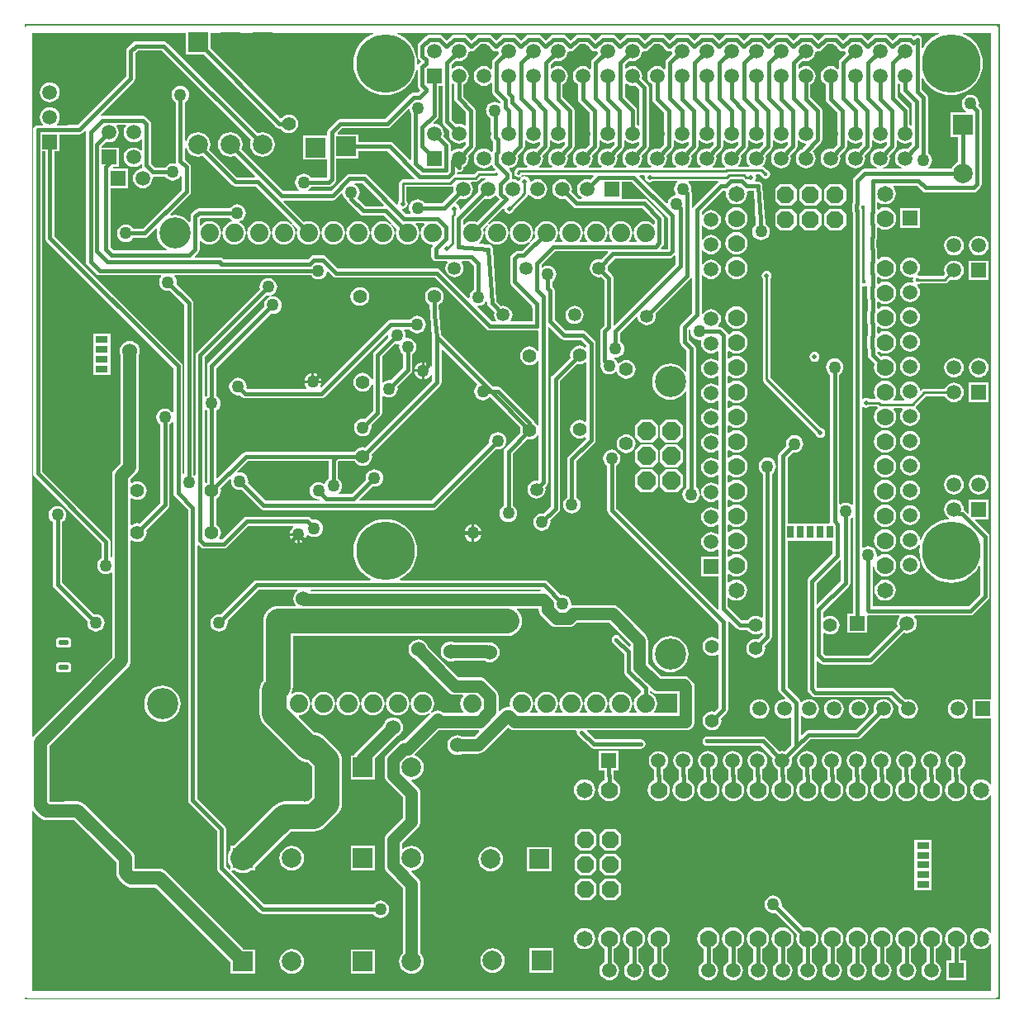
<source format=gtl>
G04 Layer_Physical_Order=1*
G04 Layer_Color=255*
%FSLAX25Y25*%
%MOIN*%
G70*
G01*
G75*
G04:AMPARAMS|DCode=10|XSize=40mil|YSize=20mil|CornerRadius=2mil|HoleSize=0mil|Usage=FLASHONLY|Rotation=0.000|XOffset=0mil|YOffset=0mil|HoleType=Round|Shape=RoundedRectangle|*
%AMROUNDEDRECTD10*
21,1,0.04000,0.01600,0,0,0.0*
21,1,0.03600,0.02000,0,0,0.0*
1,1,0.00400,0.01800,-0.00800*
1,1,0.00400,-0.01800,-0.00800*
1,1,0.00400,-0.01800,0.00800*
1,1,0.00400,0.01800,0.00800*
%
%ADD10ROUNDEDRECTD10*%
%ADD11R,0.05000X0.02500*%
%ADD12R,0.02500X0.05000*%
%ADD13C,0.01654*%
%ADD14C,0.10000*%
%ADD15C,0.01000*%
%ADD16C,0.05000*%
%ADD17C,0.05433*%
%ADD18C,0.05905*%
%ADD19R,0.05905X0.05905*%
%ADD20C,0.01575*%
%ADD21C,0.01378*%
%ADD22C,0.01614*%
%ADD23C,0.02000*%
%ADD24C,0.06000*%
%ADD25C,0.07874*%
%ADD26R,0.07874X0.07874*%
%ADD27C,0.12598*%
%ADD28P,0.07755X8X112.5*%
%ADD29C,0.07400*%
%ADD30R,0.07874X0.07874*%
%ADD31C,0.05512*%
%ADD32R,0.05905X0.05905*%
%ADD33C,0.05315*%
%ADD34R,0.05315X0.05315*%
%ADD35C,0.06500*%
%ADD36P,0.07336X8X22.5*%
%ADD37C,0.07000*%
%ADD38P,0.07336X8X112.5*%
%ADD39C,0.23622*%
%ADD40C,0.05000*%
G36*
X432783Y292750D02*
Y254346D01*
X430693D01*
Y246441D01*
X438598D01*
Y253243D01*
X438985Y253560D01*
X439100Y253537D01*
X451465D01*
X451692Y253037D01*
X451193Y252387D01*
X450795Y251426D01*
X450659Y250394D01*
X450795Y249362D01*
X450849Y249231D01*
X438980Y237363D01*
X421771D01*
X420863Y238271D01*
Y246390D01*
X421363Y246636D01*
X421767Y246326D01*
X422681Y245947D01*
X423661Y245818D01*
X424642Y245947D01*
X425556Y246326D01*
X426340Y246928D01*
X426942Y247712D01*
X427321Y248626D01*
X427450Y249606D01*
X427321Y250587D01*
X426942Y251501D01*
X426340Y252285D01*
X425556Y252887D01*
X424642Y253266D01*
X423661Y253395D01*
X422681Y253266D01*
X421767Y252887D01*
X421363Y252577D01*
X420863Y252823D01*
Y255029D01*
X431217Y265383D01*
X431621Y265987D01*
X431763Y266700D01*
Y292517D01*
X432283Y292917D01*
X432783Y292750D01*
D02*
G37*
G36*
X428037Y275796D02*
Y267472D01*
X418624Y258059D01*
X418163Y258250D01*
Y266629D01*
X427537Y276003D01*
X428037Y275796D01*
D02*
G37*
G36*
X306976Y263873D02*
X306709Y263373D01*
X213929D01*
X213882Y263437D01*
X214139Y263937D01*
X306932D01*
X306976Y263873D01*
D02*
G37*
G36*
X378549Y428286D02*
X378255Y428089D01*
X368604Y418438D01*
X368303Y417988D01*
X367803Y418139D01*
Y423847D01*
X367661Y424560D01*
X367598Y424655D01*
X367607Y424677D01*
X367727Y425591D01*
X367607Y426504D01*
X367254Y427356D01*
X366693Y428087D01*
X366434Y428286D01*
X366604Y428786D01*
X378398D01*
X378549Y428286D01*
D02*
G37*
G36*
X243596Y419125D02*
X243404Y418663D01*
X235971D01*
X232854Y421780D01*
X233357Y422435D01*
X233710Y423286D01*
X233830Y424200D01*
X233710Y425114D01*
X233357Y425965D01*
X232796Y426696D01*
X232065Y427257D01*
X231686Y427414D01*
X231785Y427914D01*
X234806D01*
X243596Y419125D01*
D02*
G37*
G36*
X256021Y429944D02*
X255830Y429482D01*
X251181D01*
X250596Y429366D01*
X250100Y429034D01*
X249768Y428538D01*
X249652Y427953D01*
Y420996D01*
X249297Y420465D01*
X249142Y419685D01*
X249175Y419521D01*
X248714Y419275D01*
X236895Y431094D01*
X236290Y431498D01*
X235578Y431639D01*
X229736D01*
X229024Y431498D01*
X228419Y431094D01*
X222125Y424800D01*
X213175D01*
X213071Y425020D01*
X213039Y425300D01*
X213696Y425804D01*
X214182Y426437D01*
X221250D01*
X221963Y426579D01*
X222567Y426983D01*
X223817Y428233D01*
X224221Y428837D01*
X224363Y429550D01*
Y437858D01*
X233283D01*
Y440933D01*
X245033D01*
X256021Y429944D01*
D02*
G37*
G36*
X288972Y422915D02*
X289033Y422865D01*
X289415Y422294D01*
X290154Y421555D01*
X280841Y412243D01*
X280333Y412453D01*
X279106Y412615D01*
X277879Y412453D01*
X276736Y411979D01*
X275942Y411370D01*
X275442Y411609D01*
Y412887D01*
X284349Y421794D01*
X284480Y421740D01*
X285512Y421604D01*
X286544Y421740D01*
X287505Y422138D01*
X288331Y422772D01*
X288515Y423011D01*
X288972Y422915D01*
D02*
G37*
G36*
X328111Y430824D02*
X326675Y429387D01*
X326544Y429442D01*
X325512Y429577D01*
X324480Y429442D01*
X323518Y429043D01*
X322693Y428410D01*
X322059Y427584D01*
X321661Y426622D01*
X321525Y425591D01*
X321661Y424559D01*
X322059Y423597D01*
X322693Y422772D01*
X323486Y422163D01*
X323488Y422109D01*
X323220Y421663D01*
X322074D01*
X319309Y424428D01*
X319363Y424559D01*
X319499Y425591D01*
X319363Y426622D01*
X318965Y427584D01*
X318331Y428410D01*
X317505Y429043D01*
X316544Y429442D01*
X315512Y429577D01*
X314480Y429442D01*
X313518Y429043D01*
X312693Y428410D01*
X312059Y427584D01*
X311661Y426622D01*
X311525Y425591D01*
X311661Y424559D01*
X312059Y423597D01*
X312693Y422772D01*
X313518Y422138D01*
X314480Y421740D01*
X315512Y421604D01*
X316544Y421740D01*
X316674Y421794D01*
X319985Y418483D01*
X320590Y418079D01*
X321302Y417937D01*
X321302Y417937D01*
X347728D01*
X352837Y412828D01*
Y411494D01*
X352337Y411319D01*
X351477Y411979D01*
X350333Y412453D01*
X349106Y412615D01*
X347879Y412453D01*
X346736Y411979D01*
X345754Y411226D01*
X345001Y410244D01*
X344527Y409101D01*
X344366Y407874D01*
X344527Y406647D01*
X345001Y405504D01*
X345646Y404663D01*
X345453Y404163D01*
X342760D01*
X342566Y404663D01*
X343212Y405504D01*
X343685Y406647D01*
X343847Y407874D01*
X343685Y409101D01*
X343212Y410244D01*
X342459Y411226D01*
X341477Y411979D01*
X340333Y412453D01*
X339106Y412615D01*
X337879Y412453D01*
X336736Y411979D01*
X335754Y411226D01*
X335001Y410244D01*
X334527Y409101D01*
X334366Y407874D01*
X334527Y406647D01*
X335001Y405504D01*
X335646Y404663D01*
X335453Y404163D01*
X332760D01*
X332566Y404663D01*
X333212Y405504D01*
X333685Y406647D01*
X333847Y407874D01*
X333685Y409101D01*
X333212Y410244D01*
X332458Y411226D01*
X331477Y411979D01*
X330333Y412453D01*
X329106Y412615D01*
X327879Y412453D01*
X326736Y411979D01*
X325754Y411226D01*
X325001Y410244D01*
X324527Y409101D01*
X324366Y407874D01*
X324527Y406647D01*
X325001Y405504D01*
X325646Y404663D01*
X325453Y404163D01*
X322760D01*
X322566Y404663D01*
X323212Y405504D01*
X323685Y406647D01*
X323847Y407874D01*
X323685Y409101D01*
X323212Y410244D01*
X322459Y411226D01*
X321477Y411979D01*
X320333Y412453D01*
X319106Y412615D01*
X317879Y412453D01*
X316736Y411979D01*
X315754Y411226D01*
X315001Y410244D01*
X314527Y409101D01*
X314366Y407874D01*
X314527Y406647D01*
X315001Y405504D01*
X315646Y404663D01*
X315453Y404163D01*
X312760D01*
X312566Y404663D01*
X313212Y405504D01*
X313685Y406647D01*
X313847Y407874D01*
X313685Y409101D01*
X313212Y410244D01*
X312458Y411226D01*
X311477Y411979D01*
X310333Y412453D01*
X309106Y412615D01*
X307879Y412453D01*
X306736Y411979D01*
X305754Y411226D01*
X305001Y410244D01*
X304527Y409101D01*
X304366Y407874D01*
X304527Y406647D01*
X304738Y406139D01*
X302985Y404386D01*
X302608Y404717D01*
X302608Y404717D01*
X303212Y405504D01*
X303685Y406647D01*
X303847Y407874D01*
X303685Y409101D01*
X303212Y410244D01*
X302459Y411226D01*
X301477Y411979D01*
X300333Y412453D01*
X299106Y412615D01*
X297879Y412453D01*
X296736Y411979D01*
X295754Y411226D01*
X295001Y410244D01*
X294527Y409101D01*
X294366Y407874D01*
X294527Y406647D01*
X295001Y405504D01*
X295754Y404522D01*
X296736Y403769D01*
X297879Y403295D01*
X299106Y403133D01*
X300333Y403295D01*
X301477Y403769D01*
X302263Y404372D01*
X302264Y404372D01*
X302335Y404291D01*
X302594Y403996D01*
X299211Y400613D01*
X297550D01*
X296837Y400471D01*
X296233Y400067D01*
X294983Y398817D01*
X294579Y398213D01*
X294437Y397500D01*
Y388272D01*
X294579Y387559D01*
X294983Y386955D01*
X303409Y378528D01*
Y372163D01*
X294946D01*
X294700Y372663D01*
X294927Y372959D01*
X295296Y373848D01*
X295421Y374803D01*
X295296Y375758D01*
X294927Y376648D01*
X294341Y377412D01*
X293577Y377998D01*
X292687Y378366D01*
X291732Y378492D01*
X290800Y378369D01*
X288914Y380255D01*
X287559Y401518D01*
X287498Y401748D01*
X287469Y401983D01*
X287405Y402096D01*
X287372Y402221D01*
X287228Y402409D01*
X287111Y402616D01*
X287009Y402695D01*
X286931Y402798D01*
X286725Y402917D01*
X286538Y403063D01*
X286414Y403098D01*
X286302Y403163D01*
X286067Y403194D01*
X285838Y403258D01*
X282003Y403542D01*
X281850Y404055D01*
X282458Y404522D01*
X283212Y405504D01*
X283685Y406647D01*
X283847Y407874D01*
X283685Y409101D01*
X283475Y409609D01*
X285228Y411362D01*
X285605Y411031D01*
X285604Y411031D01*
X285001Y410244D01*
X284527Y409101D01*
X284366Y407874D01*
X284527Y406647D01*
X285001Y405504D01*
X285754Y404522D01*
X286736Y403769D01*
X287879Y403295D01*
X289106Y403133D01*
X290333Y403295D01*
X291477Y403769D01*
X292459Y404522D01*
X293212Y405504D01*
X293685Y406647D01*
X293847Y407874D01*
X293685Y409101D01*
X293212Y410244D01*
X292459Y411226D01*
X291477Y411979D01*
X290333Y412453D01*
X289106Y412615D01*
X287879Y412453D01*
X286736Y411979D01*
X285950Y411376D01*
X285949Y411376D01*
X285878Y411457D01*
X285619Y411752D01*
X291585Y417718D01*
X292094Y417521D01*
X292211Y416936D01*
X292653Y416275D01*
X293314Y415833D01*
X294094Y415677D01*
X294875Y415833D01*
X295536Y416275D01*
X295978Y416936D01*
X296103Y417562D01*
X301475Y422934D01*
X301690Y423256D01*
X302202Y423329D01*
X302281Y423308D01*
X302693Y422772D01*
X303518Y422138D01*
X304480Y421740D01*
X305512Y421604D01*
X306544Y421740D01*
X307505Y422138D01*
X308331Y422772D01*
X308964Y423597D01*
X309363Y424559D01*
X309499Y425591D01*
X309363Y426622D01*
X308964Y427584D01*
X308331Y428410D01*
X307505Y429043D01*
X306544Y429442D01*
X305512Y429577D01*
X304480Y429442D01*
X303518Y429043D01*
X302910Y428577D01*
X302692Y428652D01*
X302415Y428827D01*
X302278Y429521D01*
X301836Y430182D01*
X301174Y430624D01*
X300394Y430779D01*
X299613Y430624D01*
X299383Y430470D01*
X299077Y430844D01*
X299372Y431286D01*
X327919D01*
X328111Y430824D01*
D02*
G37*
G36*
X284670Y429467D02*
X284480Y429442D01*
X283518Y429043D01*
X282693Y428410D01*
X282059Y427584D01*
X281661Y426622D01*
X281525Y425591D01*
X281661Y424559D01*
X281715Y424428D01*
X274495Y417208D01*
X274034Y417454D01*
X274086Y417717D01*
X273931Y418497D01*
X273489Y419159D01*
X272849Y419586D01*
X272783Y419645D01*
X272674Y420118D01*
X274349Y421794D01*
X274480Y421740D01*
X275512Y421604D01*
X276544Y421740D01*
X277505Y422138D01*
X278331Y422772D01*
X278964Y423597D01*
X279363Y424559D01*
X279499Y425591D01*
X279363Y426622D01*
X278964Y427584D01*
X278635Y428014D01*
X278881Y428514D01*
X280437D01*
X281022Y428630D01*
X281519Y428962D01*
X282523Y429967D01*
X284637D01*
X284670Y429467D01*
D02*
G37*
G36*
X348842Y430786D02*
X348748Y430315D01*
X348903Y429535D01*
X349345Y428873D01*
X350007Y428431D01*
X350787Y428276D01*
X351568Y428431D01*
X352098Y428786D01*
X361790D01*
X361960Y428286D01*
X361701Y428087D01*
X361140Y427356D01*
X360787Y426504D01*
X360667Y425591D01*
X360787Y424677D01*
X361140Y423826D01*
X361273Y423652D01*
X361052Y423118D01*
X360686Y423070D01*
X359835Y422717D01*
X359104Y422156D01*
X358543Y421425D01*
X358190Y420574D01*
X358118Y420023D01*
X357590Y419844D01*
X346610Y430824D01*
X346802Y431286D01*
X348475D01*
X348842Y430786D01*
D02*
G37*
G36*
X271348Y426734D02*
X271600Y426555D01*
X271645Y426504D01*
X271525Y425591D01*
X271661Y424559D01*
X271715Y424428D01*
X267150Y419863D01*
X260133D01*
X259646Y420496D01*
X258915Y421057D01*
X258064Y421410D01*
X257150Y421530D01*
X256236Y421410D01*
X255385Y421057D01*
X254654Y420496D01*
X254093Y419765D01*
X253740Y418914D01*
X253620Y418000D01*
X253740Y417086D01*
X254093Y416235D01*
X254296Y415969D01*
X254075Y415521D01*
X252467D01*
X250771Y417218D01*
X251017Y417678D01*
X251181Y417646D01*
X251961Y417801D01*
X252623Y418243D01*
X253065Y418905D01*
X253220Y419685D01*
X253065Y420465D01*
X252711Y420996D01*
Y426423D01*
X270244D01*
X270829Y426540D01*
X271199Y426787D01*
X271348Y426734D01*
D02*
G37*
G36*
X285042Y380096D02*
X285196Y380021D01*
X285241Y379317D01*
X285320Y379022D01*
X285379Y378723D01*
X285413Y378673D01*
X285428Y378615D01*
X285613Y378372D01*
X285783Y378118D01*
X288166Y375735D01*
X288043Y374803D01*
X288169Y373848D01*
X288537Y372959D01*
X288765Y372663D01*
X288518Y372163D01*
X287172D01*
X281318Y378016D01*
X281552Y378489D01*
X281700Y378470D01*
X282614Y378590D01*
X283465Y378943D01*
X284196Y379504D01*
X284687Y380144D01*
X285042Y380096D01*
D02*
G37*
G36*
X123273Y448831D02*
X123224Y448586D01*
Y396364D01*
X123366Y395651D01*
X123769Y395047D01*
X127433Y391383D01*
X128037Y390979D01*
X128750Y390837D01*
X153497D01*
X153744Y390337D01*
X153343Y389815D01*
X152990Y388964D01*
X152870Y388050D01*
X152990Y387136D01*
X153343Y386285D01*
X153904Y385554D01*
X154635Y384993D01*
X155486Y384640D01*
X156400Y384520D01*
X157192Y384624D01*
X162887Y378928D01*
Y310647D01*
X162786Y310584D01*
X162286Y310861D01*
Y354177D01*
X162144Y354890D01*
X161740Y355494D01*
X110524Y406710D01*
Y440772D01*
X112614D01*
Y447690D01*
X120711Y447738D01*
X121062Y447809D01*
X121413Y447879D01*
X121417Y447882D01*
X121423Y447884D01*
X121719Y448084D01*
X122017Y448283D01*
X122812Y449078D01*
X123273Y448831D01*
D02*
G37*
G36*
X221237Y308783D02*
X220604Y308296D01*
X220043Y307565D01*
X219755Y306869D01*
X219337Y306690D01*
X219181Y306679D01*
X218865Y306922D01*
X218014Y307274D01*
X217100Y307395D01*
X216186Y307274D01*
X215335Y306922D01*
X214604Y306361D01*
X214043Y305629D01*
X213690Y304778D01*
X213570Y303864D01*
X213690Y302951D01*
X214043Y302099D01*
X214604Y301368D01*
X215335Y300807D01*
X216186Y300454D01*
X217100Y300334D01*
X217583Y300398D01*
X217657Y300301D01*
X217411Y299801D01*
X195834D01*
X188726Y306908D01*
X188830Y307700D01*
X188710Y308614D01*
X188357Y309465D01*
X187796Y310196D01*
X187065Y310757D01*
X186214Y311110D01*
X185300Y311230D01*
X184597Y311138D01*
X184363Y311611D01*
X188567Y315815D01*
X221237D01*
Y308783D01*
D02*
G37*
G36*
X172193Y336118D02*
Y307231D01*
X172161Y307218D01*
X171763Y306912D01*
X171263Y307159D01*
Y336201D01*
X171763Y336448D01*
X172193Y336118D01*
D02*
G37*
G36*
X361365Y398724D02*
Y395336D01*
X336730Y370701D01*
X336268Y370892D01*
Y389610D01*
X336126Y390323D01*
X335723Y390927D01*
X333881Y392769D01*
X334004Y393701D01*
X333881Y394633D01*
X336836Y397587D01*
X358750D01*
X359463Y397729D01*
X360067Y398133D01*
X360865Y398931D01*
X361365Y398724D01*
D02*
G37*
G36*
X222837Y390415D02*
X223441Y390012D01*
X224154Y389870D01*
X264196D01*
X285083Y368983D01*
X285687Y368579D01*
X286400Y368437D01*
X305172D01*
X305563Y368515D01*
X306063Y368143D01*
Y360435D01*
X306015Y360408D01*
X305563Y360306D01*
X305041Y360986D01*
X304256Y361588D01*
X303343Y361966D01*
X302362Y362095D01*
X301382Y361966D01*
X300468Y361588D01*
X299683Y360986D01*
X299081Y360201D01*
X298703Y359288D01*
X298574Y358307D01*
X298703Y357327D01*
X299081Y356413D01*
X299683Y355628D01*
X300468Y355026D01*
X301382Y354648D01*
X302362Y354519D01*
X303343Y354648D01*
X304256Y355026D01*
X305041Y355628D01*
X305563Y356309D01*
X306015Y356206D01*
X306063Y356180D01*
Y330435D01*
X306015Y330408D01*
X305563Y330306D01*
X305041Y330986D01*
X304256Y331588D01*
X304149Y331633D01*
X304083Y331963D01*
X303679Y332567D01*
X291029Y345217D01*
X290425Y345621D01*
X289712Y345763D01*
X287541D01*
X266691Y366612D01*
X265805Y375175D01*
X265738Y379022D01*
X266498Y379605D01*
X267100Y380389D01*
X267478Y381303D01*
X267607Y382283D01*
X267478Y383264D01*
X267100Y384178D01*
X266498Y384962D01*
X265713Y385564D01*
X264799Y385943D01*
X263819Y386072D01*
X262839Y385943D01*
X261925Y385564D01*
X261140Y384962D01*
X260538Y384178D01*
X260160Y383264D01*
X260031Y382283D01*
X260160Y381303D01*
X260538Y380389D01*
X261140Y379605D01*
X261925Y379003D01*
X262014Y378966D01*
X262082Y375031D01*
X262099Y374952D01*
X262091Y374871D01*
X263044Y365667D01*
Y353955D01*
X262544Y353855D01*
X262457Y354065D01*
X261896Y354796D01*
X261165Y355357D01*
X260314Y355710D01*
X259900Y355764D01*
Y352300D01*
Y348836D01*
X260314Y348890D01*
X261165Y349243D01*
X261896Y349804D01*
X262457Y350535D01*
X262544Y350745D01*
X263044Y350645D01*
Y348316D01*
X236052Y321323D01*
X236020Y321336D01*
X235039Y321465D01*
X234059Y321336D01*
X233145Y320958D01*
X232361Y320356D01*
X231759Y319571D01*
X231746Y319540D01*
X187795D01*
X187083Y319398D01*
X186478Y318994D01*
X176380Y308896D01*
X175918Y309087D01*
Y336118D01*
X176551Y336604D01*
X177112Y337335D01*
X177465Y338186D01*
X177585Y339100D01*
X177465Y340014D01*
X177112Y340865D01*
X176551Y341596D01*
X175918Y342083D01*
Y353384D01*
X197908Y375374D01*
X198700Y375270D01*
X199614Y375390D01*
X200465Y375743D01*
X201196Y376304D01*
X201757Y377035D01*
X202110Y377886D01*
X202230Y378800D01*
X202110Y379714D01*
X201757Y380565D01*
X201196Y381296D01*
X200465Y381857D01*
X199614Y382210D01*
X198700Y382330D01*
X198042Y382244D01*
X197912Y382731D01*
X198665Y383043D01*
X199396Y383604D01*
X199957Y384335D01*
X200310Y385186D01*
X200430Y386100D01*
X200310Y387014D01*
X199957Y387865D01*
X199396Y388596D01*
X198665Y389157D01*
X197814Y389510D01*
X196900Y389630D01*
X195986Y389510D01*
X195135Y389157D01*
X194404Y388596D01*
X193843Y387865D01*
X193490Y387014D01*
X193370Y386100D01*
X193474Y385308D01*
X168083Y359917D01*
X167679Y359313D01*
X167537Y358600D01*
Y310203D01*
X167037Y309956D01*
X166613Y310282D01*
Y379700D01*
X166471Y380413D01*
X166067Y381017D01*
X159826Y387258D01*
X159930Y388050D01*
X159810Y388964D01*
X159457Y389815D01*
X159056Y390337D01*
X159303Y390837D01*
X214085D01*
X214571Y390204D01*
X215302Y389643D01*
X216153Y389290D01*
X217067Y389170D01*
X217981Y389290D01*
X218832Y389643D01*
X219563Y390204D01*
X220124Y390935D01*
X220477Y391786D01*
X220518Y392100D01*
X220992Y392260D01*
X222837Y390415D01*
D02*
G37*
G36*
X106799Y405939D02*
X106941Y405226D01*
X107344Y404622D01*
X158561Y353405D01*
Y335691D01*
X158061Y335521D01*
X157696Y335996D01*
X156965Y336557D01*
X156114Y336910D01*
X155200Y337030D01*
X154286Y336910D01*
X153435Y336557D01*
X152704Y335996D01*
X152143Y335265D01*
X151790Y334414D01*
X151670Y333500D01*
X151790Y332586D01*
X152143Y331735D01*
X152704Y331004D01*
X153337Y330518D01*
Y298924D01*
X145067Y290654D01*
X145036Y290667D01*
X144055Y290796D01*
X143075Y290667D01*
X142161Y290289D01*
X141831Y290036D01*
X141331Y290282D01*
Y300663D01*
X141831Y300909D01*
X142161Y300656D01*
X143075Y300278D01*
X144055Y300149D01*
X145036Y300278D01*
X145949Y300656D01*
X146734Y301258D01*
X147336Y302043D01*
X147714Y302957D01*
X147844Y303937D01*
X147714Y304918D01*
X147336Y305831D01*
X146734Y306616D01*
X145949Y307218D01*
X145036Y307596D01*
X144055Y307725D01*
X143075Y307596D01*
X142161Y307218D01*
X141831Y306965D01*
X141331Y307211D01*
Y308427D01*
X143596Y310691D01*
X144191Y311468D01*
X144566Y312372D01*
X144693Y313342D01*
Y358834D01*
X144842Y359192D01*
X144979Y360236D01*
X144842Y361280D01*
X144439Y362253D01*
X143798Y363089D01*
X142962Y363730D01*
X141989Y364133D01*
X140945Y364271D01*
X139901Y364133D01*
X138927Y363730D01*
X138092Y363089D01*
X137451Y362253D01*
X137048Y361280D01*
X136910Y360236D01*
X137048Y359192D01*
X137196Y358834D01*
Y314895D01*
X134932Y312631D01*
X134336Y311854D01*
X133962Y310950D01*
X133834Y309980D01*
Y277195D01*
X133334Y276917D01*
X133163Y277024D01*
Y283254D01*
X133021Y283966D01*
X132617Y284571D01*
X105663Y311525D01*
Y440772D01*
X106799D01*
Y405939D01*
D02*
G37*
G36*
X196900Y382570D02*
X197558Y382656D01*
X197688Y382169D01*
X196935Y381857D01*
X196204Y381296D01*
X195643Y380565D01*
X195290Y379714D01*
X195170Y378800D01*
X195274Y378008D01*
X172738Y355472D01*
X172334Y354868D01*
X172193Y354155D01*
Y342083D01*
X171763Y341752D01*
X171263Y341999D01*
Y357828D01*
X196108Y382674D01*
X196900Y382570D01*
D02*
G37*
G36*
X352183Y222364D02*
X353035Y222011D01*
X353948Y221891D01*
X361828D01*
Y214204D01*
X352832D01*
X352598Y214704D01*
X353212Y215504D01*
X353685Y216647D01*
X353847Y217874D01*
X353685Y219101D01*
X353212Y220244D01*
X352459Y221226D01*
X351477Y221979D01*
X350969Y222190D01*
Y222755D01*
X351281Y222885D01*
X351469Y222912D01*
X352183Y222364D01*
D02*
G37*
G36*
X358137Y414029D02*
Y401472D01*
X357979Y401313D01*
X355550D01*
X355359Y401775D01*
X356017Y402433D01*
X356421Y403037D01*
X356563Y403750D01*
Y413600D01*
X356421Y414313D01*
X356017Y414917D01*
X349817Y421117D01*
X349213Y421521D01*
X348500Y421663D01*
X339465D01*
Y428537D01*
X343629D01*
X358137Y414029D01*
D02*
G37*
G36*
X164191Y441093D02*
X164983Y440062D01*
X166014Y439270D01*
X167215Y438773D01*
X168504Y438603D01*
X169793Y438773D01*
X170420Y439033D01*
X182253Y427200D01*
X182857Y426796D01*
X183570Y426654D01*
X191692D01*
X206594Y411752D01*
X206264Y411376D01*
X206263Y411376D01*
X205477Y411979D01*
X204333Y412453D01*
X203106Y412615D01*
X201879Y412453D01*
X200736Y411979D01*
X199754Y411226D01*
X199001Y410244D01*
X198527Y409101D01*
X198366Y407874D01*
X198527Y406647D01*
X199001Y405504D01*
X199754Y404522D01*
X200736Y403769D01*
X201879Y403295D01*
X203106Y403133D01*
X204333Y403295D01*
X205477Y403769D01*
X206458Y404522D01*
X207212Y405504D01*
X207685Y406647D01*
X207847Y407874D01*
X207685Y409101D01*
X207212Y410244D01*
X206609Y411031D01*
X206608Y411031D01*
X206689Y411102D01*
X206985Y411362D01*
X208738Y409609D01*
X208527Y409101D01*
X208366Y407874D01*
X208527Y406647D01*
X209001Y405504D01*
X209754Y404522D01*
X210736Y403769D01*
X211879Y403295D01*
X213106Y403133D01*
X214333Y403295D01*
X215477Y403769D01*
X216459Y404522D01*
X217212Y405504D01*
X217685Y406647D01*
X217847Y407874D01*
X217685Y409101D01*
X217212Y410244D01*
X216459Y411226D01*
X215477Y411979D01*
X214333Y412453D01*
X213106Y412615D01*
X211879Y412453D01*
X211372Y412243D01*
X203002Y420612D01*
X203193Y421074D01*
X222897D01*
X223609Y421216D01*
X224214Y421620D01*
X226373Y423779D01*
X226846Y423619D01*
X226890Y423286D01*
X227243Y422435D01*
X227804Y421704D01*
X228535Y421143D01*
X228550Y421137D01*
X228579Y420987D01*
X228983Y420383D01*
X233883Y415483D01*
X234487Y415079D01*
X235200Y414937D01*
X243409D01*
X246594Y411752D01*
X246264Y411376D01*
X246263Y411376D01*
X245477Y411979D01*
X244333Y412453D01*
X243106Y412615D01*
X241879Y412453D01*
X240736Y411979D01*
X239754Y411226D01*
X239001Y410244D01*
X238527Y409101D01*
X238366Y407874D01*
X238527Y406647D01*
X239001Y405504D01*
X239754Y404522D01*
X240736Y403769D01*
X241879Y403295D01*
X243106Y403133D01*
X244333Y403295D01*
X245477Y403769D01*
X246459Y404522D01*
X247212Y405504D01*
X247685Y406647D01*
X247847Y407874D01*
X247685Y409101D01*
X247212Y410244D01*
X246608Y411031D01*
X246608Y411031D01*
X246689Y411102D01*
X246985Y411362D01*
X248738Y409609D01*
X248527Y409101D01*
X248366Y407874D01*
X248527Y406647D01*
X249001Y405504D01*
X249754Y404522D01*
X250736Y403769D01*
X251879Y403295D01*
X253106Y403133D01*
X254333Y403295D01*
X255477Y403769D01*
X256458Y404522D01*
X257212Y405504D01*
X257685Y406647D01*
X257847Y407874D01*
X257685Y409101D01*
X257212Y410244D01*
X256458Y411226D01*
X256333Y411322D01*
X256494Y411796D01*
X259719D01*
X259880Y411322D01*
X259754Y411226D01*
X259001Y410244D01*
X258527Y409101D01*
X258366Y407874D01*
X258527Y406647D01*
X259001Y405504D01*
X259754Y404522D01*
X260736Y403769D01*
X261879Y403295D01*
X262885Y403162D01*
X262915Y403135D01*
X263124Y402684D01*
X263126Y402650D01*
X262846Y402231D01*
X262704Y401518D01*
Y398400D01*
X262846Y397687D01*
X263250Y397083D01*
X263854Y396679D01*
X264567Y396537D01*
X268984D01*
X269230Y396037D01*
X268852Y395545D01*
X268484Y394655D01*
X268358Y393701D01*
X268484Y392746D01*
X268852Y391856D01*
X269439Y391092D01*
X270203Y390506D01*
X271092Y390137D01*
X272047Y390012D01*
X273002Y390137D01*
X273892Y390506D01*
X274656Y391092D01*
X275242Y391856D01*
X275610Y392746D01*
X275736Y393701D01*
X275610Y394655D01*
X275242Y395545D01*
X274864Y396037D01*
X275111Y396537D01*
X277978D01*
X279837Y394678D01*
Y384982D01*
X279204Y384496D01*
X278643Y383765D01*
X278290Y382914D01*
X278170Y382000D01*
X278189Y381852D01*
X277716Y381618D01*
X266285Y393049D01*
X265681Y393453D01*
X264968Y393595D01*
X224925D01*
X220176Y398344D01*
X219572Y398748D01*
X218859Y398889D01*
X215275D01*
X214562Y398748D01*
X213958Y398344D01*
X212830Y397216D01*
X178818D01*
X178517Y397517D01*
X177913Y397921D01*
X177200Y398063D01*
X167400D01*
X167209Y398524D01*
X168617Y399933D01*
X169021Y400537D01*
X169163Y401250D01*
Y404515D01*
X169636Y404676D01*
X169754Y404522D01*
X170736Y403769D01*
X171879Y403295D01*
X173106Y403133D01*
X174333Y403295D01*
X175477Y403769D01*
X176459Y404522D01*
X177212Y405504D01*
X177685Y406647D01*
X177847Y407874D01*
X177685Y409101D01*
X177212Y410244D01*
X176459Y411226D01*
X175477Y411979D01*
X174333Y412453D01*
X173106Y412615D01*
X171879Y412453D01*
X170736Y411979D01*
X169754Y411226D01*
X169636Y411072D01*
X169163Y411233D01*
Y413679D01*
X169521Y414037D01*
X181317D01*
X181804Y413404D01*
X182311Y413014D01*
X182171Y412492D01*
X181879Y412453D01*
X180736Y411979D01*
X179754Y411226D01*
X179001Y410244D01*
X178527Y409101D01*
X178366Y407874D01*
X178527Y406647D01*
X179001Y405504D01*
X179754Y404522D01*
X180736Y403769D01*
X181879Y403295D01*
X183106Y403133D01*
X184333Y403295D01*
X185477Y403769D01*
X186459Y404522D01*
X187212Y405504D01*
X187685Y406647D01*
X187847Y407874D01*
X187685Y409101D01*
X187212Y410244D01*
X186459Y411226D01*
X185477Y411979D01*
X185359Y412028D01*
X185382Y412560D01*
X186065Y412843D01*
X186796Y413404D01*
X187357Y414135D01*
X187710Y414986D01*
X187830Y415900D01*
X187710Y416814D01*
X187357Y417665D01*
X186796Y418396D01*
X186065Y418957D01*
X185214Y419310D01*
X184300Y419430D01*
X183386Y419310D01*
X182535Y418957D01*
X181804Y418396D01*
X181317Y417763D01*
X168750D01*
X168037Y417621D01*
X167433Y417217D01*
X165983Y415767D01*
X165579Y415163D01*
X165437Y414450D01*
Y412453D01*
X164937Y412274D01*
X164293Y413060D01*
X163181Y413972D01*
X161913Y414650D01*
X160537Y415067D01*
X159106Y415208D01*
X157676Y415067D01*
X157549Y415029D01*
X157292Y415458D01*
X165067Y423233D01*
X165471Y423837D01*
X165613Y424550D01*
Y434427D01*
X165471Y435140D01*
X165067Y435744D01*
X163263Y437548D01*
Y442029D01*
X163763Y442129D01*
X164191Y441093D01*
D02*
G37*
G36*
X357364Y481801D02*
X357968Y481397D01*
X358681Y481256D01*
X358879D01*
X359299Y481339D01*
X359363Y481329D01*
X359809Y481012D01*
X359830Y480974D01*
X359929Y480228D01*
X359983Y480097D01*
X357683Y477797D01*
X357279Y477193D01*
X357137Y476480D01*
Y474155D01*
X356664Y473994D01*
X356599Y474079D01*
X355773Y474713D01*
X354812Y475111D01*
X353780Y475247D01*
X352748Y475111D01*
X351786Y474713D01*
X350960Y474079D01*
X350327Y473253D01*
X349929Y472292D01*
X349793Y471260D01*
X349929Y470228D01*
X350327Y469266D01*
X350960Y468441D01*
X351786Y467807D01*
X351917Y467753D01*
Y462000D01*
X352059Y461287D01*
X352463Y460683D01*
X356737Y456408D01*
Y443623D01*
X354942Y441828D01*
X354812Y441883D01*
X353780Y442019D01*
X352748Y441883D01*
X351786Y441484D01*
X350960Y440851D01*
X350327Y440025D01*
X349929Y439064D01*
X349793Y438032D01*
X349929Y437000D01*
X350327Y436038D01*
X350960Y435213D01*
X351440Y434844D01*
X351271Y434344D01*
X346289D01*
X346119Y434844D01*
X346599Y435213D01*
X347232Y436038D01*
X347631Y437000D01*
X347766Y438032D01*
X347631Y439064D01*
X347576Y439194D01*
X349917Y441535D01*
X350321Y442139D01*
X350463Y442852D01*
X350463Y442852D01*
Y466439D01*
X350463Y466439D01*
X350321Y467152D01*
X349917Y467756D01*
X347576Y470097D01*
X347631Y470228D01*
X347766Y471260D01*
X347631Y472292D01*
X347232Y473253D01*
X346599Y474079D01*
X345773Y474713D01*
X344812Y475111D01*
X343780Y475247D01*
X342748Y475111D01*
X341786Y474713D01*
X341363Y474388D01*
X340863Y474634D01*
Y475709D01*
X342617Y477463D01*
X342748Y477409D01*
X343780Y477273D01*
X344812Y477409D01*
X345773Y477807D01*
X346599Y478441D01*
X347232Y479266D01*
X347631Y480228D01*
X347729Y480974D01*
X347750Y481012D01*
X348196Y481329D01*
X348260Y481339D01*
X348681Y481256D01*
X348879D01*
X349591Y481397D01*
X350196Y481801D01*
X352571Y484177D01*
X354988D01*
X357364Y481801D01*
D02*
G37*
G36*
X271786Y467807D02*
X271917Y467753D01*
Y462120D01*
X272059Y461408D01*
X272463Y460803D01*
X276737Y456529D01*
Y451374D01*
X276237Y451128D01*
X275773Y451484D01*
X274812Y451883D01*
X273780Y452018D01*
X272748Y451883D01*
X272617Y451828D01*
X270863Y453583D01*
Y467885D01*
X271363Y468132D01*
X271786Y467807D01*
D02*
G37*
G36*
X239247Y488237D02*
X238260Y487828D01*
X236541Y486774D01*
X235008Y485465D01*
X233698Y483931D01*
X232644Y482212D01*
X231873Y480349D01*
X231402Y478388D01*
X231244Y476378D01*
X231402Y474368D01*
X231873Y472407D01*
X232644Y470544D01*
X233698Y468825D01*
X235008Y467291D01*
X236541Y465982D01*
X238260Y464928D01*
X240123Y464156D01*
X242084Y463686D01*
X244094Y463527D01*
X246105Y463686D01*
X248065Y464156D01*
X249928Y464928D01*
X251648Y465982D01*
X253181Y467291D01*
X254491Y468825D01*
X255544Y470544D01*
X256316Y472407D01*
X256638Y473746D01*
X257137Y473687D01*
Y467550D01*
X257279Y466838D01*
X257683Y466233D01*
X258266Y465650D01*
X257205Y464589D01*
X255508D01*
X254795Y464447D01*
X254191Y464044D01*
X243978Y453831D01*
X225869D01*
X225156Y453689D01*
X224552Y453286D01*
X221183Y449917D01*
X220779Y449313D01*
X220637Y448600D01*
Y447339D01*
X210811D01*
Y437465D01*
X220637D01*
Y430322D01*
X220479Y430163D01*
X214182D01*
X213696Y430796D01*
X212965Y431357D01*
X212114Y431710D01*
X211200Y431830D01*
X210286Y431710D01*
X209435Y431357D01*
X208704Y430796D01*
X208143Y430065D01*
X207790Y429214D01*
X207670Y428300D01*
X207790Y427386D01*
X208143Y426535D01*
X208704Y425804D01*
X209361Y425300D01*
X209329Y425020D01*
X209225Y424800D01*
X202913D01*
X186046Y441667D01*
X186306Y442294D01*
X186476Y443583D01*
X186306Y444872D01*
X185809Y446073D01*
X185017Y447104D01*
X183986Y447895D01*
X182785Y448393D01*
X181496Y448562D01*
X180207Y448393D01*
X179006Y447895D01*
X177975Y447104D01*
X177183Y446073D01*
X176686Y444872D01*
X176516Y443583D01*
X176686Y442294D01*
X177183Y441093D01*
X177975Y440062D01*
X179006Y439270D01*
X180207Y438773D01*
X181496Y438603D01*
X182785Y438773D01*
X183412Y439033D01*
X191604Y430841D01*
X191412Y430379D01*
X184342D01*
X173054Y441667D01*
X173314Y442294D01*
X173484Y443583D01*
X173314Y444872D01*
X172817Y446073D01*
X172025Y447104D01*
X170994Y447895D01*
X169793Y448393D01*
X168504Y448562D01*
X167215Y448393D01*
X166014Y447895D01*
X164983Y447104D01*
X164191Y446073D01*
X163763Y445037D01*
X163263Y445136D01*
Y460717D01*
X163896Y461204D01*
X164457Y461935D01*
X164810Y462786D01*
X164930Y463700D01*
X164810Y464614D01*
X164457Y465465D01*
X163896Y466196D01*
X163165Y466757D01*
X162314Y467110D01*
X161400Y467230D01*
X160486Y467110D01*
X159635Y466757D01*
X158904Y466196D01*
X158343Y465465D01*
X157990Y464614D01*
X157870Y463700D01*
X157990Y462786D01*
X158343Y461935D01*
X158904Y461204D01*
X159537Y460717D01*
Y436777D01*
X159637Y436276D01*
X159232Y435903D01*
X159214Y435910D01*
X158300Y436030D01*
X157386Y435910D01*
X156535Y435557D01*
X155804Y434996D01*
X155317Y434363D01*
X151172D01*
X149563Y435972D01*
Y451850D01*
X149421Y452563D01*
X149017Y453167D01*
X147567Y454617D01*
X146963Y455021D01*
X146250Y455163D01*
X129800D01*
X129555Y455114D01*
X129309Y455575D01*
X142617Y468883D01*
X143021Y469487D01*
X143163Y470200D01*
Y480478D01*
X144221Y481537D01*
X153899D01*
X189938Y445499D01*
X189678Y444871D01*
X189509Y443583D01*
X189678Y442294D01*
X190176Y441093D01*
X190967Y440062D01*
X191998Y439270D01*
X193199Y438773D01*
X194488Y438603D01*
X195777Y438773D01*
X196978Y439270D01*
X198009Y440062D01*
X198801Y441093D01*
X199298Y442294D01*
X199468Y443583D01*
X199298Y444871D01*
X198801Y446072D01*
X198009Y447104D01*
X196978Y447895D01*
X195777Y448392D01*
X194488Y448562D01*
X193199Y448392D01*
X192572Y448133D01*
X155988Y484717D01*
X155384Y485121D01*
X154671Y485263D01*
X143450D01*
X142737Y485121D01*
X142133Y484717D01*
X139983Y482567D01*
X139579Y481963D01*
X139437Y481250D01*
Y470971D01*
X119924Y451458D01*
X111612Y451409D01*
X111450Y451882D01*
X111480Y451905D01*
X112114Y452731D01*
X112512Y453692D01*
X112648Y454724D01*
X112512Y455756D01*
X112114Y456718D01*
X111480Y457544D01*
X110655Y458177D01*
X109693Y458575D01*
X108661Y458711D01*
X107630Y458575D01*
X106668Y458177D01*
X105842Y457544D01*
X105209Y456718D01*
X104810Y455756D01*
X104674Y454724D01*
X104810Y453692D01*
X105209Y452731D01*
X105842Y451905D01*
X105917Y451848D01*
X105757Y451374D01*
X103789Y451363D01*
X103438Y451291D01*
X103087Y451221D01*
X103083Y451218D01*
X103077Y451217D01*
X102781Y451016D01*
X102483Y450817D01*
X102480Y450812D01*
X102475Y450809D01*
X102278Y450510D01*
X102079Y450213D01*
X102078Y450207D01*
X102075Y450203D01*
X102007Y449851D01*
X101937Y449500D01*
Y310754D01*
X102079Y310041D01*
X102483Y309437D01*
X129437Y282482D01*
Y276682D01*
X128804Y276196D01*
X128243Y275465D01*
X127890Y274614D01*
X127770Y273700D01*
X127890Y272786D01*
X128243Y271935D01*
X128804Y271204D01*
X129535Y270643D01*
X130386Y270290D01*
X131300Y270170D01*
X132214Y270290D01*
X133065Y270643D01*
X133334Y270849D01*
X133834Y270602D01*
Y236647D01*
X102176Y204989D01*
X101921Y204657D01*
X101421Y204826D01*
Y392126D01*
Y488736D01*
X163567D01*
Y479827D01*
X170807D01*
X200022Y450612D01*
X200626Y450208D01*
X201339Y450067D01*
X201824D01*
X201837Y450035D01*
X202439Y449251D01*
X203224Y448648D01*
X204138Y448270D01*
X205118Y448141D01*
X206099Y448270D01*
X207012Y448648D01*
X207797Y449251D01*
X208399Y450035D01*
X208777Y450949D01*
X208907Y451929D01*
X208777Y452910D01*
X208399Y453823D01*
X207797Y454608D01*
X207012Y455210D01*
X206099Y455588D01*
X205118Y455718D01*
X204138Y455588D01*
X203224Y455210D01*
X202439Y454608D01*
X202173Y454261D01*
X201674Y454228D01*
X173441Y482461D01*
Y488736D01*
X239147D01*
X239247Y488237D01*
D02*
G37*
G36*
X139465Y450937D02*
X139067Y450419D01*
X138669Y449457D01*
X138533Y448425D01*
X138669Y447393D01*
X139067Y446432D01*
X139700Y445606D01*
X140526Y444973D01*
X141488Y444574D01*
X142520Y444438D01*
X143552Y444574D01*
X144513Y444973D01*
X145339Y445606D01*
X145364Y445639D01*
X145837Y445478D01*
Y441372D01*
X145364Y441212D01*
X145339Y441244D01*
X144513Y441878D01*
X143552Y442276D01*
X142520Y442412D01*
X141488Y442276D01*
X140526Y441878D01*
X139700Y441244D01*
X139067Y440419D01*
X138669Y439457D01*
X138533Y438425D01*
X138669Y437393D01*
X139067Y436432D01*
X139700Y435606D01*
X140526Y434972D01*
X141488Y434574D01*
X142520Y434438D01*
X143552Y434574D01*
X144513Y434972D01*
X145339Y435606D01*
X145364Y435639D01*
X145837Y435478D01*
Y435201D01*
X145979Y434488D01*
X146045Y434389D01*
X145802Y433853D01*
X145188Y433772D01*
X144227Y433374D01*
X143401Y432740D01*
X142768Y431915D01*
X142369Y430953D01*
X142234Y429921D01*
X142369Y428889D01*
X142768Y427928D01*
X143401Y427102D01*
X144227Y426469D01*
X145188Y426070D01*
X146220Y425934D01*
X147252Y426070D01*
X148214Y426469D01*
X149039Y427102D01*
X149673Y427928D01*
X150071Y428889D01*
X150207Y429921D01*
X150166Y430235D01*
X150617Y430637D01*
X155317D01*
X155804Y430004D01*
X156535Y429443D01*
X157386Y429090D01*
X158300Y428970D01*
X159214Y429090D01*
X160065Y429443D01*
X160796Y430004D01*
X161357Y430735D01*
X161387Y430808D01*
X161887Y430708D01*
Y425321D01*
X146229Y409663D01*
X142383D01*
X141896Y410296D01*
X141165Y410857D01*
X140314Y411210D01*
X139400Y411330D01*
X138486Y411210D01*
X137635Y410857D01*
X136904Y410296D01*
X136343Y409565D01*
X135990Y408714D01*
X135870Y407800D01*
X135990Y406886D01*
X136343Y406035D01*
X136904Y405304D01*
X137635Y404743D01*
X138486Y404390D01*
X139400Y404270D01*
X140314Y404390D01*
X141165Y404743D01*
X141896Y405304D01*
X142383Y405937D01*
X147000D01*
X147713Y406079D01*
X148317Y406483D01*
X151523Y409689D01*
X151951Y409431D01*
X151913Y409305D01*
X151772Y407874D01*
X151913Y406443D01*
X152330Y405067D01*
X153008Y403799D01*
X153920Y402688D01*
X155032Y401776D01*
X155805Y401363D01*
X155679Y400863D01*
X134422D01*
X133263Y402022D01*
Y425969D01*
X140173D01*
Y433874D01*
X134410D01*
X134143Y434374D01*
X134208Y434473D01*
X136472D01*
Y442378D01*
X129612D01*
X129606Y442878D01*
X131357Y444628D01*
X131488Y444574D01*
X132520Y444438D01*
X133552Y444574D01*
X134513Y444973D01*
X135339Y445606D01*
X135972Y446432D01*
X136371Y447393D01*
X136506Y448425D01*
X136371Y449457D01*
X135972Y450419D01*
X135574Y450937D01*
X135821Y451437D01*
X139218D01*
X139465Y450937D01*
D02*
G37*
G36*
X467593Y488237D02*
X466607Y487828D01*
X464888Y486774D01*
X463354Y485465D01*
X462045Y483931D01*
X461166Y482497D01*
X460666Y482638D01*
Y485997D01*
X460524Y486710D01*
X460120Y487314D01*
X459516Y487718D01*
X458803Y487859D01*
X458090Y487718D01*
X457486Y487314D01*
X457303Y487130D01*
X457076Y487356D01*
X456472Y487760D01*
X455759Y487902D01*
X451800D01*
X451087Y487760D01*
X450483Y487356D01*
X448780Y485653D01*
X447076Y487356D01*
X446472Y487760D01*
X445759Y487902D01*
X441800D01*
X441087Y487760D01*
X440483Y487356D01*
X438780Y485653D01*
X437076Y487356D01*
X436472Y487760D01*
X435759Y487902D01*
X431800D01*
X431087Y487760D01*
X430483Y487356D01*
X428780Y485653D01*
X427076Y487356D01*
X426472Y487760D01*
X425759Y487902D01*
X421800D01*
X421087Y487760D01*
X420483Y487356D01*
X418780Y485653D01*
X417076Y487356D01*
X416472Y487760D01*
X415759Y487902D01*
X411800D01*
X411087Y487760D01*
X410483Y487356D01*
X408780Y485653D01*
X407076Y487356D01*
X406472Y487760D01*
X405759Y487902D01*
X401800D01*
X401087Y487760D01*
X400483Y487356D01*
X398780Y485653D01*
X397076Y487356D01*
X396472Y487760D01*
X395759Y487902D01*
X391800D01*
X391087Y487760D01*
X390483Y487356D01*
X388780Y485653D01*
X387076Y487356D01*
X386472Y487760D01*
X385759Y487902D01*
X381800D01*
X381087Y487760D01*
X380483Y487356D01*
X378780Y485653D01*
X377076Y487356D01*
X376472Y487760D01*
X375759Y487902D01*
X371800D01*
X371087Y487760D01*
X370483Y487356D01*
X368780Y485653D01*
X367076Y487356D01*
X366472Y487760D01*
X365759Y487902D01*
X361800D01*
X361087Y487760D01*
X360483Y487356D01*
X358780Y485653D01*
X357076Y487356D01*
X356472Y487760D01*
X355759Y487902D01*
X351800D01*
X351087Y487760D01*
X350483Y487356D01*
X348780Y485653D01*
X347076Y487356D01*
X346472Y487760D01*
X345759Y487902D01*
X341800D01*
X341087Y487760D01*
X340483Y487356D01*
X338780Y485653D01*
X337076Y487356D01*
X336472Y487760D01*
X335759Y487902D01*
X331800D01*
X331087Y487760D01*
X330483Y487356D01*
X328780Y485653D01*
X327076Y487356D01*
X326472Y487760D01*
X325759Y487902D01*
X321800D01*
X321087Y487760D01*
X320483Y487356D01*
X318780Y485653D01*
X317076Y487356D01*
X316472Y487760D01*
X315759Y487902D01*
X311800D01*
X311087Y487760D01*
X310483Y487356D01*
X308780Y485653D01*
X307076Y487356D01*
X306472Y487760D01*
X305759Y487902D01*
X301800D01*
X301087Y487760D01*
X300483Y487356D01*
X298780Y485653D01*
X297076Y487356D01*
X296472Y487760D01*
X295759Y487902D01*
X291800D01*
X291087Y487760D01*
X290483Y487356D01*
X288780Y485653D01*
X287076Y487356D01*
X286472Y487760D01*
X285759Y487902D01*
X281800D01*
X281087Y487760D01*
X280483Y487356D01*
X278780Y485653D01*
X277076Y487356D01*
X276472Y487760D01*
X275759Y487902D01*
X271800D01*
X271087Y487760D01*
X270483Y487356D01*
X268780Y485653D01*
X267076Y487356D01*
X266472Y487760D01*
X265759Y487902D01*
X261800D01*
X261087Y487760D01*
X260483Y487356D01*
X257683Y484557D01*
X257279Y483952D01*
X257137Y483240D01*
Y479280D01*
X257279Y478567D01*
X257683Y477963D01*
X258521Y477125D01*
X257683Y476286D01*
X257407Y475873D01*
X256919Y476042D01*
X256945Y476378D01*
X256787Y478388D01*
X256316Y480349D01*
X255544Y482212D01*
X254491Y483931D01*
X253181Y485465D01*
X251648Y486774D01*
X249928Y487828D01*
X248942Y488237D01*
X249042Y488736D01*
X467494D01*
X467593Y488237D01*
D02*
G37*
G36*
X327363Y481801D02*
X327968Y481397D01*
X328681Y481256D01*
X328879D01*
X329299Y481339D01*
X329363Y481329D01*
X329809Y481012D01*
X329830Y480974D01*
X329929Y480228D01*
X329983Y480097D01*
X327683Y477797D01*
X327279Y477193D01*
X327137Y476480D01*
Y474155D01*
X326664Y473994D01*
X326599Y474079D01*
X325773Y474713D01*
X324812Y475111D01*
X323780Y475247D01*
X322748Y475111D01*
X321786Y474713D01*
X320960Y474079D01*
X320327Y473253D01*
X319929Y472292D01*
X319793Y471260D01*
X319929Y470228D01*
X320327Y469266D01*
X320960Y468441D01*
X321786Y467807D01*
X321917Y467753D01*
Y462000D01*
X322059Y461287D01*
X322463Y460683D01*
X326737Y456408D01*
Y443623D01*
X324942Y441828D01*
X324812Y441883D01*
X323780Y442019D01*
X322748Y441883D01*
X321786Y441484D01*
X320960Y440851D01*
X320327Y440025D01*
X319929Y439064D01*
X319793Y438032D01*
X319929Y437000D01*
X320327Y436038D01*
X320960Y435213D01*
X321440Y434844D01*
X321270Y434344D01*
X316289D01*
X316119Y434844D01*
X316599Y435213D01*
X317232Y436038D01*
X317631Y437000D01*
X317766Y438032D01*
X317631Y439064D01*
X317576Y439194D01*
X319917Y441535D01*
X320321Y442139D01*
X320463Y442852D01*
X320463Y442852D01*
Y457180D01*
X320463Y457180D01*
X320321Y457892D01*
X319917Y458497D01*
X315642Y462772D01*
Y467753D01*
X315773Y467807D01*
X316599Y468441D01*
X317232Y469266D01*
X317631Y470228D01*
X317766Y471260D01*
X317631Y472292D01*
X317232Y473253D01*
X316599Y474079D01*
X315773Y474713D01*
X314811Y475111D01*
X313780Y475247D01*
X312748Y475111D01*
X311786Y474713D01*
X311363Y474388D01*
X310863Y474634D01*
Y475709D01*
X312617Y477463D01*
X312748Y477409D01*
X313780Y477273D01*
X314811Y477409D01*
X315773Y477807D01*
X316599Y478441D01*
X317232Y479266D01*
X317631Y480228D01*
X317729Y480974D01*
X317751Y481012D01*
X318196Y481329D01*
X318260Y481339D01*
X318681Y481256D01*
X318879D01*
X319591Y481397D01*
X320196Y481801D01*
X322571Y484177D01*
X324988D01*
X327363Y481801D01*
D02*
G37*
G36*
X488736Y219701D02*
X481165D01*
Y211795D01*
X488736D01*
Y185227D01*
X488237Y185127D01*
X488201Y185214D01*
X487519Y186102D01*
X486631Y186783D01*
X485598Y187211D01*
X484488Y187357D01*
X483379Y187211D01*
X482345Y186783D01*
X481457Y186102D01*
X480776Y185214D01*
X480348Y184180D01*
X480201Y183071D01*
X480348Y181961D01*
X480776Y180928D01*
X481457Y180040D01*
X482345Y179358D01*
X483379Y178930D01*
X484488Y178784D01*
X485598Y178930D01*
X486631Y179358D01*
X487519Y180040D01*
X488201Y180928D01*
X488237Y181014D01*
X488736Y180915D01*
Y125227D01*
X488237Y125127D01*
X488201Y125214D01*
X487519Y126102D01*
X486631Y126783D01*
X485598Y127211D01*
X484488Y127357D01*
X483379Y127211D01*
X482345Y126783D01*
X481457Y126102D01*
X480776Y125214D01*
X480348Y124180D01*
X480201Y123071D01*
X480348Y121961D01*
X480776Y120928D01*
X481457Y120040D01*
X482345Y119358D01*
X483379Y118930D01*
X484488Y118784D01*
X485598Y118930D01*
X486631Y119358D01*
X487519Y120040D01*
X488201Y120928D01*
X488237Y121014D01*
X488736Y120915D01*
Y101815D01*
X101421D01*
Y174437D01*
X101921Y174607D01*
X102176Y174275D01*
X104432Y172019D01*
X104432Y172019D01*
X104432Y172019D01*
X104776Y171755D01*
X105208Y171423D01*
X105208Y171423D01*
X105208Y171423D01*
X105681Y171227D01*
X106112Y171048D01*
X106112Y171048D01*
X106112Y171048D01*
X106659Y170976D01*
X107082Y170921D01*
X107082Y170921D01*
X107083Y170921D01*
X118460D01*
X135448Y153933D01*
Y149642D01*
X135576Y148672D01*
X135950Y147767D01*
X136546Y146991D01*
X138723Y144814D01*
X139500Y144218D01*
X140404Y143844D01*
X141374Y143716D01*
X151376D01*
X181677Y113415D01*
Y108843D01*
X191551D01*
Y118717D01*
X186978D01*
X155580Y150115D01*
X154804Y150711D01*
X153899Y151085D01*
X152929Y151213D01*
X142945D01*
Y155485D01*
X142818Y156456D01*
X142443Y157360D01*
X141848Y158136D01*
X122663Y177320D01*
X121887Y177916D01*
X120983Y178290D01*
X120013Y178418D01*
X108635D01*
X108575Y178478D01*
Y200786D01*
X140233Y232444D01*
X140829Y233220D01*
X141203Y234124D01*
X141331Y235094D01*
Y283733D01*
X141831Y283980D01*
X142161Y283727D01*
X143075Y283349D01*
X144055Y283220D01*
X145036Y283349D01*
X145949Y283727D01*
X146734Y284329D01*
X147336Y285114D01*
X147714Y286027D01*
X147843Y287008D01*
X147714Y287988D01*
X147701Y288020D01*
X156517Y296836D01*
X156921Y297440D01*
X157063Y298153D01*
Y330518D01*
X157696Y331004D01*
X158061Y331479D01*
X158561Y331309D01*
Y302973D01*
X158702Y302260D01*
X159106Y301656D01*
X164537Y296225D01*
Y178750D01*
X164679Y178037D01*
X165083Y177433D01*
X176137Y166378D01*
Y151500D01*
X176279Y150787D01*
X176683Y150183D01*
X193283Y133583D01*
X193887Y133179D01*
X194600Y133037D01*
X194600Y133037D01*
X239118D01*
X239604Y132404D01*
X240335Y131843D01*
X241186Y131490D01*
X242100Y131370D01*
X243014Y131490D01*
X243865Y131843D01*
X244596Y132404D01*
X245157Y133135D01*
X245510Y133986D01*
X245630Y134900D01*
X245510Y135814D01*
X245157Y136665D01*
X244596Y137396D01*
X243865Y137957D01*
X243014Y138310D01*
X242100Y138430D01*
X241186Y138310D01*
X240335Y137957D01*
X239604Y137396D01*
X239118Y136763D01*
X195371D01*
X182059Y150075D01*
X182266Y150575D01*
X183172D01*
X183265Y150499D01*
X184307Y149942D01*
X185438Y149599D01*
X186614Y149483D01*
X187790Y149599D01*
X188921Y149942D01*
X189964Y150499D01*
X190056Y150575D01*
X191551D01*
Y151923D01*
X205985Y166357D01*
X215283D01*
X216459Y166473D01*
X217590Y166816D01*
X218633Y167373D01*
X219546Y168123D01*
X224791Y173367D01*
X225541Y174281D01*
X226098Y175323D01*
X226441Y176454D01*
X226557Y177630D01*
Y195047D01*
X226441Y196223D01*
X226098Y197354D01*
X225541Y198397D01*
X224791Y199310D01*
X219546Y204555D01*
X218633Y205304D01*
X217590Y205861D01*
X216459Y206205D01*
X215489Y206300D01*
X209144Y212645D01*
X209333Y213163D01*
X210333Y213295D01*
X211477Y213769D01*
X212458Y214522D01*
X213212Y215504D01*
X213685Y216647D01*
X213847Y217874D01*
X213685Y219101D01*
X213212Y220244D01*
X212458Y221226D01*
X211477Y221979D01*
X210333Y222453D01*
X209106Y222615D01*
X207879Y222453D01*
X206736Y221979D01*
X206723Y221969D01*
X206333Y222300D01*
X206358Y222347D01*
X206701Y223478D01*
X206816Y224654D01*
Y245152D01*
X293307D01*
X294483Y245268D01*
X295614Y245611D01*
X296657Y246168D01*
X297570Y246918D01*
X298320Y247832D01*
X298877Y248874D01*
X299220Y250005D01*
X299336Y251181D01*
X299220Y252357D01*
X298877Y253488D01*
X298320Y254531D01*
X297570Y255444D01*
X297122Y255812D01*
X297301Y256312D01*
X306070D01*
Y255815D01*
X306190Y254901D01*
X306543Y254050D01*
X307104Y253319D01*
X310618Y249804D01*
X311350Y249243D01*
X312201Y248890D01*
X313115Y248770D01*
X318085D01*
X318999Y248890D01*
X319850Y249243D01*
X320582Y249804D01*
X321352Y250575D01*
X334377D01*
X343124Y241828D01*
Y241266D01*
X342662Y241075D01*
X338719Y245018D01*
X338114Y245422D01*
X337402Y245563D01*
X336689Y245422D01*
X336085Y245018D01*
X335681Y244414D01*
X335539Y243701D01*
X335681Y242988D01*
X336085Y242384D01*
X340464Y238004D01*
Y230924D01*
X340606Y230211D01*
X341010Y229607D01*
X347244Y223373D01*
Y222190D01*
X346736Y221979D01*
X345754Y221226D01*
X345001Y220244D01*
X344527Y219101D01*
X344366Y217874D01*
X344527Y216647D01*
X345001Y215504D01*
X345614Y214704D01*
X345381Y214204D01*
X342832D01*
X342598Y214704D01*
X343212Y215504D01*
X343685Y216647D01*
X343847Y217874D01*
X343685Y219101D01*
X343212Y220244D01*
X342459Y221226D01*
X341477Y221979D01*
X340333Y222453D01*
X339106Y222615D01*
X337879Y222453D01*
X336736Y221979D01*
X335754Y221226D01*
X335001Y220244D01*
X334527Y219101D01*
X334366Y217874D01*
X334527Y216647D01*
X335001Y215504D01*
X335614Y214704D01*
X335381Y214204D01*
X332832D01*
X332598Y214704D01*
X333212Y215504D01*
X333685Y216647D01*
X333847Y217874D01*
X333685Y219101D01*
X333212Y220244D01*
X332458Y221226D01*
X331477Y221979D01*
X330333Y222453D01*
X329106Y222615D01*
X327879Y222453D01*
X326736Y221979D01*
X325754Y221226D01*
X325001Y220244D01*
X324527Y219101D01*
X324366Y217874D01*
X324527Y216647D01*
X325001Y215504D01*
X325614Y214704D01*
X325381Y214204D01*
X322832D01*
X322598Y214704D01*
X323212Y215504D01*
X323685Y216647D01*
X323847Y217874D01*
X323685Y219101D01*
X323212Y220244D01*
X322459Y221226D01*
X321477Y221979D01*
X320333Y222453D01*
X319106Y222615D01*
X317879Y222453D01*
X316736Y221979D01*
X315754Y221226D01*
X315001Y220244D01*
X314527Y219101D01*
X314366Y217874D01*
X314527Y216647D01*
X315001Y215504D01*
X315614Y214704D01*
X315381Y214204D01*
X312832D01*
X312598Y214704D01*
X313212Y215504D01*
X313685Y216647D01*
X313847Y217874D01*
X313685Y219101D01*
X313212Y220244D01*
X312458Y221226D01*
X311477Y221979D01*
X310333Y222453D01*
X309106Y222615D01*
X307879Y222453D01*
X306736Y221979D01*
X305754Y221226D01*
X305001Y220244D01*
X304527Y219101D01*
X304366Y217874D01*
X304527Y216647D01*
X305001Y215504D01*
X305614Y214704D01*
X305381Y214204D01*
X302832D01*
X302598Y214704D01*
X303212Y215504D01*
X303685Y216647D01*
X303847Y217874D01*
X303685Y219101D01*
X303212Y220244D01*
X302459Y221226D01*
X301477Y221979D01*
X300333Y222453D01*
X299106Y222615D01*
X297879Y222453D01*
X296736Y221979D01*
X295754Y221226D01*
X295001Y220244D01*
X294527Y219101D01*
X294366Y217874D01*
X294489Y216937D01*
X294410Y216776D01*
X294106Y216502D01*
X294065Y216488D01*
X293806Y216522D01*
X293806Y216522D01*
X293806Y216522D01*
X293307D01*
X292393Y216402D01*
X291542Y216049D01*
X290811Y215488D01*
X290337Y215014D01*
X289837Y215221D01*
Y220856D01*
X289716Y221770D01*
X289364Y222621D01*
X288803Y223353D01*
X284585Y227570D01*
X283854Y228131D01*
X283002Y228484D01*
X282089Y228604D01*
X273632D01*
X261341Y240895D01*
X260974Y241781D01*
X260333Y242617D01*
X259498Y243258D01*
X258525Y243661D01*
X257480Y243798D01*
X256436Y243661D01*
X255463Y243258D01*
X254628Y242617D01*
X253986Y241781D01*
X253583Y240808D01*
X253446Y239764D01*
X253583Y238720D01*
X253986Y237747D01*
X254628Y236911D01*
X255463Y236270D01*
X256349Y235903D01*
X269674Y222578D01*
X270405Y222017D01*
X271256Y221664D01*
X272170Y221544D01*
X275381D01*
X275614Y221044D01*
X275001Y220244D01*
X274527Y219101D01*
X274366Y217874D01*
X274527Y216647D01*
X275001Y215504D01*
X275614Y214704D01*
X275381Y214204D01*
X267562D01*
X266936Y214685D01*
X266084Y215037D01*
X265171Y215158D01*
X264257Y215037D01*
X263405Y214685D01*
X262939Y214327D01*
X262582Y214683D01*
X263212Y215504D01*
X263685Y216647D01*
X263847Y217874D01*
X263685Y219101D01*
X263212Y220244D01*
X262458Y221226D01*
X261477Y221979D01*
X260333Y222453D01*
X259106Y222615D01*
X257879Y222453D01*
X256736Y221979D01*
X255754Y221226D01*
X255001Y220244D01*
X254527Y219101D01*
X254366Y217874D01*
X254527Y216647D01*
X255001Y215504D01*
X255754Y214522D01*
X256736Y213769D01*
X257879Y213295D01*
X259106Y213133D01*
X260333Y213295D01*
X261477Y213769D01*
X262059Y214215D01*
X262389Y213839D01*
X251644Y203093D01*
X251644D01*
X250730Y202973D01*
X249879Y202620D01*
X249148Y202059D01*
X244791Y197703D01*
X244230Y196972D01*
X243878Y196120D01*
X243757Y195207D01*
Y189045D01*
X243878Y188132D01*
X244230Y187280D01*
X244791Y186549D01*
X251194Y180146D01*
Y171848D01*
X244791Y165445D01*
X244230Y164714D01*
X243878Y163863D01*
X243757Y162949D01*
Y152431D01*
X243878Y151517D01*
X244230Y150666D01*
X244791Y149935D01*
X251194Y143532D01*
Y117289D01*
X250412Y116269D01*
X249915Y115068D01*
X249745Y113779D01*
X249915Y112491D01*
X250412Y111290D01*
X251203Y110258D01*
X252235Y109467D01*
X253436Y108969D01*
X254724Y108800D01*
X256013Y108969D01*
X257214Y109467D01*
X258245Y110258D01*
X259037Y111290D01*
X259534Y112491D01*
X259704Y113779D01*
X259534Y115068D01*
X259037Y116269D01*
X258255Y117289D01*
Y144994D01*
X258134Y145908D01*
X257782Y146759D01*
X257221Y147490D01*
X254632Y150079D01*
X254867Y150551D01*
X256013Y150702D01*
X257214Y151199D01*
X258245Y151991D01*
X259037Y153022D01*
X259534Y154223D01*
X259704Y155512D01*
X259534Y156801D01*
X259037Y158002D01*
X258245Y159033D01*
X257214Y159824D01*
X256013Y160322D01*
X254724Y160491D01*
X253436Y160322D01*
X252235Y159824D01*
X251318Y159121D01*
X250818Y159289D01*
Y161486D01*
X257221Y167890D01*
X257782Y168621D01*
X258134Y169472D01*
X258255Y170386D01*
Y181608D01*
X258134Y182522D01*
X257782Y183373D01*
X257221Y184105D01*
X254632Y186693D01*
X254867Y187165D01*
X256013Y187316D01*
X257214Y187813D01*
X258245Y188605D01*
X259037Y189636D01*
X259534Y190837D01*
X259704Y192126D01*
X259534Y193415D01*
X259037Y194616D01*
X258245Y195647D01*
X257214Y196439D01*
X256130Y196887D01*
X255993Y197243D01*
X255980Y197445D01*
X265731Y207195D01*
X266124Y207144D01*
X281759D01*
X281966Y206644D01*
X280034Y204711D01*
X275158D01*
X274273Y205078D01*
X273228Y205216D01*
X272184Y205078D01*
X271211Y204675D01*
X270376Y204034D01*
X269734Y203199D01*
X269331Y202225D01*
X269194Y201181D01*
X269331Y200137D01*
X269734Y199164D01*
X270376Y198328D01*
X271211Y197687D01*
X272184Y197284D01*
X273228Y197147D01*
X274273Y197284D01*
X275158Y197651D01*
X281496D01*
X282410Y197771D01*
X283261Y198124D01*
X283992Y198685D01*
X293220Y207913D01*
X293628Y208178D01*
X294086Y207826D01*
X294359Y207617D01*
X294359Y207617D01*
X294359Y207617D01*
X294820Y207426D01*
X295210Y207264D01*
X295210Y207264D01*
X295210Y207264D01*
X295673Y207203D01*
X296124Y207144D01*
X296124Y207144D01*
X296124Y207144D01*
X321062D01*
X321433Y206644D01*
X321367Y206225D01*
X321537Y205518D01*
X321965Y204931D01*
X327083Y200206D01*
X327362Y200036D01*
X327634Y199854D01*
X327671Y199847D01*
X327703Y199827D01*
X328026Y199776D01*
X328346Y199712D01*
X347244D01*
X347957Y199854D01*
X348561Y200258D01*
X348965Y200862D01*
X349107Y201575D01*
X348965Y202288D01*
X348561Y202892D01*
X347957Y203296D01*
X347244Y203437D01*
X329075D01*
X325564Y206678D01*
X325746Y207144D01*
X365358D01*
X366272Y207264D01*
X367123Y207617D01*
X367854Y208178D01*
X368415Y208909D01*
X368768Y209760D01*
X368888Y210674D01*
Y224586D01*
X368768Y225499D01*
X368415Y226351D01*
X367854Y227082D01*
X367019Y227918D01*
X366288Y228479D01*
X365436Y228831D01*
X364523Y228952D01*
X355411D01*
X350184Y234178D01*
Y243290D01*
X350064Y244204D01*
X349711Y245055D01*
X349150Y245786D01*
X338335Y256601D01*
X337604Y257162D01*
X336753Y257515D01*
X335839Y257635D01*
X319890D01*
X319435Y257575D01*
X319081Y257929D01*
X319130Y258300D01*
X319010Y259214D01*
X318657Y260065D01*
X318096Y260796D01*
X317365Y261357D01*
X316514Y261710D01*
X315600Y261830D01*
X314808Y261726D01*
X309417Y267117D01*
X308813Y267521D01*
X308100Y267663D01*
X250208D01*
X250067Y268163D01*
X251648Y269131D01*
X253181Y270441D01*
X254491Y271974D01*
X255544Y273693D01*
X256316Y275556D01*
X256787Y277517D01*
X256945Y279528D01*
X256787Y281538D01*
X256316Y283499D01*
X255544Y285362D01*
X254491Y287081D01*
X253181Y288614D01*
X251648Y289924D01*
X249928Y290978D01*
X248065Y291749D01*
X246105Y292220D01*
X244094Y292378D01*
X242084Y292220D01*
X240123Y291749D01*
X238260Y290978D01*
X236541Y289924D01*
X235008Y288614D01*
X233698Y287081D01*
X232644Y285362D01*
X231873Y283499D01*
X231402Y281538D01*
X231244Y279528D01*
X231402Y277517D01*
X231873Y275556D01*
X232644Y273693D01*
X233698Y271974D01*
X235008Y270441D01*
X236541Y269131D01*
X238122Y268163D01*
X237981Y267663D01*
X192300D01*
X191587Y267521D01*
X190983Y267117D01*
X177792Y253926D01*
X177000Y254030D01*
X176086Y253910D01*
X175235Y253557D01*
X174504Y252996D01*
X173943Y252265D01*
X173590Y251414D01*
X173470Y250500D01*
X173590Y249586D01*
X173943Y248735D01*
X174504Y248004D01*
X175235Y247443D01*
X176086Y247090D01*
X177000Y246970D01*
X177914Y247090D01*
X178765Y247443D01*
X179496Y248004D01*
X180057Y248735D01*
X180410Y249586D01*
X180530Y250500D01*
X180426Y251292D01*
X193071Y263937D01*
X208455D01*
X208625Y263437D01*
X208171Y263089D01*
X207530Y262253D01*
X207126Y261280D01*
X206989Y260236D01*
X207126Y259192D01*
X207530Y258219D01*
X207920Y257710D01*
X207673Y257210D01*
X200787D01*
X199611Y257094D01*
X198480Y256751D01*
X197438Y256194D01*
X196524Y255444D01*
X195774Y254531D01*
X195217Y253488D01*
X194874Y252357D01*
X194758Y251181D01*
Y227067D01*
X194393Y226622D01*
X193836Y225580D01*
X193493Y224449D01*
X193377Y223273D01*
Y213856D01*
X193493Y212680D01*
X193836Y211549D01*
X194393Y210507D01*
X195143Y209593D01*
X208708Y196028D01*
X209622Y195278D01*
X210664Y194721D01*
X211795Y194378D01*
X212766Y194283D01*
X214499Y192550D01*
Y180128D01*
X212786Y178415D01*
X203488D01*
X202312Y178299D01*
X201181Y177956D01*
X200139Y177399D01*
X199225Y176649D01*
X183025Y160449D01*
X181677D01*
Y158954D01*
X181601Y158861D01*
X181044Y157819D01*
X180701Y156688D01*
X180585Y155512D01*
X180701Y154336D01*
X181044Y153205D01*
X181601Y152162D01*
X181677Y152070D01*
Y151164D01*
X181177Y150957D01*
X179863Y152271D01*
Y167150D01*
X179721Y167863D01*
X179317Y168467D01*
X168263Y179522D01*
Y281600D01*
X168725Y281791D01*
X169433Y281083D01*
X170037Y280679D01*
X170750Y280537D01*
X179050D01*
X179763Y280679D01*
X180367Y281083D01*
X188921Y289637D01*
X206909D01*
X207079Y289137D01*
X206504Y288696D01*
X205943Y287965D01*
X205590Y287114D01*
X205536Y286700D01*
X209000D01*
Y286200D01*
X209500D01*
Y282736D01*
X209914Y282790D01*
X210765Y283143D01*
X211496Y283704D01*
X212057Y284435D01*
X212410Y285286D01*
X212493Y285918D01*
X212625Y286010D01*
X213023Y286112D01*
X213635Y285643D01*
X214486Y285290D01*
X215400Y285170D01*
X216314Y285290D01*
X217165Y285643D01*
X217896Y286204D01*
X218457Y286935D01*
X218810Y287786D01*
X218930Y288700D01*
X218810Y289614D01*
X218457Y290465D01*
X217896Y291196D01*
X217165Y291757D01*
X216314Y292110D01*
X215400Y292230D01*
X214608Y292126D01*
X213917Y292817D01*
X213313Y293221D01*
X212600Y293363D01*
X188150D01*
X187437Y293221D01*
X186833Y292817D01*
X178279Y284263D01*
X177313D01*
X177066Y284763D01*
X177336Y285114D01*
X177714Y286027D01*
X177843Y287008D01*
X177714Y287988D01*
X177336Y288902D01*
X176734Y289686D01*
X175949Y290289D01*
X175918Y290302D01*
Y295399D01*
X175918Y295400D01*
Y300643D01*
X175949Y300656D01*
X176734Y301258D01*
X177336Y302043D01*
X177714Y302957D01*
X177843Y303937D01*
X177714Y304918D01*
X177701Y304949D01*
X181389Y308636D01*
X181862Y308403D01*
X181770Y307700D01*
X181890Y306786D01*
X182243Y305935D01*
X182804Y305204D01*
X183535Y304643D01*
X184386Y304290D01*
X185300Y304170D01*
X186092Y304274D01*
X193745Y296621D01*
X194349Y296217D01*
X195062Y296075D01*
X263438D01*
X264151Y296217D01*
X264755Y296621D01*
X288708Y320574D01*
X289500Y320470D01*
X290414Y320590D01*
X291265Y320943D01*
X291996Y321504D01*
X292557Y322235D01*
X292910Y323086D01*
X293030Y324000D01*
X292910Y324914D01*
X292557Y325765D01*
X291996Y326496D01*
X291265Y327057D01*
X290414Y327410D01*
X289500Y327530D01*
X288586Y327410D01*
X287735Y327057D01*
X287004Y326496D01*
X286443Y325765D01*
X286090Y324914D01*
X285970Y324000D01*
X286074Y323208D01*
X262667Y299801D01*
X233788D01*
X233597Y300262D01*
X238908Y305574D01*
X239700Y305470D01*
X240614Y305590D01*
X241465Y305943D01*
X242196Y306504D01*
X242757Y307235D01*
X243110Y308086D01*
X243230Y309000D01*
X243110Y309914D01*
X242757Y310765D01*
X242196Y311496D01*
X241465Y312057D01*
X240614Y312410D01*
X239700Y312530D01*
X238786Y312410D01*
X237935Y312057D01*
X237204Y311496D01*
X236643Y310765D01*
X236290Y309914D01*
X236170Y309000D01*
X236274Y308208D01*
X230520Y302454D01*
X225310D01*
X225141Y302954D01*
X225596Y303304D01*
X226157Y304035D01*
X226510Y304886D01*
X226630Y305800D01*
X226510Y306714D01*
X226157Y307565D01*
X225596Y308296D01*
X224963Y308783D01*
Y315478D01*
X225299Y315815D01*
X231746D01*
X231759Y315783D01*
X232361Y314999D01*
X233145Y314396D01*
X234059Y314018D01*
X235039Y313889D01*
X236020Y314018D01*
X236934Y314396D01*
X237718Y314999D01*
X238320Y315783D01*
X238699Y316697D01*
X238828Y317677D01*
X238699Y318658D01*
X238685Y318689D01*
X266224Y346227D01*
X266627Y346832D01*
X266769Y347544D01*
Y360613D01*
X267231Y360804D01*
X281095Y346940D01*
X281062Y346441D01*
X281004Y346396D01*
X280443Y345665D01*
X280090Y344814D01*
X279970Y343900D01*
X280090Y342986D01*
X280443Y342135D01*
X281004Y341404D01*
X281735Y340843D01*
X282586Y340490D01*
X283500Y340370D01*
X284414Y340490D01*
X285265Y340843D01*
X285996Y341404D01*
X286041Y341462D01*
X286540Y341495D01*
X298716Y329319D01*
X298703Y329288D01*
X298574Y328307D01*
X298703Y327327D01*
X298716Y327295D01*
X292483Y321062D01*
X292079Y320458D01*
X291937Y319745D01*
Y297782D01*
X291304Y297296D01*
X290743Y296565D01*
X290390Y295714D01*
X290270Y294800D01*
X290390Y293886D01*
X290743Y293035D01*
X291304Y292304D01*
X292035Y291743D01*
X292886Y291390D01*
X293800Y291270D01*
X294714Y291390D01*
X295565Y291743D01*
X296296Y292304D01*
X296857Y293035D01*
X297210Y293886D01*
X297330Y294800D01*
X297210Y295714D01*
X296857Y296565D01*
X296296Y297296D01*
X295663Y297782D01*
Y318973D01*
X301350Y324661D01*
X301382Y324648D01*
X302362Y324519D01*
X303343Y324648D01*
X304256Y325026D01*
X305041Y325628D01*
X305563Y326309D01*
X306015Y326206D01*
X306063Y326180D01*
Y308400D01*
X305563Y307961D01*
X305118Y308020D01*
X304163Y307894D01*
X303274Y307525D01*
X302509Y306939D01*
X301923Y306175D01*
X301555Y305285D01*
X301429Y304331D01*
X301555Y303376D01*
X301923Y302486D01*
X302509Y301722D01*
X303274Y301136D01*
X304163Y300767D01*
X305118Y300642D01*
X306073Y300767D01*
X306962Y301136D01*
X307727Y301722D01*
X308313Y302486D01*
X308681Y303376D01*
X308807Y304331D01*
X308684Y305263D01*
X309242Y305821D01*
X309646Y306425D01*
X309788Y307138D01*
Y369775D01*
X310250Y369966D01*
X314933Y365283D01*
X315537Y364879D01*
X316250Y364737D01*
X316250Y364737D01*
X323028D01*
X325237Y362528D01*
Y361919D01*
X324737Y361673D01*
X324335Y361982D01*
X323421Y362360D01*
X322441Y362489D01*
X321460Y362360D01*
X320547Y361982D01*
X319762Y361380D01*
X319160Y360595D01*
X318782Y359681D01*
X318653Y358701D01*
X318782Y357720D01*
X318795Y357689D01*
X311483Y350377D01*
X311079Y349773D01*
X310937Y349060D01*
Y297471D01*
X308092Y294626D01*
X307300Y294730D01*
X306386Y294610D01*
X305535Y294257D01*
X304804Y293696D01*
X304243Y292965D01*
X303890Y292114D01*
X303770Y291200D01*
X303890Y290286D01*
X304243Y289435D01*
X304804Y288704D01*
X305535Y288143D01*
X306386Y287790D01*
X307300Y287670D01*
X308214Y287790D01*
X309065Y288143D01*
X309796Y288704D01*
X310357Y289435D01*
X310710Y290286D01*
X310830Y291200D01*
X310726Y291992D01*
X314117Y295383D01*
X314521Y295987D01*
X314663Y296700D01*
Y348288D01*
X321429Y355055D01*
X321460Y355042D01*
X322441Y354912D01*
X323421Y355042D01*
X324335Y355420D01*
X324737Y355729D01*
X325237Y355482D01*
Y331919D01*
X324737Y331673D01*
X324335Y331982D01*
X323421Y332360D01*
X322441Y332489D01*
X321460Y332360D01*
X320547Y331982D01*
X319762Y331380D01*
X319160Y330595D01*
X318782Y329681D01*
X318653Y328701D01*
X318782Y327720D01*
X319160Y326807D01*
X319762Y326022D01*
X320547Y325420D01*
X321460Y325042D01*
X322441Y324913D01*
X323421Y325042D01*
X324335Y325420D01*
X324549Y325584D01*
X325056Y325357D01*
X325095Y325029D01*
X318083Y318017D01*
X317679Y317413D01*
X317537Y316700D01*
Y301183D01*
X316904Y300696D01*
X316343Y299965D01*
X315990Y299114D01*
X315870Y298200D01*
X315990Y297286D01*
X316343Y296435D01*
X316904Y295704D01*
X317635Y295143D01*
X318486Y294790D01*
X319400Y294670D01*
X320314Y294790D01*
X321165Y295143D01*
X321896Y295704D01*
X322457Y296435D01*
X322810Y297286D01*
X322930Y298200D01*
X322810Y299114D01*
X322457Y299965D01*
X321896Y300696D01*
X321263Y301183D01*
Y315929D01*
X328417Y323083D01*
X328821Y323687D01*
X328963Y324400D01*
Y363300D01*
X328821Y364013D01*
X328417Y364617D01*
X325117Y367917D01*
X324513Y368321D01*
X323800Y368463D01*
X317021D01*
X312442Y373042D01*
Y384595D01*
X312442Y384595D01*
X312300Y385308D01*
X311896Y385912D01*
X311463Y386345D01*
Y388217D01*
X312096Y388704D01*
X312657Y389435D01*
X313010Y390286D01*
X313130Y391200D01*
X313010Y392114D01*
X312657Y392965D01*
X312096Y393696D01*
X311365Y394257D01*
X310514Y394610D01*
X309600Y394730D01*
X308686Y394610D01*
X307835Y394257D01*
X307584Y394065D01*
X307136Y394286D01*
Y394902D01*
X312671Y400437D01*
X333764D01*
X333956Y399975D01*
X331247Y397267D01*
X330315Y397390D01*
X329360Y397264D01*
X328470Y396896D01*
X327706Y396309D01*
X327120Y395545D01*
X326752Y394656D01*
X326626Y393701D01*
X326752Y392746D01*
X327120Y391856D01*
X327706Y391092D01*
X328470Y390506D01*
X329360Y390138D01*
X330315Y390012D01*
X331247Y390135D01*
X332543Y388839D01*
Y370672D01*
X331283Y369411D01*
X330879Y368807D01*
X330737Y368094D01*
Y356200D01*
X330879Y355487D01*
X331085Y355179D01*
X330970Y354300D01*
X331090Y353386D01*
X331443Y352535D01*
X332004Y351804D01*
X332735Y351243D01*
X333586Y350890D01*
X334500Y350770D01*
X335414Y350890D01*
X336265Y351243D01*
X336996Y351804D01*
X337150Y352004D01*
X337673Y351864D01*
X337679Y351815D01*
X338058Y350901D01*
X338660Y350116D01*
X339444Y349514D01*
X340358Y349136D01*
X341339Y349007D01*
X342319Y349136D01*
X343233Y349514D01*
X344017Y350116D01*
X344619Y350901D01*
X344998Y351815D01*
X345127Y352795D01*
X344998Y353776D01*
X344619Y354689D01*
X344017Y355474D01*
X343233Y356076D01*
X342319Y356454D01*
X341339Y356583D01*
X340358Y356454D01*
X339444Y356076D01*
X338660Y355474D01*
X338421Y355163D01*
X338120Y355193D01*
X337882Y355281D01*
X337557Y356065D01*
X336996Y356796D01*
X336481Y357192D01*
X336679Y357670D01*
X337059Y357620D01*
X337973Y357740D01*
X338824Y358093D01*
X339555Y358654D01*
X340116Y359385D01*
X340469Y360236D01*
X340589Y361150D01*
X340469Y362064D01*
X340116Y362915D01*
X339555Y363646D01*
X338922Y364132D01*
Y367624D01*
X345447Y374150D01*
X345975Y373971D01*
X346043Y373455D01*
X346412Y372565D01*
X346998Y371801D01*
X347762Y371215D01*
X348652Y370846D01*
X349606Y370721D01*
X350561Y370846D01*
X351451Y371215D01*
X352215Y371801D01*
X352801Y372565D01*
X353170Y373455D01*
X353295Y374410D01*
X353173Y375342D01*
X367257Y389427D01*
X367558Y389877D01*
X368058Y389725D01*
Y375647D01*
X363494Y371083D01*
X363090Y370479D01*
X362948Y369766D01*
Y363902D01*
X363090Y363189D01*
X363494Y362585D01*
X365737Y360341D01*
Y351981D01*
X365252Y351859D01*
X365205Y351949D01*
X364293Y353060D01*
X363181Y353972D01*
X361913Y354650D01*
X360537Y355067D01*
X359106Y355208D01*
X357676Y355067D01*
X356300Y354650D01*
X355032Y353972D01*
X353920Y353060D01*
X353008Y351949D01*
X352330Y350681D01*
X351913Y349305D01*
X351772Y347874D01*
X351913Y346443D01*
X352330Y345067D01*
X353008Y343799D01*
X353920Y342688D01*
X355032Y341776D01*
X356300Y341098D01*
X357676Y340681D01*
X359106Y340540D01*
X360537Y340681D01*
X361913Y341098D01*
X363181Y341776D01*
X364293Y342688D01*
X365205Y343799D01*
X365252Y343889D01*
X365737Y343767D01*
Y305382D01*
X365104Y304896D01*
X364543Y304165D01*
X364190Y303314D01*
X364070Y302400D01*
X364190Y301486D01*
X364543Y300635D01*
X365104Y299904D01*
X365835Y299343D01*
X366686Y298990D01*
X367600Y298870D01*
X368514Y298990D01*
X369365Y299343D01*
X370096Y299904D01*
X370657Y300635D01*
X371010Y301486D01*
X371130Y302400D01*
X371010Y303314D01*
X370657Y304165D01*
X370096Y304896D01*
X369463Y305382D01*
Y361113D01*
X369321Y361825D01*
X368917Y362430D01*
X366674Y364673D01*
Y368861D01*
X366737Y368931D01*
X366873Y369017D01*
X367338Y368718D01*
X367270Y368200D01*
X367390Y367286D01*
X367743Y366435D01*
X368304Y365704D01*
X369035Y365143D01*
X369886Y364790D01*
X370800Y364670D01*
X371401Y364749D01*
X371752Y364291D01*
X371740Y364260D01*
X371604Y363228D01*
X371740Y362196D01*
X372138Y361235D01*
X372772Y360409D01*
X373597Y359776D01*
X374559Y359377D01*
X375591Y359242D01*
X376623Y359377D01*
X377584Y359776D01*
X378137Y360200D01*
X378637Y359954D01*
Y356503D01*
X378137Y356257D01*
X377584Y356681D01*
X376623Y357079D01*
X375591Y357215D01*
X374559Y357079D01*
X373597Y356681D01*
X372772Y356048D01*
X372138Y355222D01*
X371740Y354260D01*
X371604Y353228D01*
X371740Y352197D01*
X372138Y351235D01*
X372772Y350409D01*
X373597Y349776D01*
X374559Y349377D01*
X375591Y349241D01*
X376623Y349377D01*
X377584Y349776D01*
X378137Y350200D01*
X378637Y349954D01*
Y346503D01*
X378137Y346256D01*
X377584Y346681D01*
X376623Y347079D01*
X375591Y347215D01*
X374559Y347079D01*
X373597Y346681D01*
X372772Y346047D01*
X372138Y345222D01*
X371740Y344260D01*
X371604Y343228D01*
X371740Y342196D01*
X372138Y341235D01*
X372772Y340409D01*
X373597Y339776D01*
X374559Y339377D01*
X375591Y339242D01*
X376623Y339377D01*
X377584Y339776D01*
X378137Y340200D01*
X378637Y339954D01*
Y336503D01*
X378137Y336257D01*
X377584Y336681D01*
X376623Y337079D01*
X375591Y337215D01*
X374559Y337079D01*
X373597Y336681D01*
X372772Y336048D01*
X372138Y335222D01*
X371740Y334260D01*
X371604Y333228D01*
X371740Y332196D01*
X372138Y331235D01*
X372772Y330409D01*
X373597Y329776D01*
X374559Y329377D01*
X375591Y329241D01*
X376623Y329377D01*
X377584Y329776D01*
X378137Y330200D01*
X378637Y329954D01*
Y326503D01*
X378137Y326256D01*
X377584Y326681D01*
X376623Y327079D01*
X375591Y327215D01*
X374559Y327079D01*
X373597Y326681D01*
X372772Y326047D01*
X372138Y325222D01*
X371740Y324260D01*
X371604Y323228D01*
X371740Y322197D01*
X372138Y321235D01*
X372772Y320409D01*
X373597Y319776D01*
X374559Y319377D01*
X375591Y319241D01*
X376623Y319377D01*
X377584Y319776D01*
X378137Y320200D01*
X378637Y319954D01*
Y316503D01*
X378137Y316256D01*
X377584Y316681D01*
X376623Y317079D01*
X375591Y317215D01*
X374559Y317079D01*
X373597Y316681D01*
X372772Y316048D01*
X372138Y315222D01*
X371740Y314260D01*
X371604Y313228D01*
X371740Y312196D01*
X372138Y311235D01*
X372772Y310409D01*
X373597Y309776D01*
X374559Y309377D01*
X375591Y309242D01*
X376623Y309377D01*
X377584Y309776D01*
X378137Y310200D01*
X378637Y309954D01*
Y306503D01*
X378137Y306257D01*
X377584Y306681D01*
X376623Y307079D01*
X375591Y307215D01*
X374559Y307079D01*
X373597Y306681D01*
X372772Y306048D01*
X372138Y305222D01*
X371740Y304260D01*
X371604Y303228D01*
X371740Y302197D01*
X372138Y301235D01*
X372772Y300409D01*
X373597Y299776D01*
X374559Y299377D01*
X375591Y299241D01*
X376623Y299377D01*
X377584Y299776D01*
X378137Y300200D01*
X378637Y299954D01*
Y296503D01*
X378137Y296256D01*
X377584Y296681D01*
X376623Y297079D01*
X375591Y297215D01*
X374559Y297079D01*
X373597Y296681D01*
X372772Y296047D01*
X372138Y295222D01*
X371740Y294260D01*
X371604Y293228D01*
X371740Y292196D01*
X372138Y291235D01*
X372772Y290409D01*
X373597Y289776D01*
X374559Y289377D01*
X375591Y289242D01*
X376623Y289377D01*
X377584Y289776D01*
X378137Y290200D01*
X378637Y289954D01*
Y286503D01*
X378137Y286257D01*
X377584Y286681D01*
X376623Y287079D01*
X375591Y287215D01*
X374559Y287079D01*
X373597Y286681D01*
X372772Y286048D01*
X372138Y285222D01*
X371740Y284260D01*
X371604Y283228D01*
X371740Y282196D01*
X372138Y281235D01*
X372772Y280409D01*
X373597Y279776D01*
X374559Y279377D01*
X375591Y279241D01*
X376623Y279377D01*
X377584Y279776D01*
X378137Y280200D01*
X378637Y279954D01*
Y277181D01*
X371638D01*
Y269276D01*
X378637D01*
Y256250D01*
X378674Y256067D01*
X378213Y255821D01*
X337363Y296672D01*
Y313917D01*
X337996Y314404D01*
X338557Y315135D01*
X338910Y315986D01*
X339030Y316900D01*
X338910Y317814D01*
X338557Y318665D01*
X337996Y319396D01*
X337265Y319957D01*
X336414Y320310D01*
X335500Y320430D01*
X334586Y320310D01*
X333735Y319957D01*
X333004Y319396D01*
X332443Y318665D01*
X332090Y317814D01*
X331970Y316900D01*
X332090Y315986D01*
X332443Y315135D01*
X333004Y314404D01*
X333637Y313917D01*
Y295900D01*
X333779Y295187D01*
X334183Y294583D01*
X378737Y250028D01*
Y244236D01*
X378237Y243989D01*
X377878Y244265D01*
X376965Y244643D01*
X375984Y244773D01*
X375004Y244643D01*
X374090Y244265D01*
X373306Y243663D01*
X372703Y242878D01*
X372325Y241965D01*
X372196Y240984D01*
X372325Y240004D01*
X372703Y239090D01*
X373306Y238305D01*
X374090Y237703D01*
X375004Y237325D01*
X375984Y237196D01*
X376965Y237325D01*
X377878Y237703D01*
X378237Y237979D01*
X378737Y237732D01*
Y216371D01*
X376996Y214630D01*
X376965Y214643D01*
X375984Y214773D01*
X375004Y214643D01*
X374090Y214265D01*
X373306Y213663D01*
X372703Y212878D01*
X372325Y211965D01*
X372196Y210984D01*
X372325Y210004D01*
X372703Y209090D01*
X373306Y208306D01*
X374090Y207703D01*
X375004Y207325D01*
X375984Y207196D01*
X376965Y207325D01*
X377878Y207703D01*
X378663Y208306D01*
X379265Y209090D01*
X379643Y210004D01*
X379772Y210984D01*
X379643Y211965D01*
X379630Y211996D01*
X381917Y214283D01*
X382321Y214887D01*
X382463Y215600D01*
Y250800D01*
X382426Y250983D01*
X382887Y251229D01*
X385827Y248289D01*
X386431Y247886D01*
X387144Y247744D01*
X390368D01*
X390381Y247712D01*
X390983Y246928D01*
X391767Y246326D01*
X392681Y245947D01*
X393661Y245818D01*
X394642Y245947D01*
X395556Y246326D01*
X395937Y246619D01*
X396437Y246372D01*
Y245568D01*
X394673Y243804D01*
X394642Y243817D01*
X393661Y243946D01*
X392681Y243817D01*
X391767Y243438D01*
X390983Y242836D01*
X390381Y242052D01*
X390002Y241138D01*
X389873Y240158D01*
X390002Y239177D01*
X390381Y238263D01*
X390983Y237479D01*
X391767Y236877D01*
X392681Y236498D01*
X393661Y236369D01*
X394642Y236498D01*
X395556Y236877D01*
X396340Y237479D01*
X396942Y238263D01*
X397321Y239177D01*
X397450Y240158D01*
X397321Y241138D01*
X397307Y241170D01*
X399617Y243479D01*
X400021Y244083D01*
X400163Y244796D01*
Y310718D01*
X400796Y311205D01*
X401357Y311936D01*
X401710Y312787D01*
X401830Y313701D01*
X401710Y314615D01*
X401357Y315466D01*
X400796Y316197D01*
X400065Y316758D01*
X399214Y317111D01*
X398300Y317231D01*
X397386Y317111D01*
X396535Y316758D01*
X395804Y316197D01*
X395243Y315466D01*
X394890Y314615D01*
X394770Y313701D01*
X394890Y312787D01*
X395243Y311936D01*
X395804Y311205D01*
X396437Y310718D01*
Y252841D01*
X395937Y252594D01*
X395556Y252887D01*
X394642Y253266D01*
X393661Y253395D01*
X392681Y253266D01*
X391767Y252887D01*
X390983Y252285D01*
X390381Y251501D01*
X390368Y251469D01*
X387915D01*
X382363Y257021D01*
Y260496D01*
X382863Y260618D01*
X383683Y259988D01*
X384717Y259560D01*
X385827Y259414D01*
X386936Y259560D01*
X387970Y259988D01*
X388858Y260670D01*
X389539Y261558D01*
X389967Y262591D01*
X390113Y263701D01*
X389967Y264810D01*
X389539Y265844D01*
X388858Y266732D01*
X387970Y267413D01*
X386936Y267841D01*
X385827Y267987D01*
X384717Y267841D01*
X383683Y267413D01*
X382863Y266783D01*
X382363Y266906D01*
Y270057D01*
X382863Y270303D01*
X383557Y269770D01*
X384652Y269317D01*
X385827Y269162D01*
X387001Y269317D01*
X388096Y269770D01*
X389036Y270491D01*
X389757Y271431D01*
X390211Y272526D01*
X390366Y273701D01*
X390211Y274875D01*
X389757Y275970D01*
X389036Y276910D01*
X388096Y277631D01*
X387001Y278085D01*
X385827Y278240D01*
X384652Y278085D01*
X383557Y277631D01*
X382863Y277098D01*
X382363Y277345D01*
Y280057D01*
X382863Y280303D01*
X383557Y279770D01*
X384652Y279317D01*
X385827Y279162D01*
X387001Y279317D01*
X388096Y279770D01*
X389036Y280491D01*
X389757Y281431D01*
X390211Y282526D01*
X390366Y283701D01*
X390211Y284875D01*
X389757Y285970D01*
X389036Y286910D01*
X388096Y287632D01*
X387001Y288085D01*
X385827Y288240D01*
X384652Y288085D01*
X383557Y287632D01*
X382863Y287098D01*
X382363Y287345D01*
Y290057D01*
X382863Y290303D01*
X383557Y289770D01*
X384652Y289317D01*
X385827Y289162D01*
X387001Y289317D01*
X388096Y289770D01*
X389036Y290491D01*
X389757Y291431D01*
X390211Y292526D01*
X390366Y293701D01*
X390211Y294876D01*
X389757Y295970D01*
X389036Y296910D01*
X388096Y297632D01*
X387001Y298085D01*
X385827Y298240D01*
X384652Y298085D01*
X383557Y297632D01*
X382863Y297098D01*
X382363Y297345D01*
Y300057D01*
X382863Y300303D01*
X383557Y299770D01*
X384652Y299317D01*
X385827Y299162D01*
X387001Y299317D01*
X388096Y299770D01*
X389036Y300491D01*
X389757Y301431D01*
X390211Y302526D01*
X390366Y303701D01*
X390211Y304875D01*
X389757Y305970D01*
X389036Y306910D01*
X388096Y307631D01*
X387001Y308085D01*
X385827Y308240D01*
X384652Y308085D01*
X383557Y307631D01*
X382863Y307098D01*
X382363Y307345D01*
Y310057D01*
X382863Y310303D01*
X383557Y309770D01*
X384652Y309317D01*
X385827Y309162D01*
X387001Y309317D01*
X388096Y309770D01*
X389036Y310491D01*
X389757Y311431D01*
X390211Y312526D01*
X390366Y313701D01*
X390211Y314876D01*
X389757Y315970D01*
X389036Y316910D01*
X388096Y317632D01*
X387001Y318085D01*
X385827Y318240D01*
X384652Y318085D01*
X383557Y317632D01*
X382863Y317098D01*
X382363Y317345D01*
Y320057D01*
X382863Y320303D01*
X383557Y319770D01*
X384652Y319317D01*
X385827Y319162D01*
X387001Y319317D01*
X388096Y319770D01*
X389036Y320491D01*
X389757Y321431D01*
X390211Y322526D01*
X390366Y323701D01*
X390211Y324875D01*
X389757Y325970D01*
X389036Y326910D01*
X388096Y327631D01*
X387001Y328085D01*
X385827Y328240D01*
X384652Y328085D01*
X383557Y327631D01*
X382863Y327098D01*
X382363Y327345D01*
Y330057D01*
X382863Y330303D01*
X383557Y329770D01*
X384652Y329317D01*
X385827Y329162D01*
X387001Y329317D01*
X388096Y329770D01*
X389036Y330491D01*
X389757Y331431D01*
X390211Y332526D01*
X390366Y333701D01*
X390211Y334875D01*
X389757Y335970D01*
X389036Y336910D01*
X388096Y337632D01*
X387001Y338085D01*
X385827Y338240D01*
X384652Y338085D01*
X383557Y337632D01*
X382863Y337098D01*
X382363Y337345D01*
Y340057D01*
X382863Y340303D01*
X383557Y339770D01*
X384652Y339317D01*
X385827Y339162D01*
X387001Y339317D01*
X388096Y339770D01*
X389036Y340491D01*
X389757Y341431D01*
X390211Y342526D01*
X390366Y343701D01*
X390211Y344876D01*
X389757Y345970D01*
X389036Y346910D01*
X388096Y347632D01*
X387001Y348085D01*
X385827Y348240D01*
X384652Y348085D01*
X383557Y347632D01*
X382863Y347098D01*
X382363Y347345D01*
Y350057D01*
X382863Y350303D01*
X383557Y349770D01*
X384652Y349317D01*
X385827Y349162D01*
X387001Y349317D01*
X388096Y349770D01*
X389036Y350491D01*
X389757Y351431D01*
X390211Y352526D01*
X390366Y353701D01*
X390211Y354875D01*
X389757Y355970D01*
X389036Y356910D01*
X388096Y357631D01*
X387001Y358085D01*
X385827Y358240D01*
X384652Y358085D01*
X383557Y357631D01*
X382863Y357098D01*
X382363Y357345D01*
Y360057D01*
X382863Y360303D01*
X383557Y359770D01*
X384652Y359317D01*
X385827Y359162D01*
X387001Y359317D01*
X388096Y359770D01*
X389036Y360491D01*
X389757Y361431D01*
X390211Y362526D01*
X390366Y363701D01*
X390211Y364876D01*
X389757Y365970D01*
X389036Y366910D01*
X388096Y367632D01*
X387001Y368085D01*
X385827Y368240D01*
X384652Y368085D01*
X383557Y367632D01*
X382759Y367019D01*
X382249Y367145D01*
X382236Y367153D01*
X382202Y367191D01*
X381817Y367767D01*
X380067Y369517D01*
X379463Y369921D01*
X378750Y370063D01*
X378733D01*
X378527Y370563D01*
X379043Y371235D01*
X379442Y372197D01*
X379577Y373228D01*
X379442Y374260D01*
X379043Y375222D01*
X378410Y376047D01*
X377584Y376681D01*
X376623Y377079D01*
X375591Y377215D01*
X374559Y377079D01*
X373597Y376681D01*
X372772Y376047D01*
X372283Y375411D01*
X371783Y375581D01*
Y390876D01*
X372283Y391045D01*
X372772Y390409D01*
X373597Y389776D01*
X374559Y389377D01*
X375591Y389242D01*
X376623Y389377D01*
X377584Y389776D01*
X378410Y390409D01*
X379043Y391235D01*
X379442Y392196D01*
X379577Y393228D01*
X379442Y394260D01*
X379043Y395222D01*
X378410Y396047D01*
X377584Y396681D01*
X376623Y397079D01*
X375591Y397215D01*
X374559Y397079D01*
X373597Y396681D01*
X372772Y396047D01*
X372283Y395411D01*
X371783Y395581D01*
Y400876D01*
X372283Y401045D01*
X372772Y400409D01*
X373597Y399776D01*
X374559Y399377D01*
X375591Y399241D01*
X376623Y399377D01*
X377584Y399776D01*
X378410Y400409D01*
X379043Y401235D01*
X379442Y402197D01*
X379577Y403228D01*
X379442Y404260D01*
X379043Y405222D01*
X378410Y406047D01*
X377584Y406681D01*
X376623Y407079D01*
X375591Y407215D01*
X374559Y407079D01*
X373597Y406681D01*
X372772Y406047D01*
X372283Y405411D01*
X371783Y405581D01*
Y410876D01*
X372283Y411045D01*
X372772Y410409D01*
X373597Y409776D01*
X374559Y409377D01*
X375591Y409241D01*
X376623Y409377D01*
X377584Y409776D01*
X378410Y410409D01*
X379043Y411235D01*
X379442Y412196D01*
X379577Y413228D01*
X379442Y414260D01*
X379043Y415222D01*
X378410Y416047D01*
X377584Y416681D01*
X376623Y417079D01*
X375591Y417215D01*
X374559Y417079D01*
X373597Y416681D01*
X372772Y416047D01*
X372283Y415411D01*
X371783Y415581D01*
Y416349D01*
X380343Y424909D01*
X381210D01*
X381633Y424409D01*
X381540Y423701D01*
X381686Y422591D01*
X382114Y421558D01*
X382796Y420670D01*
X383683Y419988D01*
X384717Y419560D01*
X385827Y419414D01*
X386936Y419560D01*
X387970Y419988D01*
X388858Y420670D01*
X389539Y421558D01*
X389967Y422591D01*
X390113Y423701D01*
X390020Y424409D01*
X390444Y424909D01*
X392769D01*
X393732Y411325D01*
X393304Y410996D01*
X392743Y410265D01*
X392390Y409414D01*
X392270Y408500D01*
X392390Y407586D01*
X392743Y406735D01*
X393304Y406004D01*
X394035Y405443D01*
X394886Y405090D01*
X395800Y404970D01*
X396714Y405090D01*
X397565Y405443D01*
X398296Y406004D01*
X398857Y406735D01*
X399210Y407586D01*
X399330Y408500D01*
X399210Y409414D01*
X398857Y410265D01*
X398296Y410996D01*
X397565Y411557D01*
X397447Y411606D01*
X396362Y426903D01*
X396284Y427191D01*
X396225Y427484D01*
X396188Y427540D01*
X396170Y427604D01*
X395987Y427840D01*
X395821Y428089D01*
X395766Y428126D01*
X395725Y428179D01*
X395466Y428327D01*
X395217Y428492D01*
X395152Y428506D01*
X395094Y428539D01*
X394797Y428576D01*
X394504Y428634D01*
X393616D01*
X393349Y429134D01*
X393616Y429535D01*
X393772Y430315D01*
X393620Y431075D01*
X393612Y431164D01*
X393874Y431575D01*
X395396D01*
X395900Y431071D01*
X395954Y430799D01*
X396349Y430207D01*
X396940Y429812D01*
X397638Y429674D01*
X398335Y429812D01*
X398926Y430207D01*
X399322Y430799D01*
X399460Y431496D01*
X399322Y432194D01*
X398926Y432785D01*
X398335Y433180D01*
X398063Y433234D01*
X397111Y434186D01*
X396615Y434517D01*
X396535Y434533D01*
X396410Y435068D01*
X396599Y435213D01*
X397232Y436038D01*
X397631Y437000D01*
X397766Y438032D01*
X397631Y439064D01*
X397576Y439194D01*
X399917Y441535D01*
X400321Y442139D01*
X400463Y442852D01*
X400463Y442852D01*
Y445084D01*
X400936Y445244D01*
X400960Y445213D01*
X401786Y444579D01*
X402748Y444181D01*
X403780Y444045D01*
X404811Y444181D01*
X405773Y444579D01*
X406237Y444935D01*
X406737Y444689D01*
Y443623D01*
X404942Y441828D01*
X404811Y441883D01*
X403780Y442019D01*
X402748Y441883D01*
X401786Y441484D01*
X400960Y440851D01*
X400327Y440025D01*
X399929Y439064D01*
X399793Y438032D01*
X399929Y437000D01*
X400327Y436038D01*
X400960Y435213D01*
X401786Y434579D01*
X402748Y434181D01*
X403780Y434045D01*
X404811Y434181D01*
X405773Y434579D01*
X406599Y435213D01*
X407232Y436038D01*
X407631Y437000D01*
X407766Y438032D01*
X407631Y439064D01*
X407576Y439194D01*
X409917Y441535D01*
X410321Y442139D01*
X410463Y442852D01*
X410463Y442852D01*
Y445084D01*
X410936Y445244D01*
X410960Y445213D01*
X411786Y444579D01*
X412748Y444181D01*
X413780Y444045D01*
X413850Y444054D01*
X414072Y443606D01*
X412463Y441997D01*
X412248Y441676D01*
X411786Y441484D01*
X410960Y440851D01*
X410327Y440025D01*
X409929Y439064D01*
X409793Y438032D01*
X409929Y437000D01*
X410327Y436038D01*
X410960Y435213D01*
X411786Y434579D01*
X412748Y434181D01*
X413780Y434045D01*
X414812Y434181D01*
X415773Y434579D01*
X416599Y435213D01*
X417232Y436038D01*
X417631Y437000D01*
X417767Y438032D01*
X417631Y439064D01*
X417232Y440025D01*
X416599Y440851D01*
X416598Y440864D01*
X419917Y444183D01*
X420321Y444787D01*
X420463Y445500D01*
X420463Y445500D01*
Y457180D01*
X420463Y457180D01*
X420321Y457892D01*
X419917Y458497D01*
X415642Y462772D01*
Y467753D01*
X415773Y467807D01*
X416599Y468441D01*
X417232Y469266D01*
X417631Y470228D01*
X417767Y471260D01*
X417631Y472292D01*
X417232Y473253D01*
X416599Y474079D01*
X415773Y474713D01*
X414812Y475111D01*
X413780Y475247D01*
X412748Y475111D01*
X411786Y474713D01*
X411363Y474388D01*
X410863Y474634D01*
Y475709D01*
X412617Y477463D01*
X412748Y477409D01*
X413780Y477273D01*
X414812Y477409D01*
X415773Y477807D01*
X416599Y478441D01*
X417232Y479266D01*
X417631Y480228D01*
X417729Y480974D01*
X417751Y481012D01*
X418196Y481329D01*
X418260Y481339D01*
X418681Y481256D01*
X418879D01*
X419591Y481397D01*
X420196Y481801D01*
X422571Y484177D01*
X424988D01*
X427363Y481801D01*
X427968Y481397D01*
X428681Y481256D01*
X428879D01*
X429299Y481339D01*
X429363Y481329D01*
X429809Y481012D01*
X429830Y480974D01*
X429929Y480228D01*
X429983Y480097D01*
X427683Y477797D01*
X427279Y477193D01*
X427137Y476480D01*
Y474155D01*
X426664Y473994D01*
X426599Y474079D01*
X425773Y474713D01*
X424812Y475111D01*
X423780Y475247D01*
X422748Y475111D01*
X421786Y474713D01*
X420961Y474079D01*
X420327Y473253D01*
X419929Y472292D01*
X419793Y471260D01*
X419929Y470228D01*
X420327Y469266D01*
X420961Y468441D01*
X421786Y467807D01*
X421917Y467753D01*
Y462000D01*
X422059Y461287D01*
X422463Y460683D01*
X426737Y456408D01*
Y443623D01*
X424942Y441828D01*
X424812Y441883D01*
X423780Y442019D01*
X422748Y441883D01*
X421786Y441484D01*
X420961Y440851D01*
X420327Y440025D01*
X419929Y439064D01*
X419793Y438032D01*
X419929Y437000D01*
X420327Y436038D01*
X420961Y435213D01*
X421786Y434579D01*
X422748Y434181D01*
X423780Y434045D01*
X424812Y434181D01*
X425773Y434579D01*
X426599Y435213D01*
X427232Y436038D01*
X427631Y437000D01*
X427767Y438032D01*
X427631Y439064D01*
X427576Y439194D01*
X429917Y441535D01*
X430321Y442139D01*
X430463Y442852D01*
X430463Y442852D01*
Y445084D01*
X430936Y445244D01*
X430961Y445213D01*
X431786Y444579D01*
X432748Y444181D01*
X433780Y444045D01*
X434811Y444181D01*
X435773Y444579D01*
X436237Y444935D01*
X436737Y444689D01*
Y443623D01*
X434942Y441828D01*
X434811Y441883D01*
X433780Y442019D01*
X432748Y441883D01*
X431786Y441484D01*
X430961Y440851D01*
X430327Y440025D01*
X429929Y439064D01*
X429793Y438032D01*
X429929Y437000D01*
X430327Y436038D01*
X430961Y435213D01*
X431786Y434579D01*
X432748Y434181D01*
X433780Y434045D01*
X434811Y434181D01*
X435773Y434579D01*
X436599Y435213D01*
X437232Y436038D01*
X437631Y437000D01*
X437767Y438032D01*
X437631Y439064D01*
X437576Y439194D01*
X439917Y441535D01*
X440321Y442139D01*
X440463Y442852D01*
X440463Y442852D01*
Y445084D01*
X440936Y445244D01*
X440961Y445213D01*
X441786Y444579D01*
X442748Y444181D01*
X443780Y444045D01*
X444811Y444181D01*
X445773Y444579D01*
X446237Y444935D01*
X446737Y444689D01*
Y443623D01*
X444942Y441828D01*
X444811Y441883D01*
X443780Y442019D01*
X442748Y441883D01*
X441786Y441484D01*
X440961Y440851D01*
X440327Y440025D01*
X439929Y439064D01*
X439793Y438032D01*
X439929Y437000D01*
X440327Y436038D01*
X440961Y435213D01*
X441786Y434579D01*
X442574Y434252D01*
X442475Y433752D01*
X437500D01*
X436787Y433611D01*
X436183Y433207D01*
X433329Y430352D01*
X432925Y429748D01*
X432783Y429035D01*
Y420108D01*
X432653Y419914D01*
X432511Y419201D01*
Y417019D01*
X432653Y416306D01*
X432783Y416112D01*
Y298250D01*
X432283Y298083D01*
X431665Y298557D01*
X430814Y298910D01*
X429900Y299030D01*
X428986Y298910D01*
X428135Y298557D01*
X427863Y298348D01*
X427363Y298595D01*
Y350718D01*
X427996Y351205D01*
X428557Y351936D01*
X428910Y352787D01*
X429030Y353701D01*
X428910Y354614D01*
X428557Y355466D01*
X427996Y356197D01*
X427265Y356758D01*
X426414Y357111D01*
X425500Y357231D01*
X424586Y357111D01*
X423735Y356758D01*
X423004Y356197D01*
X422443Y355466D01*
X422090Y354614D01*
X421970Y353701D01*
X422090Y352787D01*
X422443Y351936D01*
X423004Y351205D01*
X423637Y350718D01*
Y291500D01*
X423717Y291101D01*
X423348Y290601D01*
X406463D01*
Y317229D01*
X408508Y319274D01*
X409300Y319170D01*
X410214Y319290D01*
X411065Y319643D01*
X411796Y320204D01*
X412357Y320935D01*
X412710Y321786D01*
X412830Y322700D01*
X412710Y323614D01*
X412357Y324465D01*
X411796Y325196D01*
X411065Y325757D01*
X410214Y326110D01*
X409300Y326230D01*
X408386Y326110D01*
X407535Y325757D01*
X406804Y325196D01*
X406243Y324465D01*
X405890Y323614D01*
X405770Y322700D01*
X405874Y321908D01*
X403283Y319317D01*
X402879Y318713D01*
X402737Y318000D01*
Y223700D01*
X402879Y222987D01*
X403283Y222383D01*
X405504Y220162D01*
X405283Y219713D01*
X405118Y219735D01*
X404086Y219599D01*
X403125Y219201D01*
X402299Y218567D01*
X401665Y217741D01*
X401267Y216780D01*
X401131Y215748D01*
X401267Y214716D01*
X401665Y213755D01*
X402299Y212929D01*
X403125Y212295D01*
X404086Y211897D01*
X405118Y211761D01*
X406150Y211897D01*
X407112Y212295D01*
X407537Y212622D01*
X408037Y212375D01*
Y201222D01*
X405493Y198679D01*
X405363Y198733D01*
X404331Y198869D01*
X403299Y198733D01*
X403168Y198679D01*
X397774Y204073D01*
X397169Y204477D01*
X396457Y204619D01*
X374016D01*
X373303Y204477D01*
X372699Y204073D01*
X372295Y203469D01*
X372153Y202756D01*
X372295Y202043D01*
X372699Y201439D01*
X373303Y201035D01*
X374016Y200893D01*
X395685D01*
X400534Y196045D01*
X400480Y195914D01*
X400344Y194882D01*
X400480Y193850D01*
X400878Y192888D01*
X401512Y192063D01*
X402337Y191429D01*
X402468Y191375D01*
Y188957D01*
X402610Y188245D01*
X402626Y188221D01*
Y187170D01*
X402219Y187002D01*
X401279Y186280D01*
X400558Y185340D01*
X400104Y184246D01*
X399949Y183071D01*
X400104Y181896D01*
X400558Y180801D01*
X401279Y179861D01*
X402219Y179140D01*
X403313Y178687D01*
X404488Y178532D01*
X405663Y178687D01*
X406758Y179140D01*
X407698Y179861D01*
X408419Y180801D01*
X408872Y181896D01*
X409027Y183071D01*
X408872Y184246D01*
X408419Y185340D01*
X407698Y186280D01*
X406758Y187002D01*
X406351Y187170D01*
Y188800D01*
X406209Y189513D01*
X406193Y189536D01*
Y191375D01*
X406324Y191429D01*
X407150Y192063D01*
X407784Y192888D01*
X408182Y193850D01*
X408318Y194882D01*
X408182Y195914D01*
X408128Y196045D01*
X411217Y199134D01*
X415520Y203437D01*
X434670D01*
X435383Y203579D01*
X435987Y203983D01*
X443956Y211951D01*
X444086Y211897D01*
X445118Y211761D01*
X446150Y211897D01*
X447112Y212295D01*
X447937Y212929D01*
X448571Y213755D01*
X448969Y214716D01*
X449105Y215748D01*
X448969Y216780D01*
X448571Y217741D01*
X447937Y218567D01*
X447112Y219201D01*
X446150Y219599D01*
X445118Y219735D01*
X444086Y219599D01*
X443125Y219201D01*
X442299Y218567D01*
X441666Y217741D01*
X441267Y216780D01*
X441131Y215748D01*
X441267Y214716D01*
X441321Y214585D01*
X433899Y207163D01*
X414749D01*
X414036Y207021D01*
X413432Y206617D01*
X412224Y205410D01*
X411763Y205601D01*
Y212850D01*
X412236Y213011D01*
X412299Y212929D01*
X413125Y212295D01*
X414086Y211897D01*
X415118Y211761D01*
X416150Y211897D01*
X417112Y212295D01*
X417937Y212929D01*
X418571Y213755D01*
X418969Y214716D01*
X419105Y215748D01*
X418969Y216780D01*
X418571Y217741D01*
X417937Y218567D01*
X417112Y219201D01*
X416150Y219599D01*
X415118Y219735D01*
X414086Y219599D01*
X413125Y219201D01*
X412299Y218567D01*
X412252Y218505D01*
X411717Y218630D01*
X411621Y219113D01*
X411217Y219717D01*
X406463Y224471D01*
Y283601D01*
X424737D01*
Y278471D01*
X414983Y268717D01*
X414579Y268113D01*
X414437Y267400D01*
Y223750D01*
X414579Y223037D01*
X414983Y222433D01*
X416333Y221083D01*
X416937Y220679D01*
X417650Y220537D01*
X447695D01*
X451321Y216911D01*
X451267Y216780D01*
X451131Y215748D01*
X451267Y214716D01*
X451665Y213755D01*
X452299Y212929D01*
X453125Y212295D01*
X454086Y211897D01*
X455118Y211761D01*
X456150Y211897D01*
X457112Y212295D01*
X457937Y212929D01*
X458571Y213755D01*
X458969Y214716D01*
X459105Y215748D01*
X458969Y216780D01*
X458571Y217741D01*
X457937Y218567D01*
X457112Y219201D01*
X456150Y219599D01*
X455118Y219735D01*
X454086Y219599D01*
X453956Y219545D01*
X449783Y223717D01*
X449179Y224121D01*
X448466Y224263D01*
X418422D01*
X418163Y224521D01*
Y235050D01*
X418624Y235241D01*
X419683Y234183D01*
X420287Y233779D01*
X421000Y233637D01*
X439752D01*
X440465Y233779D01*
X441069Y234183D01*
X453483Y246597D01*
X453614Y246543D01*
X454646Y246407D01*
X455678Y246543D01*
X456639Y246941D01*
X457465Y247575D01*
X458098Y248400D01*
X458497Y249362D01*
X458633Y250394D01*
X458497Y251426D01*
X458098Y252387D01*
X457599Y253037D01*
X457827Y253537D01*
X480250D01*
X480963Y253679D01*
X481567Y254083D01*
X487417Y259933D01*
X487821Y260537D01*
X487963Y261250D01*
Y285155D01*
X487821Y285868D01*
X487417Y286472D01*
X482005Y291884D01*
X482196Y292347D01*
X487575D01*
Y300252D01*
X479669D01*
Y294873D01*
X479207Y294682D01*
X478072Y295817D01*
X477588Y296141D01*
X477609Y296299D01*
X477473Y297331D01*
X477075Y298293D01*
X476441Y299118D01*
X475615Y299752D01*
X474654Y300150D01*
X473622Y300286D01*
X472590Y300150D01*
X471629Y299752D01*
X470803Y299118D01*
X470169Y298293D01*
X469771Y297331D01*
X469635Y296299D01*
X469771Y295267D01*
X470169Y294306D01*
X470803Y293480D01*
X471629Y292846D01*
X471691Y292821D01*
X471610Y292313D01*
X470431Y292220D01*
X468470Y291749D01*
X466607Y290978D01*
X464888Y289924D01*
X463354Y288614D01*
X462045Y287081D01*
X460991Y285362D01*
X460380Y283886D01*
X459893Y284016D01*
X459757Y285048D01*
X459358Y286009D01*
X458725Y286835D01*
X457899Y287469D01*
X456938Y287867D01*
X455906Y288003D01*
X454874Y287867D01*
X453912Y287469D01*
X453087Y286835D01*
X452453Y286009D01*
X452055Y285048D01*
X451919Y284016D01*
X452055Y282984D01*
X452453Y282022D01*
X453087Y281197D01*
X453912Y280563D01*
X454874Y280165D01*
X455906Y280029D01*
X456938Y280165D01*
X457899Y280563D01*
X458725Y281197D01*
X459358Y282022D01*
X459819Y281829D01*
X459749Y281538D01*
X459590Y279528D01*
X459749Y277517D01*
X460219Y275556D01*
X460991Y273693D01*
X462045Y271974D01*
X463354Y270441D01*
X464888Y269131D01*
X466607Y268078D01*
X468470Y267306D01*
X470431Y266835D01*
X472441Y266677D01*
X474451Y266835D01*
X476412Y267306D01*
X478275Y268078D01*
X479994Y269131D01*
X481528Y270441D01*
X482837Y271974D01*
X483737Y273443D01*
X484237Y273302D01*
Y262021D01*
X479479Y257263D01*
X440863D01*
Y273101D01*
X441363Y273134D01*
X441443Y272526D01*
X441896Y271431D01*
X442617Y270491D01*
X443557Y269770D01*
X444652Y269317D01*
X445827Y269162D01*
X447002Y269317D01*
X448096Y269770D01*
X449036Y270491D01*
X449757Y271431D01*
X450211Y272526D01*
X450366Y273701D01*
X450211Y274875D01*
X449757Y275970D01*
X449036Y276910D01*
X448096Y277631D01*
X447002Y278085D01*
X445827Y278240D01*
X444652Y278085D01*
X443557Y277631D01*
X442922Y277144D01*
X442453Y277414D01*
X442530Y278000D01*
X442410Y278914D01*
X442057Y279765D01*
X441496Y280496D01*
X440765Y281057D01*
X439914Y281410D01*
X439000Y281530D01*
X438086Y281410D01*
X437235Y281057D01*
X436957Y280844D01*
X436508Y281065D01*
Y337486D01*
X437008Y337754D01*
X437409Y337486D01*
X438189Y337331D01*
X438969Y337486D01*
X439500Y337841D01*
X442453D01*
X442674Y337619D01*
X442781Y337548D01*
X442797Y337048D01*
X442617Y336910D01*
X441896Y335970D01*
X441443Y334875D01*
X441288Y333701D01*
X441443Y332526D01*
X441896Y331431D01*
X442617Y330491D01*
X443557Y329770D01*
X444652Y329317D01*
X445827Y329162D01*
X447002Y329317D01*
X448096Y329770D01*
X449036Y330491D01*
X449757Y331431D01*
X450211Y332526D01*
X450366Y333701D01*
X450211Y334875D01*
X449757Y335970D01*
X449220Y336671D01*
X449466Y337171D01*
X452745D01*
X452961Y336671D01*
X452453Y336009D01*
X452055Y335048D01*
X451919Y334016D01*
X452055Y332984D01*
X452453Y332022D01*
X453087Y331197D01*
X453912Y330563D01*
X454874Y330165D01*
X455906Y330029D01*
X456938Y330165D01*
X457899Y330563D01*
X458725Y331197D01*
X459358Y332022D01*
X459757Y332984D01*
X459893Y334016D01*
X459757Y335048D01*
X459358Y336009D01*
X458725Y336835D01*
X458246Y337203D01*
X458219Y337243D01*
X458210Y337860D01*
X462364Y342014D01*
X469977D01*
X470169Y341550D01*
X470803Y340724D01*
X471629Y340091D01*
X472590Y339692D01*
X473622Y339557D01*
X474654Y339692D01*
X475615Y340091D01*
X476441Y340724D01*
X477075Y341550D01*
X477473Y342512D01*
X477609Y343543D01*
X477473Y344575D01*
X477075Y345537D01*
X476441Y346362D01*
X475615Y346996D01*
X474654Y347394D01*
X473622Y347530D01*
X472590Y347394D01*
X471629Y346996D01*
X470803Y346362D01*
X470169Y345537D01*
X469977Y345073D01*
X461730D01*
X461145Y344956D01*
X460649Y344625D01*
X460355Y344331D01*
X459827Y344510D01*
X459757Y345048D01*
X459358Y346009D01*
X458725Y346835D01*
X457899Y347468D01*
X456938Y347867D01*
X455906Y348003D01*
X454874Y347867D01*
X453912Y347468D01*
X453087Y346835D01*
X452453Y346009D01*
X452055Y345048D01*
X451919Y344016D01*
X452055Y342984D01*
X452453Y342022D01*
X453087Y341197D01*
X453694Y340730D01*
X453525Y340230D01*
X449466D01*
X449220Y340730D01*
X449757Y341431D01*
X450211Y342526D01*
X450366Y343701D01*
X450211Y344876D01*
X449757Y345970D01*
X449036Y346910D01*
X448096Y347632D01*
X447002Y348085D01*
X445827Y348240D01*
X444652Y348085D01*
X443557Y347632D01*
X442617Y346910D01*
X441896Y345970D01*
X441443Y344876D01*
X441288Y343701D01*
X441443Y342526D01*
X441896Y341431D01*
X441960Y341348D01*
X441739Y340899D01*
X439500D01*
X438969Y341254D01*
X438189Y341409D01*
X437409Y341254D01*
X437008Y340986D01*
X436508Y341254D01*
Y386081D01*
X437008Y386445D01*
X437402Y386367D01*
X438099Y386505D01*
X438269Y386619D01*
X438719Y386318D01*
X438637Y385907D01*
Y381494D01*
X438779Y380782D01*
X438937Y380545D01*
Y376857D01*
X438779Y376620D01*
X438637Y375907D01*
Y371494D01*
X438779Y370782D01*
X438937Y370545D01*
Y366857D01*
X438779Y366620D01*
X438637Y365907D01*
Y361494D01*
X438779Y360782D01*
X438937Y360545D01*
Y358728D01*
X439079Y358015D01*
X439483Y357411D01*
X441611Y355282D01*
X441443Y354875D01*
X441288Y353701D01*
X441443Y352526D01*
X441896Y351431D01*
X442617Y350491D01*
X443557Y349770D01*
X444652Y349317D01*
X445827Y349162D01*
X447002Y349317D01*
X448096Y349770D01*
X449036Y350491D01*
X449757Y351431D01*
X450211Y352526D01*
X450366Y353701D01*
X450211Y354875D01*
X449757Y355970D01*
X449036Y356910D01*
X448096Y357631D01*
X447002Y358085D01*
X445827Y358240D01*
X444652Y358085D01*
X444245Y357916D01*
X442729Y359433D01*
X442765Y359788D01*
X443246Y360009D01*
X443557Y359770D01*
X444652Y359317D01*
X445827Y359162D01*
X447002Y359317D01*
X448096Y359770D01*
X449036Y360491D01*
X449757Y361431D01*
X450211Y362526D01*
X450366Y363701D01*
X450211Y364876D01*
X449757Y365970D01*
X449036Y366910D01*
X448096Y367632D01*
X447002Y368085D01*
X445827Y368240D01*
X444652Y368085D01*
X443557Y367632D01*
X443111Y367289D01*
X442663Y367510D01*
Y369891D01*
X443111Y370113D01*
X443557Y369770D01*
X444652Y369317D01*
X445827Y369162D01*
X447002Y369317D01*
X448096Y369770D01*
X449036Y370491D01*
X449757Y371431D01*
X450211Y372526D01*
X450366Y373701D01*
X450211Y374875D01*
X449757Y375970D01*
X449036Y376910D01*
X448096Y377631D01*
X447002Y378085D01*
X445827Y378240D01*
X444652Y378085D01*
X443557Y377631D01*
X443111Y377289D01*
X442663Y377510D01*
Y379891D01*
X443111Y380113D01*
X443557Y379770D01*
X444652Y379317D01*
X445827Y379162D01*
X447002Y379317D01*
X448096Y379770D01*
X449036Y380491D01*
X449757Y381431D01*
X450211Y382526D01*
X450366Y383701D01*
X450211Y384875D01*
X449757Y385970D01*
X449036Y386910D01*
X448096Y387632D01*
X447002Y388085D01*
X445827Y388240D01*
X444652Y388085D01*
X443557Y387632D01*
X443111Y387289D01*
X442663Y387510D01*
Y389891D01*
X443111Y390113D01*
X443557Y389770D01*
X444652Y389317D01*
X445827Y389162D01*
X447002Y389317D01*
X448096Y389770D01*
X449036Y390491D01*
X449757Y391431D01*
X450211Y392526D01*
X450366Y393701D01*
X450211Y394876D01*
X449757Y395970D01*
X449036Y396910D01*
X448096Y397632D01*
X447002Y398085D01*
X445827Y398240D01*
X444652Y398085D01*
X443557Y397632D01*
X443111Y397289D01*
X442663Y397510D01*
Y401194D01*
X442521Y401907D01*
X442363Y402144D01*
Y405258D01*
X442521Y405494D01*
X442663Y406207D01*
Y409891D01*
X443111Y410113D01*
X443557Y409770D01*
X444652Y409317D01*
X445827Y409162D01*
X447002Y409317D01*
X448096Y409770D01*
X449036Y410491D01*
X449757Y411431D01*
X450211Y412526D01*
X450366Y413701D01*
X450211Y414876D01*
X449757Y415970D01*
X449036Y416910D01*
X448096Y417631D01*
X447002Y418085D01*
X445827Y418240D01*
X444652Y418085D01*
X443557Y417631D01*
X443111Y417289D01*
X442663Y417510D01*
Y420142D01*
X443163Y420388D01*
X443683Y419988D01*
X444717Y419560D01*
X445827Y419414D01*
X446936Y419560D01*
X447970Y419988D01*
X448858Y420670D01*
X449539Y421558D01*
X449967Y422591D01*
X450113Y423701D01*
X449967Y424810D01*
X449539Y425844D01*
X449084Y426437D01*
X449331Y426937D01*
X458629D01*
X460783Y424783D01*
X461387Y424379D01*
X462100Y424237D01*
X481500D01*
X482213Y424379D01*
X482817Y424783D01*
X484317Y426283D01*
X484721Y426887D01*
X484863Y427600D01*
Y457400D01*
X484721Y458113D01*
X484317Y458717D01*
X483726Y459308D01*
X483830Y460100D01*
X483710Y461014D01*
X483357Y461865D01*
X482796Y462596D01*
X482065Y463157D01*
X481214Y463510D01*
X480300Y463630D01*
X479386Y463510D01*
X478535Y463157D01*
X477804Y462596D01*
X477243Y461865D01*
X476890Y461014D01*
X476770Y460100D01*
X476890Y459186D01*
X477243Y458335D01*
X477804Y457604D01*
X478535Y457043D01*
X478610Y457012D01*
X478510Y456512D01*
X472228D01*
Y446638D01*
X475303D01*
Y436462D01*
X474676Y436202D01*
X473644Y435411D01*
X472853Y434380D01*
X472593Y433752D01*
X463378D01*
X463208Y434252D01*
X463796Y434704D01*
X464357Y435435D01*
X464710Y436286D01*
X464830Y437200D01*
X464710Y438114D01*
X464357Y438965D01*
X463796Y439696D01*
X463163Y440182D01*
Y462503D01*
X463021Y463216D01*
X462617Y463820D01*
X460666Y465771D01*
Y470118D01*
X461166Y470259D01*
X462045Y468825D01*
X463354Y467291D01*
X464888Y465982D01*
X466607Y464928D01*
X468470Y464156D01*
X470431Y463686D01*
X472441Y463527D01*
X474451Y463686D01*
X476412Y464156D01*
X478275Y464928D01*
X479994Y465982D01*
X481528Y467291D01*
X482837Y468825D01*
X483891Y470544D01*
X484663Y472407D01*
X485133Y474368D01*
X485292Y476378D01*
X485133Y478388D01*
X484663Y480349D01*
X483891Y482212D01*
X482837Y483931D01*
X481528Y485465D01*
X479994Y486774D01*
X478275Y487828D01*
X477289Y488237D01*
X477388Y488736D01*
X488736D01*
Y219701D01*
D02*
G37*
G36*
X492126Y98425D02*
X98425D01*
Y99342D01*
X98925Y99494D01*
X98995Y99389D01*
X99456Y99081D01*
X100000Y98973D01*
X490158D01*
X490701Y99081D01*
X491162Y99389D01*
X491470Y99850D01*
X491578Y100394D01*
Y490158D01*
X491470Y490701D01*
X491162Y491162D01*
X490701Y491470D01*
X490158Y491578D01*
X100000D01*
X99456Y491470D01*
X98995Y491162D01*
X98925Y491057D01*
X98425Y491209D01*
Y492126D01*
X492126D01*
Y98425D01*
D02*
G37*
G36*
X451786Y467807D02*
X451917Y467753D01*
Y465661D01*
X452059Y464949D01*
X452463Y464344D01*
X456737Y460070D01*
Y451374D01*
X456237Y451128D01*
X455773Y451484D01*
X455642Y451539D01*
Y457320D01*
X455642Y457320D01*
X455500Y458033D01*
X455097Y458637D01*
X450863Y462872D01*
Y467885D01*
X451363Y468132D01*
X451786Y467807D01*
D02*
G37*
G36*
X287364Y481801D02*
X287968Y481397D01*
X288681Y481256D01*
X288879D01*
X289299Y481339D01*
X289363Y481329D01*
X289809Y481012D01*
X289830Y480974D01*
X289929Y480228D01*
X289983Y480097D01*
X287683Y477797D01*
X287279Y477193D01*
X287137Y476480D01*
Y474155D01*
X286664Y473994D01*
X286599Y474079D01*
X285773Y474713D01*
X284811Y475111D01*
X283780Y475247D01*
X282748Y475111D01*
X281786Y474713D01*
X280960Y474079D01*
X280327Y473253D01*
X279929Y472292D01*
X279793Y471260D01*
X279929Y470228D01*
X280327Y469266D01*
X280960Y468441D01*
X281786Y467807D01*
X282748Y467409D01*
X283780Y467273D01*
X284811Y467409D01*
X285773Y467807D01*
X286599Y468441D01*
X286664Y468526D01*
X287137Y468365D01*
Y465288D01*
X287279Y464575D01*
X287683Y463971D01*
X290682Y460972D01*
Y460372D01*
X290234Y460151D01*
X289965Y460357D01*
X289114Y460710D01*
X288200Y460830D01*
X287286Y460710D01*
X286435Y460357D01*
X285704Y459796D01*
X285143Y459065D01*
X284790Y458214D01*
X284670Y457300D01*
X284790Y456386D01*
X285143Y455535D01*
X285704Y454804D01*
X286435Y454243D01*
X286737Y454117D01*
Y446452D01*
X286879Y445739D01*
X287283Y445135D01*
X287592Y444825D01*
Y441193D01*
X287301Y440757D01*
X287240Y440708D01*
X286783Y440611D01*
X286599Y440851D01*
X285773Y441484D01*
X284811Y441883D01*
X283780Y442019D01*
X282748Y441883D01*
X281786Y441484D01*
X280960Y440851D01*
X280327Y440025D01*
X279929Y439064D01*
X279793Y438032D01*
X279929Y437000D01*
X280327Y436038D01*
X280960Y435213D01*
X281786Y434579D01*
X282748Y434181D01*
X283780Y434045D01*
X284811Y434181D01*
X285773Y434579D01*
X286599Y435213D01*
X286783Y435453D01*
X287240Y435356D01*
X287301Y435307D01*
X287683Y434735D01*
X288738Y433680D01*
X288573Y433138D01*
X288317Y433087D01*
X288225Y433026D01*
X281890D01*
X281305Y432909D01*
X280808Y432578D01*
X279804Y431573D01*
X273375D01*
X273058Y431959D01*
X273094Y432142D01*
X273342Y432439D01*
X273503Y432571D01*
X273780Y432515D01*
X274492Y432657D01*
X275097Y433061D01*
X275500Y433665D01*
X275642Y434378D01*
Y434525D01*
X275773Y434579D01*
X276599Y435213D01*
X277232Y436038D01*
X277631Y437000D01*
X277766Y438032D01*
X277631Y439064D01*
X277576Y439194D01*
X279917Y441535D01*
X280321Y442139D01*
X280463Y442852D01*
X280463Y442852D01*
Y457300D01*
X280463Y457300D01*
X280321Y458013D01*
X279917Y458617D01*
X275642Y462892D01*
Y467753D01*
X275773Y467807D01*
X276599Y468441D01*
X277232Y469266D01*
X277631Y470228D01*
X277766Y471260D01*
X277631Y472292D01*
X277232Y473253D01*
X276599Y474079D01*
X275773Y474713D01*
X274812Y475111D01*
X273780Y475247D01*
X272748Y475111D01*
X271786Y474713D01*
X271363Y474388D01*
X270863Y474634D01*
Y475709D01*
X272617Y477463D01*
X272748Y477409D01*
X273780Y477273D01*
X274812Y477409D01*
X275773Y477807D01*
X276599Y478441D01*
X277232Y479266D01*
X277631Y480228D01*
X277729Y480974D01*
X277750Y481012D01*
X278196Y481329D01*
X278260Y481339D01*
X278681Y481256D01*
X278879D01*
X279591Y481397D01*
X280196Y481801D01*
X282571Y484177D01*
X284988D01*
X287364Y481801D01*
D02*
G37*
G36*
X341786Y467807D02*
X342748Y467409D01*
X343780Y467273D01*
X344812Y467409D01*
X344942Y467463D01*
X346737Y465668D01*
Y451374D01*
X346237Y451128D01*
X345773Y451484D01*
X345642Y451539D01*
Y457320D01*
X345642Y457320D01*
X345500Y458033D01*
X345097Y458637D01*
X340863Y462872D01*
Y467885D01*
X341363Y468132D01*
X341786Y467807D01*
D02*
G37*
G36*
X310961Y445213D02*
X311786Y444579D01*
X312748Y444181D01*
X313780Y444045D01*
X314811Y444181D01*
X315773Y444579D01*
X316237Y444935D01*
X316737Y444689D01*
Y443623D01*
X314942Y441828D01*
X314811Y441883D01*
X313780Y442019D01*
X312748Y441883D01*
X311786Y441484D01*
X310961Y440851D01*
X310327Y440025D01*
X309929Y439064D01*
X309793Y438032D01*
X309929Y437000D01*
X310327Y436038D01*
X310961Y435213D01*
X311440Y434844D01*
X311270Y434344D01*
X306289D01*
X306119Y434844D01*
X306599Y435213D01*
X307232Y436038D01*
X307631Y437000D01*
X307767Y438032D01*
X307631Y439064D01*
X307576Y439194D01*
X309917Y441535D01*
X310321Y442139D01*
X310463Y442852D01*
X310463Y442852D01*
Y445084D01*
X310936Y445244D01*
X310961Y445213D01*
D02*
G37*
G36*
X330960D02*
X331786Y444579D01*
X332748Y444181D01*
X333780Y444045D01*
X334811Y444181D01*
X335773Y444579D01*
X336237Y444935D01*
X336737Y444689D01*
Y443623D01*
X334942Y441828D01*
X334811Y441883D01*
X333780Y442019D01*
X332748Y441883D01*
X331786Y441484D01*
X330960Y440851D01*
X330327Y440025D01*
X329929Y439064D01*
X329793Y438032D01*
X329929Y437000D01*
X330327Y436038D01*
X330960Y435213D01*
X331440Y434844D01*
X331271Y434344D01*
X326289D01*
X326119Y434844D01*
X326599Y435213D01*
X327232Y436038D01*
X327631Y437000D01*
X327766Y438032D01*
X327631Y439064D01*
X327576Y439194D01*
X329917Y441535D01*
X330321Y442139D01*
X330463Y442852D01*
X330463Y442852D01*
Y445084D01*
X330936Y445244D01*
X330960Y445213D01*
D02*
G37*
G36*
X300960D02*
X301786Y444579D01*
X302748Y444181D01*
X303780Y444045D01*
X304812Y444181D01*
X305773Y444579D01*
X306237Y444935D01*
X306737Y444689D01*
Y443623D01*
X304942Y441828D01*
X304812Y441883D01*
X303780Y442019D01*
X302748Y441883D01*
X301786Y441484D01*
X300960Y440851D01*
X300327Y440025D01*
X299929Y439064D01*
X299793Y438032D01*
X299929Y437000D01*
X300327Y436038D01*
X300960Y435213D01*
X301440Y434844D01*
X301271Y434344D01*
X297860D01*
X297274Y434228D01*
X296778Y433896D01*
X296447Y433400D01*
X296330Y432815D01*
Y432813D01*
X296269Y432721D01*
X296137Y432062D01*
X296269Y431403D01*
X296642Y430844D01*
X297200Y430471D01*
X297860Y430340D01*
X298518Y430471D01*
X298646Y430556D01*
X298952Y430182D01*
X298510Y429521D01*
X298403Y428985D01*
X297881Y428755D01*
X297505Y429043D01*
X296544Y429442D01*
X295623Y429563D01*
X295188Y429941D01*
X295244Y430219D01*
Y431671D01*
X295102Y432384D01*
X294698Y432988D01*
X294103Y433583D01*
X294282Y434111D01*
X294812Y434181D01*
X295773Y434579D01*
X296599Y435213D01*
X297232Y436038D01*
X297631Y437000D01*
X297766Y438032D01*
X297631Y439064D01*
X297576Y439194D01*
X299917Y441535D01*
X300321Y442139D01*
X300463Y442852D01*
X300463Y442852D01*
Y445084D01*
X300936Y445244D01*
X300960Y445213D01*
D02*
G37*
G36*
X253849Y457800D02*
X253890Y457486D01*
X254243Y456635D01*
X254437Y456381D01*
Y437449D01*
X253976Y437258D01*
X247121Y444112D01*
X246517Y444516D01*
X245804Y444658D01*
X233283D01*
Y447732D01*
X224973D01*
X224766Y448232D01*
X226640Y450106D01*
X244749D01*
X245462Y450248D01*
X246067Y450652D01*
X253375Y457960D01*
X253849Y457800D01*
D02*
G37*
G36*
X267137Y452811D02*
X267279Y452098D01*
X267683Y451494D01*
X269983Y449194D01*
X269929Y449063D01*
X269793Y448032D01*
X269929Y447000D01*
X270327Y446038D01*
X270960Y445213D01*
X271786Y444579D01*
X272748Y444181D01*
X273780Y444045D01*
X274812Y444181D01*
X275773Y444579D01*
X276237Y444935D01*
X276737Y444689D01*
Y443623D01*
X274942Y441828D01*
X274812Y441883D01*
X273780Y442019D01*
X272748Y441883D01*
X271786Y441484D01*
X270960Y440851D01*
X270936Y440819D01*
X270463Y440980D01*
Y443211D01*
X270463Y443211D01*
X270321Y443924D01*
X269917Y444528D01*
X267576Y446869D01*
X267631Y447000D01*
X267766Y448032D01*
X267631Y449063D01*
X267232Y450025D01*
X266599Y450851D01*
X265773Y451484D01*
X264811Y451883D01*
X263809Y452014D01*
X263706Y452157D01*
X263554Y452466D01*
X265097Y454009D01*
X265500Y454613D01*
X265642Y455326D01*
X265642Y455326D01*
Y467307D01*
X267137D01*
Y452811D01*
D02*
G37*
G36*
X340961Y445213D02*
X341786Y444579D01*
X342748Y444181D01*
X343780Y444045D01*
X344812Y444181D01*
X345773Y444579D01*
X346237Y444935D01*
X346737Y444689D01*
Y443623D01*
X344942Y441828D01*
X344812Y441883D01*
X343780Y442019D01*
X342748Y441883D01*
X341786Y441484D01*
X340961Y440851D01*
X340327Y440025D01*
X339929Y439064D01*
X339793Y438032D01*
X339929Y437000D01*
X340327Y436038D01*
X340961Y435213D01*
X341440Y434844D01*
X341270Y434344D01*
X336289D01*
X336119Y434844D01*
X336599Y435213D01*
X337232Y436038D01*
X337631Y437000D01*
X337767Y438032D01*
X337631Y439064D01*
X337576Y439194D01*
X339917Y441535D01*
X340321Y442139D01*
X340463Y442852D01*
X340463Y442852D01*
Y445084D01*
X340936Y445244D01*
X340961Y445213D01*
D02*
G37*
G36*
X380960D02*
X381786Y444579D01*
X382748Y444181D01*
X383780Y444045D01*
X384811Y444181D01*
X385773Y444579D01*
X386237Y444935D01*
X386737Y444689D01*
Y443623D01*
X384942Y441828D01*
X384811Y441883D01*
X383780Y442019D01*
X382748Y441883D01*
X381786Y441484D01*
X380960Y440851D01*
X380327Y440025D01*
X379929Y439064D01*
X379793Y438032D01*
X379929Y437000D01*
X380327Y436038D01*
X380960Y435213D01*
X381272Y434973D01*
X381185Y434410D01*
X381088Y434344D01*
X376289D01*
X376119Y434844D01*
X376599Y435213D01*
X377232Y436038D01*
X377631Y437000D01*
X377766Y438032D01*
X377631Y439064D01*
X377576Y439194D01*
X379917Y441535D01*
X380321Y442139D01*
X380463Y442852D01*
X380463Y442852D01*
Y445084D01*
X380936Y445244D01*
X380960Y445213D01*
D02*
G37*
G36*
X390961D02*
X391786Y444579D01*
X392748Y444181D01*
X393780Y444045D01*
X394812Y444181D01*
X395773Y444579D01*
X396237Y444935D01*
X396737Y444689D01*
Y443623D01*
X394942Y441828D01*
X394812Y441883D01*
X393780Y442019D01*
X392748Y441883D01*
X391786Y441484D01*
X390961Y440851D01*
X390327Y440025D01*
X389929Y439064D01*
X389793Y438032D01*
X389929Y437000D01*
X390327Y436038D01*
X390961Y435213D01*
X391098Y435107D01*
X390937Y434634D01*
X386622D01*
X386462Y435107D01*
X386599Y435213D01*
X387232Y436038D01*
X387631Y437000D01*
X387767Y438032D01*
X387631Y439064D01*
X387576Y439194D01*
X389917Y441535D01*
X390321Y442139D01*
X390463Y442852D01*
X390463Y442852D01*
Y445084D01*
X390936Y445244D01*
X390961Y445213D01*
D02*
G37*
G36*
X450960D02*
X451786Y444579D01*
X452748Y444181D01*
X453780Y444045D01*
X454811Y444181D01*
X455773Y444579D01*
X456237Y444935D01*
X456737Y444689D01*
Y443623D01*
X454942Y441828D01*
X454811Y441883D01*
X453780Y442019D01*
X452748Y441883D01*
X451786Y441484D01*
X450960Y440851D01*
X450327Y440025D01*
X449929Y439064D01*
X449793Y438032D01*
X449929Y437000D01*
X450327Y436038D01*
X450960Y435213D01*
X451786Y434579D01*
X452574Y434252D01*
X452475Y433752D01*
X445084D01*
X444985Y434252D01*
X445773Y434579D01*
X446599Y435213D01*
X447232Y436038D01*
X447631Y437000D01*
X447766Y438032D01*
X447631Y439064D01*
X447576Y439194D01*
X449917Y441535D01*
X450321Y442139D01*
X450463Y442852D01*
X450463Y442852D01*
Y445084D01*
X450936Y445244D01*
X450960Y445213D01*
D02*
G37*
G36*
X360961D02*
X361786Y444579D01*
X362748Y444181D01*
X363780Y444045D01*
X364811Y444181D01*
X365773Y444579D01*
X366237Y444935D01*
X366737Y444689D01*
Y443623D01*
X364942Y441828D01*
X364811Y441883D01*
X363780Y442019D01*
X362748Y441883D01*
X361786Y441484D01*
X360961Y440851D01*
X360327Y440025D01*
X359929Y439064D01*
X359793Y438032D01*
X359929Y437000D01*
X360327Y436038D01*
X360961Y435213D01*
X361440Y434844D01*
X361270Y434344D01*
X356289D01*
X356119Y434844D01*
X356599Y435213D01*
X357232Y436038D01*
X357631Y437000D01*
X357767Y438032D01*
X357631Y439064D01*
X357576Y439194D01*
X359917Y441535D01*
X360321Y442139D01*
X360463Y442852D01*
X360463Y442852D01*
Y445084D01*
X360936Y445244D01*
X360961Y445213D01*
D02*
G37*
G36*
X370960D02*
X371786Y444579D01*
X372748Y444181D01*
X373780Y444045D01*
X374812Y444181D01*
X375773Y444579D01*
X376237Y444935D01*
X376737Y444689D01*
Y443623D01*
X374942Y441828D01*
X374812Y441883D01*
X373780Y442019D01*
X372748Y441883D01*
X371786Y441484D01*
X370960Y440851D01*
X370327Y440025D01*
X369929Y439064D01*
X369793Y438032D01*
X369929Y437000D01*
X370327Y436038D01*
X370960Y435213D01*
X371440Y434844D01*
X371270Y434344D01*
X366289D01*
X366119Y434844D01*
X366599Y435213D01*
X367232Y436038D01*
X367631Y437000D01*
X367766Y438032D01*
X367631Y439064D01*
X367576Y439194D01*
X369917Y441535D01*
X370321Y442139D01*
X370463Y442852D01*
X370463Y442852D01*
Y445084D01*
X370936Y445244D01*
X370960Y445213D01*
D02*
G37*
%LPC*%
G36*
X233819Y386072D02*
X232839Y385943D01*
X231925Y385564D01*
X231140Y384962D01*
X230538Y384178D01*
X230160Y383264D01*
X230031Y382283D01*
X230160Y381303D01*
X230538Y380389D01*
X231140Y379605D01*
X231925Y379003D01*
X232839Y378624D01*
X233819Y378495D01*
X234800Y378624D01*
X235713Y379003D01*
X236498Y379605D01*
X237100Y380389D01*
X237478Y381303D01*
X237607Y382283D01*
X237478Y383264D01*
X237100Y384178D01*
X236498Y384962D01*
X235713Y385564D01*
X234800Y385943D01*
X233819Y386072D01*
D02*
G37*
G36*
X256964Y374430D02*
X256050Y374310D01*
X255199Y373957D01*
X254467Y373396D01*
X253981Y372763D01*
X246200D01*
X245487Y372621D01*
X244883Y372217D01*
X218214Y345548D01*
X217837Y345878D01*
X217957Y346035D01*
X218310Y346886D01*
X218364Y347300D01*
X211436D01*
X211490Y346886D01*
X211843Y346035D01*
X212359Y345363D01*
X212244Y344863D01*
X188418D01*
X188047Y345270D01*
X188130Y345900D01*
X188010Y346814D01*
X187657Y347665D01*
X187096Y348396D01*
X186365Y348957D01*
X185514Y349310D01*
X184600Y349430D01*
X183686Y349310D01*
X182835Y348957D01*
X182104Y348396D01*
X181543Y347665D01*
X181190Y346814D01*
X181070Y345900D01*
X181190Y344986D01*
X181543Y344135D01*
X182104Y343404D01*
X182835Y342843D01*
X183686Y342490D01*
X184600Y342370D01*
X185392Y342474D01*
X186183Y341683D01*
X186787Y341279D01*
X187500Y341137D01*
X218300D01*
X219013Y341279D01*
X219617Y341683D01*
X244828Y366894D01*
X245301Y366660D01*
X245284Y366530D01*
X245389Y365738D01*
X239683Y360032D01*
X239279Y359428D01*
X239137Y358715D01*
Y348905D01*
X238637Y348805D01*
X238320Y349571D01*
X237718Y350356D01*
X236934Y350958D01*
X236020Y351336D01*
X235039Y351466D01*
X234059Y351336D01*
X233145Y350958D01*
X232361Y350356D01*
X231759Y349571D01*
X231380Y348658D01*
X231251Y347677D01*
X231380Y346697D01*
X231759Y345783D01*
X232361Y344999D01*
X233145Y344396D01*
X234059Y344018D01*
X235039Y343889D01*
X236020Y344018D01*
X236934Y344396D01*
X237718Y344999D01*
X238320Y345783D01*
X238637Y346549D01*
X239137Y346449D01*
Y336172D01*
X235792Y332826D01*
X235000Y332930D01*
X234086Y332810D01*
X233235Y332457D01*
X232504Y331896D01*
X231943Y331165D01*
X231590Y330314D01*
X231470Y329400D01*
X231590Y328486D01*
X231943Y327635D01*
X232504Y326904D01*
X233235Y326343D01*
X234086Y325990D01*
X235000Y325870D01*
X235914Y325990D01*
X236765Y326343D01*
X237496Y326904D01*
X238057Y327635D01*
X238410Y328486D01*
X238530Y329400D01*
X238426Y330192D01*
X242317Y334083D01*
X242721Y334687D01*
X242863Y335400D01*
Y342059D01*
X243363Y342305D01*
X243835Y341943D01*
X244686Y341590D01*
X245600Y341470D01*
X246514Y341590D01*
X247365Y341943D01*
X248096Y342504D01*
X248657Y343235D01*
X249010Y344086D01*
X249130Y345000D01*
X249026Y345792D01*
X254517Y351283D01*
X254921Y351887D01*
X255063Y352600D01*
Y358917D01*
X255696Y359404D01*
X256257Y360135D01*
X256610Y360986D01*
X256730Y361900D01*
X256610Y362814D01*
X256257Y363665D01*
X255696Y364396D01*
X254965Y364957D01*
X254114Y365310D01*
X253200Y365430D01*
X252659Y365359D01*
X252549Y365424D01*
X252250Y365809D01*
X252345Y366530D01*
X252224Y367443D01*
X251872Y368295D01*
X251685Y368537D01*
X251932Y369037D01*
X253981D01*
X254467Y368404D01*
X255199Y367843D01*
X256050Y367490D01*
X256964Y367370D01*
X257877Y367490D01*
X258729Y367843D01*
X259460Y368404D01*
X260021Y369135D01*
X260373Y369986D01*
X260494Y370900D01*
X260373Y371814D01*
X260021Y372665D01*
X259460Y373396D01*
X258729Y373957D01*
X257877Y374310D01*
X256964Y374430D01*
D02*
G37*
G36*
X258900Y355764D02*
X258486Y355710D01*
X257635Y355357D01*
X256904Y354796D01*
X256343Y354065D01*
X255990Y353214D01*
X255936Y352800D01*
X258900D01*
Y355764D01*
D02*
G37*
G36*
Y351800D02*
X255936D01*
X255990Y351386D01*
X256343Y350535D01*
X256904Y349804D01*
X257635Y349243D01*
X258486Y348890D01*
X258900Y348836D01*
Y351800D01*
D02*
G37*
G36*
X215400Y351264D02*
Y348300D01*
X218364D01*
X218310Y348714D01*
X217957Y349565D01*
X217396Y350296D01*
X216665Y350857D01*
X215814Y351210D01*
X215400Y351264D01*
D02*
G37*
G36*
X214400D02*
X213986Y351210D01*
X213135Y350857D01*
X212404Y350296D01*
X211843Y349565D01*
X211490Y348714D01*
X211436Y348300D01*
X214400D01*
Y351264D01*
D02*
G37*
%LPD*%
G36*
X248814Y362999D02*
X249355Y363071D01*
X249465Y363006D01*
X249765Y362620D01*
X249670Y361900D01*
X249790Y360986D01*
X250143Y360135D01*
X250704Y359404D01*
X251337Y358917D01*
Y353372D01*
X246392Y348426D01*
X245600Y348530D01*
X244686Y348410D01*
X243835Y348057D01*
X243363Y347695D01*
X242863Y347941D01*
Y357944D01*
X248023Y363104D01*
X248814Y362999D01*
D02*
G37*
%LPC*%
G36*
X133206Y367124D02*
X126206D01*
Y362624D01*
Y358724D01*
Y354724D01*
Y350624D01*
X133206D01*
Y354724D01*
Y358724D01*
Y362624D01*
Y367124D01*
D02*
G37*
G36*
X193106Y412615D02*
X191879Y412453D01*
X190736Y411979D01*
X189754Y411226D01*
X189001Y410244D01*
X188527Y409101D01*
X188366Y407874D01*
X188527Y406647D01*
X189001Y405504D01*
X189754Y404522D01*
X190736Y403769D01*
X191879Y403295D01*
X193106Y403133D01*
X194333Y403295D01*
X195477Y403769D01*
X196458Y404522D01*
X197212Y405504D01*
X197685Y406647D01*
X197847Y407874D01*
X197685Y409101D01*
X197212Y410244D01*
X196458Y411226D01*
X195477Y411979D01*
X194333Y412453D01*
X193106Y412615D01*
D02*
G37*
G36*
X233106D02*
X231879Y412453D01*
X230736Y411979D01*
X229754Y411226D01*
X229001Y410244D01*
X228527Y409101D01*
X228366Y407874D01*
X228527Y406647D01*
X229001Y405504D01*
X229754Y404522D01*
X230736Y403769D01*
X231879Y403295D01*
X233106Y403133D01*
X234333Y403295D01*
X235477Y403769D01*
X236458Y404522D01*
X237212Y405504D01*
X237685Y406647D01*
X237847Y407874D01*
X237685Y409101D01*
X237212Y410244D01*
X236458Y411226D01*
X235477Y411979D01*
X234333Y412453D01*
X233106Y412615D01*
D02*
G37*
G36*
X223106D02*
X221879Y412453D01*
X220736Y411979D01*
X219754Y411226D01*
X219001Y410244D01*
X218527Y409101D01*
X218366Y407874D01*
X218527Y406647D01*
X219001Y405504D01*
X219754Y404522D01*
X220736Y403769D01*
X221879Y403295D01*
X223106Y403133D01*
X224333Y403295D01*
X225477Y403769D01*
X226459Y404522D01*
X227212Y405504D01*
X227685Y406647D01*
X227847Y407874D01*
X227685Y409101D01*
X227212Y410244D01*
X226459Y411226D01*
X225477Y411979D01*
X224333Y412453D01*
X223106Y412615D01*
D02*
G37*
G36*
X116106Y244598D02*
X112506D01*
X112038Y244504D01*
X111641Y244239D01*
X111376Y243842D01*
X111283Y243374D01*
Y241774D01*
X111376Y241306D01*
X111641Y240909D01*
X112038Y240644D01*
X112506Y240550D01*
X116106D01*
X116575Y240644D01*
X116972Y240909D01*
X117237Y241306D01*
X117330Y241774D01*
Y243374D01*
X117237Y243842D01*
X116972Y244239D01*
X116575Y244504D01*
X116106Y244598D01*
D02*
G37*
G36*
Y234597D02*
X112506D01*
X112038Y234504D01*
X111641Y234239D01*
X111376Y233842D01*
X111283Y233374D01*
Y231774D01*
X111376Y231306D01*
X111641Y230909D01*
X112038Y230644D01*
X112506Y230551D01*
X116106D01*
X116575Y230644D01*
X116972Y230909D01*
X117237Y231306D01*
X117330Y231774D01*
Y233374D01*
X117237Y233842D01*
X116972Y234239D01*
X116575Y234504D01*
X116106Y234597D01*
D02*
G37*
G36*
X111800Y297630D02*
X110886Y297510D01*
X110035Y297157D01*
X109304Y296596D01*
X108743Y295865D01*
X108390Y295014D01*
X108270Y294100D01*
X108390Y293186D01*
X108743Y292335D01*
X109304Y291604D01*
X109937Y291118D01*
Y266000D01*
X110079Y265287D01*
X110483Y264683D01*
X123874Y251292D01*
X123770Y250500D01*
X123890Y249586D01*
X124243Y248735D01*
X124804Y248004D01*
X125535Y247443D01*
X126386Y247090D01*
X127300Y246970D01*
X128214Y247090D01*
X129065Y247443D01*
X129796Y248004D01*
X130357Y248735D01*
X130710Y249586D01*
X130830Y250500D01*
X130710Y251414D01*
X130357Y252265D01*
X129796Y252996D01*
X129065Y253557D01*
X128214Y253910D01*
X127300Y254030D01*
X126508Y253926D01*
X113663Y266772D01*
Y291118D01*
X114296Y291604D01*
X114857Y292335D01*
X115210Y293186D01*
X115330Y294100D01*
X115210Y295014D01*
X114857Y295865D01*
X114296Y296596D01*
X113565Y297157D01*
X112714Y297510D01*
X111800Y297630D01*
D02*
G37*
G36*
X108661Y468711D02*
X107630Y468575D01*
X106668Y468177D01*
X105842Y467544D01*
X105209Y466718D01*
X104810Y465756D01*
X104674Y464724D01*
X104810Y463693D01*
X105209Y462731D01*
X105842Y461905D01*
X106668Y461272D01*
X107630Y460873D01*
X108661Y460738D01*
X109693Y460873D01*
X110655Y461272D01*
X111480Y461905D01*
X112114Y462731D01*
X112512Y463693D01*
X112648Y464724D01*
X112512Y465756D01*
X112114Y466718D01*
X111480Y467544D01*
X110655Y468177D01*
X109693Y468575D01*
X108661Y468711D01*
D02*
G37*
G36*
X464331Y198869D02*
X463299Y198733D01*
X462337Y198335D01*
X461512Y197701D01*
X460878Y196875D01*
X460480Y195914D01*
X460344Y194882D01*
X460480Y193850D01*
X460878Y192888D01*
X461512Y192063D01*
X462337Y191429D01*
X462468Y191375D01*
Y188957D01*
X462610Y188245D01*
X462626Y188221D01*
Y187170D01*
X462219Y187002D01*
X461279Y186280D01*
X460558Y185340D01*
X460104Y184246D01*
X459949Y183071D01*
X460104Y181896D01*
X460558Y180801D01*
X461279Y179861D01*
X462219Y179140D01*
X463313Y178687D01*
X464488Y178532D01*
X465663Y178687D01*
X466758Y179140D01*
X467698Y179861D01*
X468419Y180801D01*
X468872Y181896D01*
X469027Y183071D01*
X468872Y184246D01*
X468419Y185340D01*
X467698Y186280D01*
X466758Y187002D01*
X466351Y187170D01*
Y188800D01*
X466209Y189513D01*
X466193Y189536D01*
Y191375D01*
X466324Y191429D01*
X467150Y192063D01*
X467783Y192888D01*
X468182Y193850D01*
X468318Y194882D01*
X468182Y195914D01*
X467783Y196875D01*
X467150Y197701D01*
X466324Y198335D01*
X465363Y198733D01*
X464331Y198869D01*
D02*
G37*
G36*
X474331D02*
X473299Y198733D01*
X472337Y198335D01*
X471512Y197701D01*
X470878Y196875D01*
X470480Y195914D01*
X470344Y194882D01*
X470480Y193850D01*
X470878Y192888D01*
X471512Y192063D01*
X472337Y191429D01*
X472468Y191375D01*
Y188957D01*
X472610Y188245D01*
X472626Y188221D01*
Y187170D01*
X472219Y187002D01*
X471279Y186280D01*
X470557Y185340D01*
X470104Y184246D01*
X469949Y183071D01*
X470104Y181896D01*
X470557Y180801D01*
X471279Y179861D01*
X472219Y179140D01*
X473314Y178687D01*
X474488Y178532D01*
X475663Y178687D01*
X476758Y179140D01*
X477698Y179861D01*
X478419Y180801D01*
X478872Y181896D01*
X479027Y183071D01*
X478872Y184246D01*
X478419Y185340D01*
X477698Y186280D01*
X476758Y187002D01*
X476351Y187170D01*
Y188800D01*
X476209Y189513D01*
X476193Y189536D01*
Y191375D01*
X476324Y191429D01*
X477150Y192063D01*
X477783Y192888D01*
X478182Y193850D01*
X478318Y194882D01*
X478182Y195914D01*
X477783Y196875D01*
X477150Y197701D01*
X476324Y198335D01*
X475363Y198733D01*
X474331Y198869D01*
D02*
G37*
G36*
X324488Y187357D02*
X323379Y187211D01*
X322345Y186783D01*
X321457Y186102D01*
X320776Y185214D01*
X320348Y184180D01*
X320201Y183071D01*
X320348Y181961D01*
X320776Y180928D01*
X321457Y180040D01*
X322345Y179358D01*
X323379Y178930D01*
X324488Y178784D01*
X325598Y178930D01*
X326631Y179358D01*
X327519Y180040D01*
X328201Y180928D01*
X328629Y181961D01*
X328775Y183071D01*
X328629Y184180D01*
X328201Y185214D01*
X327519Y186102D01*
X326631Y186783D01*
X325598Y187211D01*
X324488Y187357D01*
D02*
G37*
G36*
X394331Y198869D02*
X393299Y198733D01*
X392337Y198335D01*
X391512Y197701D01*
X390878Y196875D01*
X390480Y195914D01*
X390344Y194882D01*
X390480Y193850D01*
X390878Y192888D01*
X391512Y192063D01*
X392337Y191429D01*
X392468Y191375D01*
Y188957D01*
X392610Y188245D01*
X392626Y188221D01*
Y187170D01*
X392219Y187002D01*
X391279Y186280D01*
X390558Y185340D01*
X390104Y184246D01*
X389949Y183071D01*
X390104Y181896D01*
X390558Y180801D01*
X391279Y179861D01*
X392219Y179140D01*
X393314Y178687D01*
X394488Y178532D01*
X395663Y178687D01*
X396758Y179140D01*
X397698Y179861D01*
X398419Y180801D01*
X398872Y181896D01*
X399027Y183071D01*
X398872Y184246D01*
X398419Y185340D01*
X397698Y186280D01*
X396758Y187002D01*
X396351Y187170D01*
Y188800D01*
X396209Y189513D01*
X396193Y189536D01*
Y191375D01*
X396324Y191429D01*
X397150Y192063D01*
X397783Y192888D01*
X398182Y193850D01*
X398318Y194882D01*
X398182Y195914D01*
X397783Y196875D01*
X397150Y197701D01*
X396324Y198335D01*
X395363Y198733D01*
X394331Y198869D01*
D02*
G37*
G36*
X414331D02*
X413299Y198733D01*
X412337Y198335D01*
X411512Y197701D01*
X410878Y196875D01*
X410480Y195914D01*
X410344Y194882D01*
X410480Y193850D01*
X410878Y192888D01*
X411512Y192063D01*
X412337Y191429D01*
X412468Y191375D01*
Y188957D01*
X412610Y188245D01*
X412626Y188221D01*
Y187170D01*
X412219Y187002D01*
X411279Y186280D01*
X410558Y185340D01*
X410104Y184246D01*
X409949Y183071D01*
X410104Y181896D01*
X410558Y180801D01*
X411279Y179861D01*
X412219Y179140D01*
X413313Y178687D01*
X414488Y178532D01*
X415663Y178687D01*
X416758Y179140D01*
X417698Y179861D01*
X418419Y180801D01*
X418872Y181896D01*
X419027Y183071D01*
X418872Y184246D01*
X418419Y185340D01*
X417698Y186280D01*
X416758Y187002D01*
X416351Y187170D01*
Y188800D01*
X416209Y189513D01*
X416193Y189536D01*
Y191375D01*
X416324Y191429D01*
X417150Y192063D01*
X417783Y192888D01*
X418182Y193850D01*
X418318Y194882D01*
X418182Y195914D01*
X417783Y196875D01*
X417150Y197701D01*
X416324Y198335D01*
X415363Y198733D01*
X414331Y198869D01*
D02*
G37*
G36*
X374331D02*
X373299Y198733D01*
X372337Y198335D01*
X371512Y197701D01*
X370878Y196875D01*
X370480Y195914D01*
X370344Y194882D01*
X370480Y193850D01*
X370878Y192888D01*
X371512Y192063D01*
X372337Y191429D01*
X372468Y191375D01*
Y188957D01*
X372610Y188245D01*
X372626Y188221D01*
Y187170D01*
X372219Y187002D01*
X371279Y186280D01*
X370557Y185340D01*
X370104Y184246D01*
X369949Y183071D01*
X370104Y181896D01*
X370557Y180801D01*
X371279Y179861D01*
X372219Y179140D01*
X373313Y178687D01*
X374488Y178532D01*
X375663Y178687D01*
X376758Y179140D01*
X377698Y179861D01*
X378419Y180801D01*
X378872Y181896D01*
X379027Y183071D01*
X378872Y184246D01*
X378419Y185340D01*
X377698Y186280D01*
X376758Y187002D01*
X376351Y187170D01*
Y188800D01*
X376209Y189513D01*
X376193Y189536D01*
Y191375D01*
X376324Y191429D01*
X377150Y192063D01*
X377783Y192888D01*
X378182Y193850D01*
X378318Y194882D01*
X378182Y195914D01*
X377783Y196875D01*
X377150Y197701D01*
X376324Y198335D01*
X375363Y198733D01*
X374331Y198869D01*
D02*
G37*
G36*
X384331D02*
X383299Y198733D01*
X382337Y198335D01*
X381512Y197701D01*
X380878Y196875D01*
X380480Y195914D01*
X380344Y194882D01*
X380480Y193850D01*
X380878Y192888D01*
X381512Y192063D01*
X382337Y191429D01*
X382468Y191375D01*
Y188957D01*
X382610Y188245D01*
X382626Y188221D01*
Y187170D01*
X382219Y187002D01*
X381279Y186280D01*
X380557Y185340D01*
X380104Y184246D01*
X379949Y183071D01*
X380104Y181896D01*
X380557Y180801D01*
X381279Y179861D01*
X382219Y179140D01*
X383313Y178687D01*
X384488Y178532D01*
X385663Y178687D01*
X386758Y179140D01*
X387698Y179861D01*
X388419Y180801D01*
X388872Y181896D01*
X389027Y183071D01*
X388872Y184246D01*
X388419Y185340D01*
X387698Y186280D01*
X386758Y187002D01*
X386351Y187170D01*
Y188800D01*
X386209Y189513D01*
X386193Y189536D01*
Y191375D01*
X386324Y191429D01*
X387150Y192063D01*
X387784Y192888D01*
X388182Y193850D01*
X388318Y194882D01*
X388182Y195914D01*
X387784Y196875D01*
X387150Y197701D01*
X386324Y198335D01*
X385363Y198733D01*
X384331Y198869D01*
D02*
G37*
G36*
X444331D02*
X443299Y198733D01*
X442337Y198335D01*
X441512Y197701D01*
X440878Y196875D01*
X440480Y195914D01*
X440344Y194882D01*
X440480Y193850D01*
X440878Y192888D01*
X441512Y192063D01*
X442337Y191429D01*
X442468Y191375D01*
Y188957D01*
X442610Y188245D01*
X442626Y188221D01*
Y187170D01*
X442219Y187002D01*
X441279Y186280D01*
X440557Y185340D01*
X440104Y184246D01*
X439949Y183071D01*
X440104Y181896D01*
X440557Y180801D01*
X441279Y179861D01*
X442219Y179140D01*
X443314Y178687D01*
X444488Y178532D01*
X445663Y178687D01*
X446758Y179140D01*
X447698Y179861D01*
X448419Y180801D01*
X448872Y181896D01*
X449027Y183071D01*
X448872Y184246D01*
X448419Y185340D01*
X447698Y186280D01*
X446758Y187002D01*
X446351Y187170D01*
Y188800D01*
X446209Y189513D01*
X446193Y189536D01*
Y191375D01*
X446324Y191429D01*
X447150Y192063D01*
X447784Y192888D01*
X448182Y193850D01*
X448318Y194882D01*
X448182Y195914D01*
X447784Y196875D01*
X447150Y197701D01*
X446324Y198335D01*
X445363Y198733D01*
X444331Y198869D01*
D02*
G37*
G36*
X454331D02*
X453299Y198733D01*
X452337Y198335D01*
X451512Y197701D01*
X450878Y196875D01*
X450480Y195914D01*
X450344Y194882D01*
X450480Y193850D01*
X450878Y192888D01*
X451512Y192063D01*
X452337Y191429D01*
X452468Y191375D01*
Y188957D01*
X452610Y188245D01*
X452626Y188221D01*
Y187170D01*
X452219Y187002D01*
X451279Y186280D01*
X450558Y185340D01*
X450104Y184246D01*
X449949Y183071D01*
X450104Y181896D01*
X450558Y180801D01*
X451279Y179861D01*
X452219Y179140D01*
X453313Y178687D01*
X454488Y178532D01*
X455663Y178687D01*
X456758Y179140D01*
X457698Y179861D01*
X458419Y180801D01*
X458872Y181896D01*
X459027Y183071D01*
X458872Y184246D01*
X458419Y185340D01*
X457698Y186280D01*
X456758Y187002D01*
X456351Y187170D01*
Y188800D01*
X456209Y189513D01*
X456193Y189536D01*
Y191375D01*
X456324Y191429D01*
X457150Y192063D01*
X457784Y192888D01*
X458182Y193850D01*
X458318Y194882D01*
X458182Y195914D01*
X457784Y196875D01*
X457150Y197701D01*
X456324Y198335D01*
X455363Y198733D01*
X454331Y198869D01*
D02*
G37*
G36*
X424331D02*
X423299Y198733D01*
X422337Y198335D01*
X421512Y197701D01*
X420878Y196875D01*
X420480Y195914D01*
X420344Y194882D01*
X420480Y193850D01*
X420878Y192888D01*
X421512Y192063D01*
X422337Y191429D01*
X422468Y191375D01*
Y188957D01*
X422610Y188245D01*
X422626Y188221D01*
Y187170D01*
X422219Y187002D01*
X421279Y186280D01*
X420557Y185340D01*
X420104Y184246D01*
X419949Y183071D01*
X420104Y181896D01*
X420557Y180801D01*
X421279Y179861D01*
X422219Y179140D01*
X423314Y178687D01*
X424488Y178532D01*
X425663Y178687D01*
X426758Y179140D01*
X427698Y179861D01*
X428419Y180801D01*
X428872Y181896D01*
X429027Y183071D01*
X428872Y184246D01*
X428419Y185340D01*
X427698Y186280D01*
X426758Y187002D01*
X426351Y187170D01*
Y188800D01*
X426209Y189513D01*
X426193Y189536D01*
Y191375D01*
X426324Y191429D01*
X427150Y192063D01*
X427783Y192888D01*
X428182Y193850D01*
X428318Y194882D01*
X428182Y195914D01*
X427783Y196875D01*
X427150Y197701D01*
X426324Y198335D01*
X425363Y198733D01*
X424331Y198869D01*
D02*
G37*
G36*
X434331D02*
X433299Y198733D01*
X432337Y198335D01*
X431512Y197701D01*
X430878Y196875D01*
X430480Y195914D01*
X430344Y194882D01*
X430480Y193850D01*
X430878Y192888D01*
X431512Y192063D01*
X432337Y191429D01*
X432468Y191375D01*
Y188957D01*
X432610Y188245D01*
X432626Y188221D01*
Y187170D01*
X432219Y187002D01*
X431279Y186280D01*
X430557Y185340D01*
X430104Y184246D01*
X429949Y183071D01*
X430104Y181896D01*
X430557Y180801D01*
X431279Y179861D01*
X432219Y179140D01*
X433314Y178687D01*
X434488Y178532D01*
X435663Y178687D01*
X436758Y179140D01*
X437698Y179861D01*
X438419Y180801D01*
X438872Y181896D01*
X439027Y183071D01*
X438872Y184246D01*
X438419Y185340D01*
X437698Y186280D01*
X436758Y187002D01*
X436351Y187170D01*
Y188800D01*
X436209Y189513D01*
X436193Y189536D01*
Y191375D01*
X436324Y191429D01*
X437150Y192063D01*
X437783Y192888D01*
X438182Y193850D01*
X438318Y194882D01*
X438182Y195914D01*
X437783Y196875D01*
X437150Y197701D01*
X436324Y198335D01*
X435363Y198733D01*
X434331Y198869D01*
D02*
G37*
G36*
X249106Y222615D02*
X247879Y222453D01*
X246736Y221979D01*
X245754Y221226D01*
X245001Y220244D01*
X244527Y219101D01*
X244366Y217874D01*
X244527Y216647D01*
X245001Y215504D01*
X245754Y214522D01*
X246736Y213769D01*
X247879Y213295D01*
X249106Y213133D01*
X250333Y213295D01*
X251477Y213769D01*
X252459Y214522D01*
X253212Y215504D01*
X253685Y216647D01*
X253847Y217874D01*
X253685Y219101D01*
X253212Y220244D01*
X252459Y221226D01*
X251477Y221979D01*
X250333Y222453D01*
X249106Y222615D01*
D02*
G37*
G36*
X239106D02*
X237879Y222453D01*
X236736Y221979D01*
X235754Y221226D01*
X235001Y220244D01*
X234527Y219101D01*
X234366Y217874D01*
X234527Y216647D01*
X235001Y215504D01*
X235754Y214522D01*
X236736Y213769D01*
X237879Y213295D01*
X239106Y213133D01*
X240333Y213295D01*
X241477Y213769D01*
X242459Y214522D01*
X243212Y215504D01*
X243685Y216647D01*
X243847Y217874D01*
X243685Y219101D01*
X243212Y220244D01*
X242459Y221226D01*
X241477Y221979D01*
X240333Y222453D01*
X239106Y222615D01*
D02*
G37*
G36*
X229106D02*
X227879Y222453D01*
X226736Y221979D01*
X225754Y221226D01*
X225001Y220244D01*
X224527Y219101D01*
X224366Y217874D01*
X224527Y216647D01*
X225001Y215504D01*
X225754Y214522D01*
X226736Y213769D01*
X227879Y213295D01*
X229106Y213133D01*
X230333Y213295D01*
X231477Y213769D01*
X232458Y214522D01*
X233212Y215504D01*
X233685Y216647D01*
X233847Y217874D01*
X233685Y219101D01*
X233212Y220244D01*
X232458Y221226D01*
X231477Y221979D01*
X230333Y222453D01*
X229106Y222615D01*
D02*
G37*
G36*
X359106Y245208D02*
X357676Y245067D01*
X356300Y244650D01*
X355032Y243972D01*
X353920Y243060D01*
X353008Y241949D01*
X352330Y240681D01*
X351913Y239305D01*
X351772Y237874D01*
X351913Y236443D01*
X352330Y235067D01*
X353008Y233799D01*
X353920Y232688D01*
X355032Y231776D01*
X356300Y231098D01*
X357676Y230681D01*
X359106Y230540D01*
X360537Y230681D01*
X361913Y231098D01*
X363181Y231776D01*
X364293Y232688D01*
X365205Y233799D01*
X365882Y235067D01*
X366300Y236443D01*
X366441Y237874D01*
X366300Y239305D01*
X365882Y240681D01*
X365205Y241949D01*
X364293Y243060D01*
X363181Y243972D01*
X361913Y244650D01*
X360537Y245067D01*
X359106Y245208D01*
D02*
G37*
G36*
X270472Y243011D02*
X269428Y242874D01*
X268455Y242470D01*
X267620Y241829D01*
X266978Y240994D01*
X266575Y240021D01*
X266438Y238976D01*
X266575Y237932D01*
X266978Y236959D01*
X267620Y236124D01*
X268455Y235482D01*
X269428Y235079D01*
X270472Y234942D01*
X271517Y235079D01*
X271875Y235228D01*
X284022D01*
X284203Y235089D01*
X285176Y234686D01*
X286220Y234548D01*
X287265Y234686D01*
X288238Y235089D01*
X289073Y235730D01*
X289714Y236565D01*
X290118Y237538D01*
X290255Y238583D01*
X290118Y239627D01*
X289714Y240600D01*
X289073Y241435D01*
X288238Y242077D01*
X287265Y242480D01*
X286220Y242617D01*
X286024Y242591D01*
X286010Y242597D01*
X285039Y242725D01*
X271875D01*
X271517Y242874D01*
X270472Y243011D01*
D02*
G37*
G36*
X395118Y219735D02*
X394086Y219599D01*
X393125Y219201D01*
X392299Y218567D01*
X391666Y217741D01*
X391267Y216780D01*
X391131Y215748D01*
X391267Y214716D01*
X391666Y213755D01*
X392299Y212929D01*
X393125Y212295D01*
X394086Y211897D01*
X395118Y211761D01*
X396150Y211897D01*
X397112Y212295D01*
X397937Y212929D01*
X398571Y213755D01*
X398969Y214716D01*
X399105Y215748D01*
X398969Y216780D01*
X398571Y217741D01*
X397937Y218567D01*
X397112Y219201D01*
X396150Y219599D01*
X395118Y219735D01*
D02*
G37*
G36*
X154106Y225208D02*
X152675Y225067D01*
X151300Y224650D01*
X150032Y223972D01*
X148920Y223060D01*
X148008Y221949D01*
X147330Y220681D01*
X146913Y219305D01*
X146772Y217874D01*
X146913Y216443D01*
X147330Y215067D01*
X148008Y213799D01*
X148920Y212688D01*
X150032Y211776D01*
X151300Y211098D01*
X152675Y210681D01*
X154106Y210540D01*
X155537Y210681D01*
X156913Y211098D01*
X158181Y211776D01*
X159293Y212688D01*
X160205Y213799D01*
X160882Y215067D01*
X161300Y216443D01*
X161441Y217874D01*
X161300Y219305D01*
X160882Y220681D01*
X160205Y221949D01*
X159293Y223060D01*
X158181Y223972D01*
X156913Y224650D01*
X155537Y225067D01*
X154106Y225208D01*
D02*
G37*
G36*
X247244Y212302D02*
X246200Y212165D01*
X245227Y211762D01*
X244391Y211121D01*
X243750Y210285D01*
X243383Y209399D01*
X232543Y198559D01*
X231982Y197828D01*
X231665Y197063D01*
X230102D01*
Y187189D01*
X239976D01*
Y196007D01*
X248376Y204407D01*
X249261Y204774D01*
X250097Y205415D01*
X250738Y206251D01*
X251141Y207224D01*
X251278Y208268D01*
X251141Y209312D01*
X250738Y210285D01*
X250097Y211121D01*
X249261Y211762D01*
X248288Y212165D01*
X247244Y212302D01*
D02*
G37*
G36*
X425118Y219735D02*
X424086Y219599D01*
X423125Y219201D01*
X422299Y218567D01*
X421665Y217741D01*
X421267Y216780D01*
X421131Y215748D01*
X421267Y214716D01*
X421665Y213755D01*
X422299Y212929D01*
X423125Y212295D01*
X424086Y211897D01*
X425118Y211761D01*
X426150Y211897D01*
X427112Y212295D01*
X427937Y212929D01*
X428571Y213755D01*
X428969Y214716D01*
X429105Y215748D01*
X428969Y216780D01*
X428571Y217741D01*
X427937Y218567D01*
X427112Y219201D01*
X426150Y219599D01*
X425118Y219735D01*
D02*
G37*
G36*
X219106Y222615D02*
X217879Y222453D01*
X216736Y221979D01*
X215754Y221226D01*
X215001Y220244D01*
X214527Y219101D01*
X214366Y217874D01*
X214527Y216647D01*
X215001Y215504D01*
X215754Y214522D01*
X216736Y213769D01*
X217879Y213295D01*
X219106Y213133D01*
X220333Y213295D01*
X221477Y213769D01*
X222459Y214522D01*
X223212Y215504D01*
X223685Y216647D01*
X223847Y217874D01*
X223685Y219101D01*
X223212Y220244D01*
X222459Y221226D01*
X221477Y221979D01*
X220333Y222453D01*
X219106Y222615D01*
D02*
G37*
G36*
X475118Y219735D02*
X474086Y219599D01*
X473125Y219201D01*
X472299Y218567D01*
X471665Y217741D01*
X471267Y216780D01*
X471131Y215748D01*
X471267Y214716D01*
X471665Y213755D01*
X472299Y212929D01*
X473125Y212295D01*
X474086Y211897D01*
X475118Y211761D01*
X476150Y211897D01*
X477112Y212295D01*
X477937Y212929D01*
X478571Y213755D01*
X478969Y214716D01*
X479105Y215748D01*
X478969Y216780D01*
X478571Y217741D01*
X477937Y218567D01*
X477112Y219201D01*
X476150Y219599D01*
X475118Y219735D01*
D02*
G37*
G36*
X435118D02*
X434086Y219599D01*
X433125Y219201D01*
X432299Y218567D01*
X431666Y217741D01*
X431267Y216780D01*
X431131Y215748D01*
X431267Y214716D01*
X431666Y213755D01*
X432299Y212929D01*
X433125Y212295D01*
X434086Y211897D01*
X435118Y211761D01*
X436150Y211897D01*
X437112Y212295D01*
X437937Y212929D01*
X438571Y213755D01*
X438969Y214716D01*
X439105Y215748D01*
X438969Y216780D01*
X438571Y217741D01*
X437937Y218567D01*
X437112Y219201D01*
X436150Y219599D01*
X435118Y219735D01*
D02*
G37*
G36*
X444488Y127610D02*
X443314Y127455D01*
X442219Y127002D01*
X441279Y126280D01*
X440557Y125340D01*
X440104Y124246D01*
X439949Y123071D01*
X440104Y121896D01*
X440557Y120801D01*
X441279Y119861D01*
X442219Y119140D01*
X442626Y118972D01*
Y113743D01*
X442495Y113689D01*
X441669Y113055D01*
X441036Y112230D01*
X440637Y111268D01*
X440501Y110236D01*
X440637Y109204D01*
X441036Y108243D01*
X441669Y107417D01*
X442495Y106783D01*
X443456Y106385D01*
X444488Y106249D01*
X445520Y106385D01*
X446482Y106783D01*
X447307Y107417D01*
X447941Y108243D01*
X448339Y109204D01*
X448475Y110236D01*
X448339Y111268D01*
X447941Y112230D01*
X447307Y113055D01*
X446482Y113689D01*
X446351Y113743D01*
Y118972D01*
X446758Y119140D01*
X447698Y119861D01*
X448419Y120801D01*
X448872Y121896D01*
X449027Y123071D01*
X448872Y124246D01*
X448419Y125340D01*
X447698Y126280D01*
X446758Y127002D01*
X445663Y127455D01*
X444488Y127610D01*
D02*
G37*
G36*
X454488D02*
X453313Y127455D01*
X452219Y127002D01*
X451279Y126280D01*
X450558Y125340D01*
X450104Y124246D01*
X449949Y123071D01*
X450104Y121896D01*
X450558Y120801D01*
X451279Y119861D01*
X452219Y119140D01*
X452626Y118972D01*
Y113743D01*
X452495Y113689D01*
X451669Y113055D01*
X451035Y112230D01*
X450637Y111268D01*
X450501Y110236D01*
X450637Y109204D01*
X451035Y108243D01*
X451669Y107417D01*
X452495Y106783D01*
X453456Y106385D01*
X454488Y106249D01*
X455520Y106385D01*
X456482Y106783D01*
X457307Y107417D01*
X457941Y108243D01*
X458339Y109204D01*
X458475Y110236D01*
X458339Y111268D01*
X457941Y112230D01*
X457307Y113055D01*
X456482Y113689D01*
X456351Y113743D01*
Y118972D01*
X456758Y119140D01*
X457698Y119861D01*
X458419Y120801D01*
X458872Y121896D01*
X459027Y123071D01*
X458872Y124246D01*
X458419Y125340D01*
X457698Y126280D01*
X456758Y127002D01*
X455663Y127455D01*
X454488Y127610D01*
D02*
G37*
G36*
X424488D02*
X423314Y127455D01*
X422219Y127002D01*
X421279Y126280D01*
X420557Y125340D01*
X420104Y124246D01*
X419949Y123071D01*
X420104Y121896D01*
X420557Y120801D01*
X421279Y119861D01*
X422219Y119140D01*
X422626Y118972D01*
Y113743D01*
X422495Y113689D01*
X421669Y113055D01*
X421035Y112230D01*
X420637Y111268D01*
X420501Y110236D01*
X420637Y109204D01*
X421035Y108243D01*
X421669Y107417D01*
X422495Y106783D01*
X423456Y106385D01*
X424488Y106249D01*
X425520Y106385D01*
X426482Y106783D01*
X427307Y107417D01*
X427941Y108243D01*
X428339Y109204D01*
X428475Y110236D01*
X428339Y111268D01*
X427941Y112230D01*
X427307Y113055D01*
X426482Y113689D01*
X426351Y113743D01*
Y118972D01*
X426758Y119140D01*
X427698Y119861D01*
X428419Y120801D01*
X428872Y121896D01*
X429027Y123071D01*
X428872Y124246D01*
X428419Y125340D01*
X427698Y126280D01*
X426758Y127002D01*
X425663Y127455D01*
X424488Y127610D01*
D02*
G37*
G36*
X434488D02*
X433314Y127455D01*
X432219Y127002D01*
X431279Y126280D01*
X430557Y125340D01*
X430104Y124246D01*
X429949Y123071D01*
X430104Y121896D01*
X430557Y120801D01*
X431279Y119861D01*
X432219Y119140D01*
X432626Y118972D01*
Y113743D01*
X432495Y113689D01*
X431669Y113055D01*
X431036Y112230D01*
X430637Y111268D01*
X430501Y110236D01*
X430637Y109204D01*
X431036Y108243D01*
X431669Y107417D01*
X432495Y106783D01*
X433456Y106385D01*
X434488Y106249D01*
X435520Y106385D01*
X436482Y106783D01*
X437307Y107417D01*
X437941Y108243D01*
X438339Y109204D01*
X438475Y110236D01*
X438339Y111268D01*
X437941Y112230D01*
X437307Y113055D01*
X436482Y113689D01*
X436351Y113743D01*
Y118972D01*
X436758Y119140D01*
X437698Y119861D01*
X438419Y120801D01*
X438872Y121896D01*
X439027Y123071D01*
X438872Y124246D01*
X438419Y125340D01*
X437698Y126280D01*
X436758Y127002D01*
X435663Y127455D01*
X434488Y127610D01*
D02*
G37*
G36*
X206299Y118759D02*
X205010Y118589D01*
X203809Y118092D01*
X202778Y117301D01*
X201987Y116269D01*
X201489Y115068D01*
X201320Y113780D01*
X201489Y112491D01*
X201987Y111290D01*
X202778Y110258D01*
X203809Y109467D01*
X205010Y108970D01*
X206299Y108800D01*
X207588Y108970D01*
X208789Y109467D01*
X209820Y110258D01*
X210612Y111290D01*
X211109Y112491D01*
X211279Y113780D01*
X211109Y115068D01*
X210612Y116269D01*
X209820Y117301D01*
X208789Y118092D01*
X207588Y118589D01*
X206299Y118759D01*
D02*
G37*
G36*
X239976Y118716D02*
X230102D01*
Y108842D01*
X239976D01*
Y118716D01*
D02*
G37*
G36*
X464488Y127610D02*
X463313Y127455D01*
X462219Y127002D01*
X461279Y126280D01*
X460558Y125340D01*
X460104Y124246D01*
X459949Y123071D01*
X460104Y121896D01*
X460558Y120801D01*
X461279Y119861D01*
X462219Y119140D01*
X462626Y118972D01*
Y113743D01*
X462495Y113689D01*
X461669Y113055D01*
X461035Y112230D01*
X460637Y111268D01*
X460501Y110236D01*
X460637Y109204D01*
X461035Y108243D01*
X461669Y107417D01*
X462495Y106783D01*
X463456Y106385D01*
X464488Y106249D01*
X465520Y106385D01*
X466482Y106783D01*
X467307Y107417D01*
X467941Y108243D01*
X468339Y109204D01*
X468475Y110236D01*
X468339Y111268D01*
X467941Y112230D01*
X467307Y113055D01*
X466482Y113689D01*
X466351Y113743D01*
Y118972D01*
X466758Y119140D01*
X467698Y119861D01*
X468419Y120801D01*
X468872Y121896D01*
X469027Y123071D01*
X468872Y124246D01*
X468419Y125340D01*
X467698Y126280D01*
X466758Y127002D01*
X465663Y127455D01*
X464488Y127610D01*
D02*
G37*
G36*
X474488D02*
X473314Y127455D01*
X472219Y127002D01*
X471279Y126280D01*
X470557Y125340D01*
X470104Y124246D01*
X469949Y123071D01*
X470104Y121896D01*
X470557Y120801D01*
X471279Y119861D01*
X472219Y119140D01*
X472626Y118972D01*
Y114189D01*
X470536D01*
Y106283D01*
X478441D01*
Y114189D01*
X476351D01*
Y118972D01*
X476758Y119140D01*
X477698Y119861D01*
X478419Y120801D01*
X478872Y121896D01*
X479027Y123071D01*
X478872Y124246D01*
X478419Y125340D01*
X477698Y126280D01*
X476758Y127002D01*
X475663Y127455D01*
X474488Y127610D01*
D02*
G37*
G36*
X354488D02*
X353313Y127455D01*
X352219Y127002D01*
X351279Y126280D01*
X350557Y125340D01*
X350104Y124246D01*
X349949Y123071D01*
X350104Y121896D01*
X350557Y120801D01*
X351279Y119861D01*
X352219Y119140D01*
X352626Y118972D01*
Y113743D01*
X352495Y113689D01*
X351669Y113055D01*
X351035Y112230D01*
X350637Y111268D01*
X350501Y110236D01*
X350637Y109204D01*
X351035Y108243D01*
X351669Y107417D01*
X352495Y106783D01*
X353456Y106385D01*
X354488Y106249D01*
X355520Y106385D01*
X356482Y106783D01*
X357307Y107417D01*
X357941Y108243D01*
X358339Y109204D01*
X358475Y110236D01*
X358339Y111268D01*
X357941Y112230D01*
X357307Y113055D01*
X356482Y113689D01*
X356351Y113743D01*
Y118972D01*
X356758Y119140D01*
X357698Y119861D01*
X358419Y120801D01*
X358872Y121896D01*
X359027Y123071D01*
X358872Y124246D01*
X358419Y125340D01*
X357698Y126280D01*
X356758Y127002D01*
X355663Y127455D01*
X354488Y127610D01*
D02*
G37*
G36*
X374488D02*
X373313Y127455D01*
X372219Y127002D01*
X371279Y126280D01*
X370557Y125340D01*
X370104Y124246D01*
X369949Y123071D01*
X370104Y121896D01*
X370557Y120801D01*
X371279Y119861D01*
X372219Y119140D01*
X372626Y118972D01*
Y113743D01*
X372495Y113689D01*
X371669Y113055D01*
X371036Y112230D01*
X370637Y111268D01*
X370501Y110236D01*
X370637Y109204D01*
X371036Y108243D01*
X371669Y107417D01*
X372495Y106783D01*
X373456Y106385D01*
X374488Y106249D01*
X375520Y106385D01*
X376482Y106783D01*
X377307Y107417D01*
X377941Y108243D01*
X378339Y109204D01*
X378475Y110236D01*
X378339Y111268D01*
X377941Y112230D01*
X377307Y113055D01*
X376482Y113689D01*
X376351Y113743D01*
Y118972D01*
X376758Y119140D01*
X377698Y119861D01*
X378419Y120801D01*
X378872Y121896D01*
X379027Y123071D01*
X378872Y124246D01*
X378419Y125340D01*
X377698Y126280D01*
X376758Y127002D01*
X375663Y127455D01*
X374488Y127610D01*
D02*
G37*
G36*
X334488D02*
X333313Y127455D01*
X332219Y127002D01*
X331279Y126280D01*
X330557Y125340D01*
X330104Y124246D01*
X329949Y123071D01*
X330104Y121896D01*
X330557Y120801D01*
X331279Y119861D01*
X332219Y119140D01*
X332626Y118972D01*
Y113743D01*
X332495Y113689D01*
X331669Y113055D01*
X331035Y112230D01*
X330637Y111268D01*
X330501Y110236D01*
X330637Y109204D01*
X331035Y108243D01*
X331669Y107417D01*
X332495Y106783D01*
X333456Y106385D01*
X334488Y106249D01*
X335520Y106385D01*
X336482Y106783D01*
X337307Y107417D01*
X337941Y108243D01*
X338339Y109204D01*
X338475Y110236D01*
X338339Y111268D01*
X337941Y112230D01*
X337307Y113055D01*
X336482Y113689D01*
X336351Y113743D01*
Y118972D01*
X336758Y119140D01*
X337698Y119861D01*
X338419Y120801D01*
X338872Y121896D01*
X339027Y123071D01*
X338872Y124246D01*
X338419Y125340D01*
X337698Y126280D01*
X336758Y127002D01*
X335663Y127455D01*
X334488Y127610D01*
D02*
G37*
G36*
X344488D02*
X343314Y127455D01*
X342219Y127002D01*
X341279Y126280D01*
X340558Y125340D01*
X340104Y124246D01*
X339949Y123071D01*
X340104Y121896D01*
X340558Y120801D01*
X341279Y119861D01*
X342219Y119140D01*
X342626Y118972D01*
Y113743D01*
X342495Y113689D01*
X341669Y113055D01*
X341036Y112230D01*
X340637Y111268D01*
X340501Y110236D01*
X340637Y109204D01*
X341036Y108243D01*
X341669Y107417D01*
X342495Y106783D01*
X343456Y106385D01*
X344488Y106249D01*
X345520Y106385D01*
X346482Y106783D01*
X347307Y107417D01*
X347941Y108243D01*
X348339Y109204D01*
X348475Y110236D01*
X348339Y111268D01*
X347941Y112230D01*
X347307Y113055D01*
X346482Y113689D01*
X346351Y113743D01*
Y118972D01*
X346758Y119140D01*
X347698Y119861D01*
X348419Y120801D01*
X348872Y121896D01*
X349027Y123071D01*
X348872Y124246D01*
X348419Y125340D01*
X347698Y126280D01*
X346758Y127002D01*
X345663Y127455D01*
X344488Y127610D01*
D02*
G37*
G36*
X404488D02*
X403313Y127455D01*
X402219Y127002D01*
X401279Y126280D01*
X400558Y125340D01*
X400104Y124246D01*
X399949Y123071D01*
X400104Y121896D01*
X400558Y120801D01*
X401279Y119861D01*
X402219Y119140D01*
X402626Y118972D01*
Y113743D01*
X402495Y113689D01*
X401669Y113055D01*
X401035Y112230D01*
X400637Y111268D01*
X400501Y110236D01*
X400637Y109204D01*
X401035Y108243D01*
X401669Y107417D01*
X402495Y106783D01*
X403456Y106385D01*
X404488Y106249D01*
X405520Y106385D01*
X406482Y106783D01*
X407307Y107417D01*
X407941Y108243D01*
X408339Y109204D01*
X408475Y110236D01*
X408339Y111268D01*
X407941Y112230D01*
X407307Y113055D01*
X406482Y113689D01*
X406351Y113743D01*
Y118972D01*
X406758Y119140D01*
X407698Y119861D01*
X408419Y120801D01*
X408872Y121896D01*
X409027Y123071D01*
X408872Y124246D01*
X408419Y125340D01*
X407698Y126280D01*
X406758Y127002D01*
X405663Y127455D01*
X404488Y127610D01*
D02*
G37*
G36*
X400659Y140430D02*
X399745Y140310D01*
X398894Y139957D01*
X398163Y139396D01*
X397602Y138665D01*
X397249Y137814D01*
X397129Y136900D01*
X397249Y135986D01*
X397602Y135135D01*
X398163Y134404D01*
X398894Y133843D01*
X399745Y133490D01*
X400659Y133370D01*
X401451Y133474D01*
X410273Y124652D01*
X410104Y124246D01*
X409949Y123071D01*
X410104Y121896D01*
X410558Y120801D01*
X411279Y119861D01*
X412219Y119140D01*
X412626Y118972D01*
Y113743D01*
X412495Y113689D01*
X411669Y113055D01*
X411035Y112230D01*
X410637Y111268D01*
X410501Y110236D01*
X410637Y109204D01*
X411035Y108243D01*
X411669Y107417D01*
X412495Y106783D01*
X413456Y106385D01*
X414488Y106249D01*
X415520Y106385D01*
X416482Y106783D01*
X417307Y107417D01*
X417941Y108243D01*
X418339Y109204D01*
X418475Y110236D01*
X418339Y111268D01*
X417941Y112230D01*
X417307Y113055D01*
X416482Y113689D01*
X416351Y113743D01*
Y118972D01*
X416758Y119140D01*
X417698Y119861D01*
X418419Y120801D01*
X418872Y121896D01*
X419027Y123071D01*
X418872Y124246D01*
X418419Y125340D01*
X417698Y126280D01*
X416758Y127002D01*
X415663Y127455D01*
X414488Y127610D01*
X413313Y127455D01*
X412907Y127286D01*
X404085Y136108D01*
X404189Y136900D01*
X404069Y137814D01*
X403716Y138665D01*
X403155Y139396D01*
X402424Y139957D01*
X401573Y140310D01*
X400659Y140430D01*
D02*
G37*
G36*
X384488Y127610D02*
X383313Y127455D01*
X382219Y127002D01*
X381279Y126280D01*
X380557Y125340D01*
X380104Y124246D01*
X379949Y123071D01*
X380104Y121896D01*
X380557Y120801D01*
X381279Y119861D01*
X382219Y119140D01*
X382626Y118972D01*
Y113743D01*
X382495Y113689D01*
X381669Y113055D01*
X381035Y112230D01*
X380637Y111268D01*
X380501Y110236D01*
X380637Y109204D01*
X381035Y108243D01*
X381669Y107417D01*
X382495Y106783D01*
X383456Y106385D01*
X384488Y106249D01*
X385520Y106385D01*
X386482Y106783D01*
X387307Y107417D01*
X387941Y108243D01*
X388339Y109204D01*
X388475Y110236D01*
X388339Y111268D01*
X387941Y112230D01*
X387307Y113055D01*
X386482Y113689D01*
X386351Y113743D01*
Y118972D01*
X386758Y119140D01*
X387698Y119861D01*
X388419Y120801D01*
X388872Y121896D01*
X389027Y123071D01*
X388872Y124246D01*
X388419Y125340D01*
X387698Y126280D01*
X386758Y127002D01*
X385663Y127455D01*
X384488Y127610D01*
D02*
G37*
G36*
X394488D02*
X393314Y127455D01*
X392219Y127002D01*
X391279Y126280D01*
X390558Y125340D01*
X390104Y124246D01*
X389949Y123071D01*
X390104Y121896D01*
X390558Y120801D01*
X391279Y119861D01*
X392219Y119140D01*
X392626Y118972D01*
Y113743D01*
X392495Y113689D01*
X391669Y113055D01*
X391036Y112230D01*
X390637Y111268D01*
X390501Y110236D01*
X390637Y109204D01*
X391036Y108243D01*
X391669Y107417D01*
X392495Y106783D01*
X393456Y106385D01*
X394488Y106249D01*
X395520Y106385D01*
X396482Y106783D01*
X397307Y107417D01*
X397941Y108243D01*
X398339Y109204D01*
X398475Y110236D01*
X398339Y111268D01*
X397941Y112230D01*
X397307Y113055D01*
X396482Y113689D01*
X396351Y113743D01*
Y118972D01*
X396758Y119140D01*
X397698Y119861D01*
X398419Y120801D01*
X398872Y121896D01*
X399027Y123071D01*
X398872Y124246D01*
X398419Y125340D01*
X397698Y126280D01*
X396758Y127002D01*
X395663Y127455D01*
X394488Y127610D01*
D02*
G37*
G36*
X287402Y119153D02*
X286113Y118983D01*
X284912Y118486D01*
X283880Y117694D01*
X283089Y116663D01*
X282592Y115462D01*
X282422Y114173D01*
X282592Y112884D01*
X283089Y111683D01*
X283880Y110652D01*
X284912Y109861D01*
X286113Y109363D01*
X287402Y109194D01*
X288690Y109363D01*
X289891Y109861D01*
X290923Y110652D01*
X291714Y111683D01*
X292212Y112884D01*
X292381Y114173D01*
X292212Y115462D01*
X291714Y116663D01*
X290923Y117694D01*
X289891Y118486D01*
X288690Y118983D01*
X287402Y119153D01*
D02*
G37*
G36*
X239976Y160449D02*
X230102D01*
Y150575D01*
X239976D01*
Y160449D01*
D02*
G37*
G36*
X327083Y167360D02*
X322694D01*
X320499Y165165D01*
Y160776D01*
X322694Y158582D01*
X327083D01*
X329277Y160776D01*
Y165165D01*
X327083Y167360D01*
D02*
G37*
G36*
X311236Y160055D02*
X301362D01*
Y150181D01*
X311236D01*
Y160055D01*
D02*
G37*
G36*
X206299Y160491D02*
X205011Y160322D01*
X203810Y159824D01*
X202778Y159033D01*
X201987Y158002D01*
X201489Y156801D01*
X201320Y155512D01*
X201489Y154223D01*
X201987Y153022D01*
X202778Y151991D01*
X203810Y151199D01*
X205011Y150702D01*
X206299Y150532D01*
X207588Y150702D01*
X208789Y151199D01*
X209821Y151991D01*
X210612Y153022D01*
X211109Y154223D01*
X211279Y155512D01*
X211109Y156801D01*
X210612Y158002D01*
X209821Y159033D01*
X208789Y159824D01*
X207588Y160322D01*
X206299Y160491D01*
D02*
G37*
G36*
X354331Y198869D02*
X353299Y198733D01*
X352337Y198335D01*
X351512Y197701D01*
X350878Y196875D01*
X350480Y195914D01*
X350344Y194882D01*
X350480Y193850D01*
X350878Y192888D01*
X351512Y192063D01*
X352337Y191429D01*
X352468Y191375D01*
Y188957D01*
X352610Y188245D01*
X352626Y188221D01*
Y187170D01*
X352219Y187002D01*
X351279Y186280D01*
X350557Y185340D01*
X350104Y184246D01*
X349949Y183071D01*
X350104Y181896D01*
X350557Y180801D01*
X351279Y179861D01*
X352219Y179140D01*
X353313Y178687D01*
X354488Y178532D01*
X355663Y178687D01*
X356758Y179140D01*
X357698Y179861D01*
X358419Y180801D01*
X358872Y181896D01*
X359027Y183071D01*
X358872Y184246D01*
X358419Y185340D01*
X357698Y186280D01*
X356758Y187002D01*
X356351Y187170D01*
Y188800D01*
X356209Y189513D01*
X356193Y189536D01*
Y191375D01*
X356324Y191429D01*
X357150Y192063D01*
X357784Y192888D01*
X358182Y193850D01*
X358318Y194882D01*
X358182Y195914D01*
X357784Y196875D01*
X357150Y197701D01*
X356324Y198335D01*
X355363Y198733D01*
X354331Y198869D01*
D02*
G37*
G36*
X364331D02*
X363299Y198733D01*
X362337Y198335D01*
X361512Y197701D01*
X360878Y196875D01*
X360480Y195914D01*
X360344Y194882D01*
X360480Y193850D01*
X360878Y192888D01*
X361512Y192063D01*
X362337Y191429D01*
X362468Y191375D01*
Y188957D01*
X362610Y188245D01*
X362626Y188221D01*
Y187170D01*
X362219Y187002D01*
X361279Y186280D01*
X360558Y185340D01*
X360104Y184246D01*
X359949Y183071D01*
X360104Y181896D01*
X360558Y180801D01*
X361279Y179861D01*
X362219Y179140D01*
X363314Y178687D01*
X364488Y178532D01*
X365663Y178687D01*
X366758Y179140D01*
X367698Y179861D01*
X368419Y180801D01*
X368872Y181896D01*
X369027Y183071D01*
X368872Y184246D01*
X368419Y185340D01*
X367698Y186280D01*
X366758Y187002D01*
X366351Y187170D01*
Y188800D01*
X366209Y189513D01*
X366193Y189536D01*
Y191375D01*
X366324Y191429D01*
X367150Y192063D01*
X367783Y192888D01*
X368182Y193850D01*
X368318Y194882D01*
X368182Y195914D01*
X367783Y196875D01*
X367150Y197701D01*
X366324Y198335D01*
X365363Y198733D01*
X364331Y198869D01*
D02*
G37*
G36*
X337083Y167360D02*
X332694D01*
X330499Y165165D01*
Y160776D01*
X332694Y158582D01*
X337083D01*
X339277Y160776D01*
Y165165D01*
X337083Y167360D01*
D02*
G37*
G36*
X338284Y198835D02*
X330378D01*
Y190929D01*
X332468D01*
Y188957D01*
X332610Y188245D01*
X332626Y188221D01*
Y187170D01*
X332219Y187002D01*
X331279Y186280D01*
X330557Y185340D01*
X330104Y184246D01*
X329949Y183071D01*
X330104Y181896D01*
X330557Y180801D01*
X331279Y179861D01*
X332219Y179140D01*
X333313Y178687D01*
X334488Y178532D01*
X335663Y178687D01*
X336758Y179140D01*
X337698Y179861D01*
X338419Y180801D01*
X338872Y181896D01*
X339027Y183071D01*
X338872Y184246D01*
X338419Y185340D01*
X337698Y186280D01*
X336758Y187002D01*
X336351Y187170D01*
Y188800D01*
X336209Y189513D01*
X336193Y189536D01*
Y190929D01*
X338284D01*
Y198835D01*
D02*
G37*
G36*
X327083Y147360D02*
X322694D01*
X320499Y145165D01*
Y140776D01*
X322694Y138582D01*
X327083D01*
X329277Y140776D01*
Y145165D01*
X327083Y147360D01*
D02*
G37*
G36*
X337083D02*
X332694D01*
X330499Y145165D01*
Y140776D01*
X332694Y138582D01*
X337083D01*
X339277Y140776D01*
Y145165D01*
X337083Y147360D01*
D02*
G37*
G36*
X312024Y119110D02*
X302150D01*
Y109236D01*
X312024D01*
Y119110D01*
D02*
G37*
G36*
X324488Y127357D02*
X323379Y127211D01*
X322345Y126783D01*
X321457Y126102D01*
X320776Y125214D01*
X320348Y124180D01*
X320201Y123071D01*
X320348Y121961D01*
X320776Y120928D01*
X321457Y120040D01*
X322345Y119358D01*
X323379Y118930D01*
X324488Y118784D01*
X325598Y118930D01*
X326631Y119358D01*
X327519Y120040D01*
X328201Y120928D01*
X328629Y121961D01*
X328775Y123071D01*
X328629Y124180D01*
X328201Y125214D01*
X327519Y126102D01*
X326631Y126783D01*
X325598Y127211D01*
X324488Y127357D01*
D02*
G37*
G36*
X337083Y157360D02*
X332694D01*
X330499Y155165D01*
Y150776D01*
X332694Y148582D01*
X337083D01*
X339277Y150776D01*
Y155165D01*
X337083Y157360D01*
D02*
G37*
G36*
X286614Y160098D02*
X285325Y159928D01*
X284124Y159431D01*
X283093Y158639D01*
X282302Y157608D01*
X281804Y156407D01*
X281635Y155118D01*
X281804Y153829D01*
X282302Y152628D01*
X283093Y151597D01*
X284124Y150806D01*
X285325Y150308D01*
X286614Y150139D01*
X287903Y150308D01*
X289104Y150806D01*
X290135Y151597D01*
X290927Y152628D01*
X291424Y153829D01*
X291594Y155118D01*
X291424Y156407D01*
X290927Y157608D01*
X290135Y158639D01*
X289104Y159431D01*
X287903Y159928D01*
X286614Y160098D01*
D02*
G37*
G36*
X464588Y162921D02*
X457588D01*
Y158421D01*
Y154421D01*
Y150621D01*
Y146621D01*
Y142721D01*
X464588D01*
Y146621D01*
Y150621D01*
Y154421D01*
Y158421D01*
Y162921D01*
D02*
G37*
G36*
X327083Y157360D02*
X322694D01*
X320499Y155165D01*
Y150776D01*
X322694Y148582D01*
X327083D01*
X329277Y150776D01*
Y155165D01*
X327083Y157360D01*
D02*
G37*
G36*
X320473Y378492D02*
X319518Y378366D01*
X318628Y377998D01*
X317864Y377412D01*
X317278Y376648D01*
X316909Y375758D01*
X316784Y374803D01*
X316909Y373848D01*
X317278Y372959D01*
X317864Y372195D01*
X318628Y371608D01*
X319518Y371240D01*
X320473Y371114D01*
X321427Y371240D01*
X322317Y371608D01*
X323081Y372195D01*
X323667Y372959D01*
X324036Y373848D01*
X324162Y374803D01*
X324036Y375758D01*
X323667Y376648D01*
X323081Y377412D01*
X322317Y377998D01*
X321427Y378366D01*
X320473Y378492D01*
D02*
G37*
G36*
X455906Y378003D02*
X454874Y377867D01*
X453912Y377468D01*
X453087Y376835D01*
X452453Y376009D01*
X452055Y375048D01*
X451919Y374016D01*
X452055Y372984D01*
X452453Y372022D01*
X453087Y371197D01*
X453912Y370563D01*
X454874Y370165D01*
X455906Y370029D01*
X456938Y370165D01*
X457899Y370563D01*
X458725Y371197D01*
X459358Y372022D01*
X459757Y372984D01*
X459893Y374016D01*
X459757Y375048D01*
X459358Y376009D01*
X458725Y376835D01*
X457899Y377468D01*
X456938Y377867D01*
X455906Y378003D01*
D02*
G37*
G36*
X385827Y378240D02*
X384652Y378085D01*
X383557Y377631D01*
X382617Y376910D01*
X381896Y375970D01*
X381443Y374875D01*
X381288Y373701D01*
X381443Y372526D01*
X381896Y371431D01*
X382617Y370491D01*
X383557Y369770D01*
X384652Y369317D01*
X385827Y369162D01*
X387001Y369317D01*
X388096Y369770D01*
X389036Y370491D01*
X389757Y371431D01*
X390211Y372526D01*
X390366Y373701D01*
X390211Y374875D01*
X389757Y375970D01*
X389036Y376910D01*
X388096Y377631D01*
X387001Y378085D01*
X385827Y378240D01*
D02*
G37*
G36*
Y398240D02*
X384652Y398085D01*
X383557Y397632D01*
X382617Y396910D01*
X381896Y395970D01*
X381443Y394876D01*
X381288Y393701D01*
X381443Y392526D01*
X381896Y391431D01*
X382617Y390491D01*
X383557Y389770D01*
X384652Y389317D01*
X385827Y389162D01*
X387001Y389317D01*
X388096Y389770D01*
X389036Y390491D01*
X389757Y391431D01*
X390211Y392526D01*
X390366Y393701D01*
X390211Y394876D01*
X389757Y395970D01*
X389036Y396910D01*
X388096Y397632D01*
X387001Y398085D01*
X385827Y398240D01*
D02*
G37*
G36*
X487575Y396709D02*
X479669D01*
Y388803D01*
X487575D01*
Y396709D01*
D02*
G37*
G36*
X455906Y398003D02*
X454874Y397867D01*
X453912Y397468D01*
X453087Y396835D01*
X452453Y396009D01*
X452055Y395048D01*
X451919Y394016D01*
X452055Y392984D01*
X452453Y392022D01*
X453087Y391197D01*
X453912Y390563D01*
X454874Y390165D01*
X455906Y390029D01*
X456914Y390162D01*
X456978Y390109D01*
X457240Y389749D01*
X457190Y389674D01*
X457051Y388976D01*
X457184Y388306D01*
X457057Y388079D01*
X456856Y387877D01*
X455906Y388003D01*
X454874Y387867D01*
X453912Y387469D01*
X453087Y386835D01*
X452453Y386009D01*
X452055Y385048D01*
X451919Y384016D01*
X452055Y382984D01*
X452453Y382022D01*
X453087Y381197D01*
X453912Y380563D01*
X454874Y380165D01*
X455906Y380029D01*
X456938Y380165D01*
X457899Y380563D01*
X458725Y381197D01*
X459358Y382022D01*
X459757Y382984D01*
X459893Y384016D01*
X459757Y385048D01*
X459358Y386009D01*
X458846Y386678D01*
X458848Y386721D01*
X459030Y387164D01*
X459053Y387190D01*
X459571Y387293D01*
X459802Y387447D01*
X469842D01*
X470428Y387563D01*
X470924Y387895D01*
X472126Y389097D01*
X472590Y388905D01*
X473622Y388769D01*
X474654Y388905D01*
X475615Y389303D01*
X476441Y389937D01*
X477075Y390763D01*
X477473Y391724D01*
X477609Y392756D01*
X477473Y393788D01*
X477075Y394749D01*
X476441Y395575D01*
X475615Y396209D01*
X474654Y396607D01*
X473622Y396743D01*
X472590Y396607D01*
X471629Y396209D01*
X470803Y395575D01*
X470169Y394749D01*
X469771Y393788D01*
X469635Y392756D01*
X469771Y391724D01*
X469963Y391260D01*
X469209Y390506D01*
X459802D01*
X459571Y390660D01*
X458996Y390774D01*
X458866Y390977D01*
X458827Y391081D01*
X458793Y391286D01*
X459358Y392022D01*
X459757Y392984D01*
X459893Y394016D01*
X459757Y395048D01*
X459358Y396009D01*
X458725Y396835D01*
X457899Y397468D01*
X456938Y397867D01*
X455906Y398003D01*
D02*
G37*
G36*
Y358003D02*
X454874Y357867D01*
X453912Y357469D01*
X453087Y356835D01*
X452453Y356009D01*
X452055Y355048D01*
X451919Y354016D01*
X452055Y352984D01*
X452453Y352022D01*
X453087Y351197D01*
X453912Y350563D01*
X454874Y350165D01*
X455906Y350029D01*
X456938Y350165D01*
X457899Y350563D01*
X458725Y351197D01*
X459358Y352022D01*
X459757Y352984D01*
X459893Y354016D01*
X459757Y355048D01*
X459358Y356009D01*
X458725Y356835D01*
X457899Y357469D01*
X456938Y357867D01*
X455906Y358003D01*
D02*
G37*
G36*
X483622Y357530D02*
X482590Y357394D01*
X481629Y356996D01*
X480803Y356363D01*
X480169Y355537D01*
X479771Y354575D01*
X479635Y353543D01*
X479771Y352512D01*
X480169Y351550D01*
X480803Y350724D01*
X481629Y350091D01*
X482590Y349692D01*
X483622Y349556D01*
X484654Y349692D01*
X485615Y350091D01*
X486441Y350724D01*
X487075Y351550D01*
X487473Y352512D01*
X487609Y353543D01*
X487473Y354575D01*
X487075Y355537D01*
X486441Y356363D01*
X485615Y356996D01*
X484654Y357394D01*
X483622Y357530D01*
D02*
G37*
G36*
X473622D02*
X472590Y357394D01*
X471629Y356996D01*
X470803Y356363D01*
X470169Y355537D01*
X469771Y354575D01*
X469635Y353543D01*
X469771Y352512D01*
X470169Y351550D01*
X470803Y350724D01*
X471629Y350091D01*
X472590Y349692D01*
X473622Y349556D01*
X474654Y349692D01*
X475615Y350091D01*
X476441Y350724D01*
X477075Y351550D01*
X477473Y352512D01*
X477609Y353543D01*
X477473Y354575D01*
X477075Y355537D01*
X476441Y356363D01*
X475615Y356996D01*
X474654Y357394D01*
X473622Y357530D01*
D02*
G37*
G36*
X455906Y368003D02*
X454874Y367867D01*
X453912Y367469D01*
X453087Y366835D01*
X452453Y366009D01*
X452055Y365048D01*
X451919Y364016D01*
X452055Y362984D01*
X452453Y362022D01*
X453087Y361197D01*
X453912Y360563D01*
X454874Y360165D01*
X455906Y360029D01*
X456938Y360165D01*
X457899Y360563D01*
X458725Y361197D01*
X459358Y362022D01*
X459757Y362984D01*
X459893Y364016D01*
X459757Y365048D01*
X459358Y366009D01*
X458725Y366835D01*
X457899Y367469D01*
X456938Y367867D01*
X455906Y368003D01*
D02*
G37*
G36*
X417323Y359913D02*
X416542Y359758D01*
X415881Y359316D01*
X415439Y358654D01*
X415284Y357874D01*
X415439Y357094D01*
X415881Y356432D01*
X416542Y355990D01*
X417323Y355835D01*
X418103Y355990D01*
X418765Y356432D01*
X419207Y357094D01*
X419362Y357874D01*
X419207Y358654D01*
X418765Y359316D01*
X418103Y359758D01*
X417323Y359913D01*
D02*
G37*
G36*
X459858Y417969D02*
X451953D01*
Y410063D01*
X459858D01*
Y417969D01*
D02*
G37*
G36*
X385827Y418240D02*
X384652Y418085D01*
X383557Y417631D01*
X382617Y416910D01*
X381896Y415970D01*
X381443Y414876D01*
X381288Y413701D01*
X381443Y412526D01*
X381896Y411431D01*
X382617Y410491D01*
X383557Y409770D01*
X384652Y409317D01*
X385827Y409162D01*
X387001Y409317D01*
X388096Y409770D01*
X389036Y410491D01*
X389757Y411431D01*
X390211Y412526D01*
X390366Y413701D01*
X390211Y414876D01*
X389757Y415970D01*
X389036Y416910D01*
X388096Y417631D01*
X387001Y418085D01*
X385827Y418240D01*
D02*
G37*
G36*
X427921Y417690D02*
X423532D01*
X421338Y415495D01*
Y411106D01*
X423532Y408912D01*
X427921D01*
X430116Y411106D01*
Y415495D01*
X427921Y417690D01*
D02*
G37*
G36*
X407921Y427690D02*
X403532D01*
X401338Y425495D01*
Y421106D01*
X403532Y418912D01*
X407921D01*
X410116Y421106D01*
Y425495D01*
X407921Y427690D01*
D02*
G37*
G36*
X427921D02*
X423532D01*
X421338Y425495D01*
Y421106D01*
X423532Y418912D01*
X427921D01*
X430116Y421106D01*
Y425495D01*
X427921Y427690D01*
D02*
G37*
G36*
X417921D02*
X413532D01*
X411338Y425495D01*
Y421106D01*
X413532Y418912D01*
X417921D01*
X420116Y421106D01*
Y425495D01*
X417921Y427690D01*
D02*
G37*
G36*
Y417690D02*
X413532D01*
X411338Y415495D01*
Y411106D01*
X413532Y408912D01*
X417921D01*
X420116Y411106D01*
Y415495D01*
X417921Y417690D01*
D02*
G37*
G36*
X385827Y408240D02*
X384652Y408085D01*
X383557Y407631D01*
X382617Y406910D01*
X381896Y405970D01*
X381443Y404876D01*
X381288Y403701D01*
X381443Y402526D01*
X381896Y401431D01*
X382617Y400491D01*
X383557Y399770D01*
X384652Y399317D01*
X385827Y399162D01*
X387001Y399317D01*
X388096Y399770D01*
X389036Y400491D01*
X389757Y401431D01*
X390211Y402526D01*
X390366Y403701D01*
X390211Y404876D01*
X389757Y405970D01*
X389036Y406910D01*
X388096Y407631D01*
X387001Y408085D01*
X385827Y408240D01*
D02*
G37*
G36*
X483622Y406743D02*
X482590Y406607D01*
X481629Y406209D01*
X480803Y405575D01*
X480169Y404749D01*
X479771Y403788D01*
X479635Y402756D01*
X479771Y401724D01*
X480169Y400763D01*
X480803Y399937D01*
X481629Y399303D01*
X482590Y398905D01*
X483622Y398769D01*
X484654Y398905D01*
X485615Y399303D01*
X486441Y399937D01*
X487075Y400763D01*
X487473Y401724D01*
X487609Y402756D01*
X487473Y403788D01*
X487075Y404749D01*
X486441Y405575D01*
X485615Y406209D01*
X484654Y406607D01*
X483622Y406743D01*
D02*
G37*
G36*
X473622D02*
X472590Y406607D01*
X471629Y406209D01*
X470803Y405575D01*
X470169Y404749D01*
X469771Y403788D01*
X469635Y402756D01*
X469771Y401724D01*
X470169Y400763D01*
X470803Y399937D01*
X471629Y399303D01*
X472590Y398905D01*
X473622Y398769D01*
X474654Y398905D01*
X475615Y399303D01*
X476441Y399937D01*
X477075Y400763D01*
X477473Y401724D01*
X477609Y402756D01*
X477473Y403788D01*
X477075Y404749D01*
X476441Y405575D01*
X475615Y406209D01*
X474654Y406607D01*
X473622Y406743D01*
D02*
G37*
G36*
X407921Y417690D02*
X403532D01*
X401338Y415495D01*
Y411106D01*
X403532Y408912D01*
X407921D01*
X410116Y411106D01*
Y415495D01*
X407921Y417690D01*
D02*
G37*
G36*
X445827Y308240D02*
X444652Y308085D01*
X443557Y307631D01*
X442617Y306910D01*
X441896Y305970D01*
X441443Y304875D01*
X441288Y303701D01*
X441443Y302526D01*
X441896Y301431D01*
X442617Y300491D01*
X443557Y299770D01*
X444652Y299317D01*
X445827Y299162D01*
X447002Y299317D01*
X448096Y299770D01*
X449036Y300491D01*
X449757Y301431D01*
X450211Y302526D01*
X450366Y303701D01*
X450211Y304875D01*
X449757Y305970D01*
X449036Y306910D01*
X448096Y307631D01*
X447002Y308085D01*
X445827Y308240D01*
D02*
G37*
G36*
X455906Y298003D02*
X454874Y297867D01*
X453912Y297468D01*
X453087Y296835D01*
X452453Y296009D01*
X452055Y295048D01*
X451919Y294016D01*
X452055Y292984D01*
X452453Y292022D01*
X453087Y291197D01*
X453912Y290563D01*
X454874Y290165D01*
X455906Y290029D01*
X456938Y290165D01*
X457899Y290563D01*
X458725Y291197D01*
X459358Y292022D01*
X459757Y292984D01*
X459893Y294016D01*
X459757Y295048D01*
X459358Y296009D01*
X458725Y296835D01*
X457899Y297468D01*
X456938Y297867D01*
X455906Y298003D01*
D02*
G37*
G36*
X445827Y298240D02*
X444652Y298085D01*
X443557Y297632D01*
X442617Y296910D01*
X441896Y295970D01*
X441443Y294876D01*
X441288Y293701D01*
X441443Y292526D01*
X441896Y291431D01*
X442617Y290491D01*
X443557Y289770D01*
X444652Y289317D01*
X445827Y289162D01*
X447002Y289317D01*
X448096Y289770D01*
X449036Y290491D01*
X449757Y291431D01*
X450211Y292526D01*
X450366Y293701D01*
X450211Y294876D01*
X449757Y295970D01*
X449036Y296910D01*
X448096Y297632D01*
X447002Y298085D01*
X445827Y298240D01*
D02*
G37*
G36*
X455906Y308003D02*
X454874Y307867D01*
X453912Y307469D01*
X453087Y306835D01*
X452453Y306009D01*
X452055Y305048D01*
X451919Y304016D01*
X452055Y302984D01*
X452453Y302022D01*
X453087Y301197D01*
X453912Y300563D01*
X454874Y300165D01*
X455906Y300029D01*
X456938Y300165D01*
X457899Y300563D01*
X458725Y301197D01*
X459358Y302022D01*
X459757Y302984D01*
X459893Y304016D01*
X459757Y305048D01*
X459358Y306009D01*
X458725Y306835D01*
X457899Y307469D01*
X456938Y307867D01*
X455906Y308003D01*
D02*
G37*
G36*
X351898Y312456D02*
X347315D01*
X345024Y310165D01*
Y305583D01*
X347315Y303292D01*
X351898D01*
X354189Y305583D01*
Y310165D01*
X351898Y312456D01*
D02*
G37*
G36*
X483622Y310286D02*
X482590Y310150D01*
X481629Y309752D01*
X480803Y309118D01*
X480169Y308293D01*
X479771Y307331D01*
X479635Y306299D01*
X479771Y305267D01*
X480169Y304306D01*
X480803Y303480D01*
X481629Y302847D01*
X482590Y302448D01*
X483622Y302312D01*
X484654Y302448D01*
X485615Y302847D01*
X486441Y303480D01*
X487075Y304306D01*
X487473Y305267D01*
X487609Y306299D01*
X487473Y307331D01*
X487075Y308293D01*
X486441Y309118D01*
X485615Y309752D01*
X484654Y310150D01*
X483622Y310286D01*
D02*
G37*
G36*
X473622D02*
X472590Y310150D01*
X471629Y309752D01*
X470803Y309118D01*
X470169Y308293D01*
X469771Y307331D01*
X469635Y306299D01*
X469771Y305267D01*
X470169Y304306D01*
X470803Y303480D01*
X471629Y302847D01*
X472590Y302448D01*
X473622Y302312D01*
X474654Y302448D01*
X475615Y302847D01*
X476441Y303480D01*
X477075Y304306D01*
X477473Y305267D01*
X477609Y306299D01*
X477473Y307331D01*
X477075Y308293D01*
X476441Y309118D01*
X475615Y309752D01*
X474654Y310150D01*
X473622Y310286D01*
D02*
G37*
G36*
X280008Y290264D02*
Y287300D01*
X282972D01*
X282918Y287714D01*
X282565Y288565D01*
X282004Y289296D01*
X281273Y289857D01*
X280421Y290210D01*
X280008Y290264D01*
D02*
G37*
G36*
X445827Y288240D02*
X444652Y288085D01*
X443557Y287632D01*
X442617Y286910D01*
X441896Y285970D01*
X441443Y284875D01*
X441288Y283701D01*
X441443Y282526D01*
X441896Y281431D01*
X442617Y280491D01*
X443557Y279770D01*
X444652Y279317D01*
X445827Y279162D01*
X447002Y279317D01*
X448096Y279770D01*
X449036Y280491D01*
X449757Y281431D01*
X450211Y282526D01*
X450366Y283701D01*
X450211Y284875D01*
X449757Y285970D01*
X449036Y286910D01*
X448096Y287632D01*
X447002Y288085D01*
X445827Y288240D01*
D02*
G37*
G36*
X455906Y278003D02*
X454874Y277867D01*
X453912Y277468D01*
X453087Y276835D01*
X452453Y276009D01*
X452055Y275048D01*
X451919Y274016D01*
X452055Y272984D01*
X452453Y272022D01*
X453087Y271197D01*
X453912Y270563D01*
X454874Y270165D01*
X455906Y270029D01*
X456938Y270165D01*
X457899Y270563D01*
X458725Y271197D01*
X459358Y272022D01*
X459757Y272984D01*
X459893Y274016D01*
X459757Y275048D01*
X459358Y276009D01*
X458725Y276835D01*
X457899Y277468D01*
X456938Y277867D01*
X455906Y278003D01*
D02*
G37*
G36*
X445827Y267987D02*
X444717Y267841D01*
X443683Y267413D01*
X442796Y266732D01*
X442114Y265844D01*
X441686Y264810D01*
X441540Y263701D01*
X441686Y262591D01*
X442114Y261558D01*
X442796Y260670D01*
X443683Y259988D01*
X444717Y259560D01*
X445827Y259414D01*
X446936Y259560D01*
X447970Y259988D01*
X448858Y260670D01*
X449539Y261558D01*
X449967Y262591D01*
X450113Y263701D01*
X449967Y264810D01*
X449539Y265844D01*
X448858Y266732D01*
X447970Y267413D01*
X446936Y267841D01*
X445827Y267987D01*
D02*
G37*
G36*
X208500Y285700D02*
X205536D01*
X205590Y285286D01*
X205943Y284435D01*
X206504Y283704D01*
X207235Y283143D01*
X208086Y282790D01*
X208500Y282736D01*
Y285700D01*
D02*
G37*
G36*
X279008Y290264D02*
X278594Y290210D01*
X277743Y289857D01*
X277012Y289296D01*
X276451Y288565D01*
X276098Y287714D01*
X276043Y287300D01*
X279008D01*
Y290264D01*
D02*
G37*
G36*
X282972Y286300D02*
X280008D01*
Y283336D01*
X280421Y283390D01*
X281273Y283743D01*
X282004Y284304D01*
X282565Y285035D01*
X282918Y285886D01*
X282972Y286300D01*
D02*
G37*
G36*
X279008D02*
X276043D01*
X276098Y285886D01*
X276451Y285035D01*
X277012Y284304D01*
X277743Y283743D01*
X278594Y283390D01*
X279008Y283336D01*
Y286300D01*
D02*
G37*
G36*
X361898Y332456D02*
X357315D01*
X355024Y330165D01*
Y325583D01*
X357315Y323291D01*
X361898D01*
X364189Y325583D01*
Y330165D01*
X361898Y332456D01*
D02*
G37*
G36*
X351898D02*
X347315D01*
X345024Y330165D01*
Y325583D01*
X347315Y323291D01*
X351898D01*
X354189Y325583D01*
Y330165D01*
X351898Y332456D01*
D02*
G37*
G36*
X455906Y328003D02*
X454874Y327867D01*
X453912Y327468D01*
X453087Y326835D01*
X452453Y326009D01*
X452055Y325048D01*
X451919Y324016D01*
X452055Y322984D01*
X452453Y322022D01*
X453087Y321197D01*
X453912Y320563D01*
X454874Y320165D01*
X455906Y320029D01*
X456938Y320165D01*
X457899Y320563D01*
X458725Y321197D01*
X459358Y322022D01*
X459757Y322984D01*
X459893Y324016D01*
X459757Y325048D01*
X459358Y326009D01*
X458725Y326835D01*
X457899Y327468D01*
X456938Y327867D01*
X455906Y328003D01*
D02*
G37*
G36*
X398031Y392590D02*
X397251Y392435D01*
X396590Y391993D01*
X396147Y391332D01*
X395992Y390551D01*
X396147Y389771D01*
X396502Y389240D01*
Y348819D01*
X396619Y348234D01*
X396950Y347737D01*
X417677Y327011D01*
X417801Y326385D01*
X418243Y325723D01*
X418905Y325281D01*
X419685Y325126D01*
X420465Y325281D01*
X421127Y325723D01*
X421569Y326385D01*
X421724Y327165D01*
X421569Y327946D01*
X421127Y328607D01*
X420465Y329049D01*
X419839Y329174D01*
X399561Y349452D01*
Y389240D01*
X399916Y389771D01*
X400071Y390551D01*
X399916Y391332D01*
X399473Y391993D01*
X398812Y392435D01*
X398031Y392590D01*
D02*
G37*
G36*
X487575Y347496D02*
X479669D01*
Y339591D01*
X487575D01*
Y347496D01*
D02*
G37*
G36*
X455906Y318003D02*
X454874Y317867D01*
X453912Y317469D01*
X453087Y316835D01*
X452453Y316009D01*
X452055Y315048D01*
X451919Y314016D01*
X452055Y312984D01*
X452453Y312022D01*
X453087Y311197D01*
X453912Y310563D01*
X454874Y310165D01*
X455906Y310029D01*
X456938Y310165D01*
X457899Y310563D01*
X458725Y311197D01*
X459358Y312022D01*
X459757Y312984D01*
X459893Y314016D01*
X459757Y315048D01*
X459358Y316009D01*
X458725Y316835D01*
X457899Y317469D01*
X456938Y317867D01*
X455906Y318003D01*
D02*
G37*
G36*
X445827Y318240D02*
X444652Y318085D01*
X443557Y317632D01*
X442617Y316910D01*
X441896Y315970D01*
X441443Y314876D01*
X441288Y313701D01*
X441443Y312526D01*
X441896Y311431D01*
X442617Y310491D01*
X443557Y309770D01*
X444652Y309317D01*
X445827Y309162D01*
X447002Y309317D01*
X448096Y309770D01*
X449036Y310491D01*
X449757Y311431D01*
X450211Y312526D01*
X450366Y313701D01*
X450211Y314876D01*
X449757Y315970D01*
X449036Y316910D01*
X448096Y317632D01*
X447002Y318085D01*
X445827Y318240D01*
D02*
G37*
G36*
X361898Y312456D02*
X357315D01*
X355024Y310165D01*
Y305583D01*
X357315Y303292D01*
X361898D01*
X364189Y305583D01*
Y310165D01*
X361898Y312456D01*
D02*
G37*
G36*
X351898Y322457D02*
X347315D01*
X345024Y320165D01*
Y315583D01*
X347315Y313292D01*
X351898D01*
X354189Y315583D01*
Y320165D01*
X351898Y322457D01*
D02*
G37*
G36*
X445827Y328240D02*
X444652Y328085D01*
X443557Y327631D01*
X442617Y326910D01*
X441896Y325970D01*
X441443Y324875D01*
X441288Y323701D01*
X441443Y322526D01*
X441896Y321431D01*
X442617Y320491D01*
X443557Y319770D01*
X444652Y319317D01*
X445827Y319162D01*
X447002Y319317D01*
X448096Y319770D01*
X449036Y320491D01*
X449757Y321431D01*
X450211Y322526D01*
X450366Y323701D01*
X450211Y324875D01*
X449757Y325970D01*
X449036Y326910D01*
X448096Y327631D01*
X447002Y328085D01*
X445827Y328240D01*
D02*
G37*
G36*
X341339Y326584D02*
X340358Y326454D01*
X339444Y326076D01*
X338660Y325474D01*
X338058Y324689D01*
X337679Y323776D01*
X337550Y322795D01*
X337679Y321815D01*
X338058Y320901D01*
X338660Y320116D01*
X339444Y319514D01*
X340358Y319136D01*
X341339Y319007D01*
X342319Y319136D01*
X343233Y319514D01*
X344017Y320116D01*
X344619Y320901D01*
X344998Y321815D01*
X345127Y322795D01*
X344998Y323776D01*
X344619Y324689D01*
X344017Y325474D01*
X343233Y326076D01*
X342319Y326454D01*
X341339Y326584D01*
D02*
G37*
G36*
X361898Y322457D02*
X357315D01*
X355024Y320165D01*
Y315583D01*
X357315Y313292D01*
X361898D01*
X364189Y315583D01*
Y320165D01*
X361898Y322457D01*
D02*
G37*
%LPD*%
D10*
X114306Y232574D02*
D03*
Y242574D02*
D03*
D11*
X129706Y352874D02*
D03*
Y356974D02*
D03*
Y360974D02*
D03*
Y364874D02*
D03*
X461088Y160671D02*
D03*
Y156671D02*
D03*
Y152871D02*
D03*
Y148871D02*
D03*
Y144971D02*
D03*
D12*
X423427Y287101D02*
D03*
X419427D02*
D03*
X415627D02*
D03*
X411627D02*
D03*
X407727D02*
D03*
D13*
X246700Y249131D02*
X248750Y251181D01*
X440800Y386207D02*
Y391194D01*
X440500Y385907D02*
X440800Y386207D01*
X440500Y381494D02*
Y385907D01*
Y381494D02*
X440800Y381194D01*
Y376207D02*
Y381194D01*
X440500Y375907D02*
X440800Y376207D01*
X440500Y371494D02*
Y375907D01*
Y371494D02*
X440800Y371194D01*
Y366207D02*
Y371194D01*
X440500Y365907D02*
X440800Y366207D01*
X440500Y361494D02*
Y365907D01*
Y361494D02*
X440800Y361194D01*
Y358728D02*
Y361194D01*
Y396207D02*
Y401194D01*
X440500Y395907D02*
X440800Y396207D01*
X440500Y391494D02*
Y395907D01*
Y391494D02*
X440800Y391194D01*
Y406207D02*
Y411194D01*
X440500Y405907D02*
X440800Y406207D01*
X440500Y401494D02*
Y405907D01*
Y401494D02*
X440800Y401194D01*
Y416207D02*
Y421548D01*
X440500Y415907D02*
X440800Y416207D01*
X440500Y411494D02*
Y415907D01*
Y411494D02*
X440800Y411194D01*
Y425854D02*
Y428800D01*
X440750Y425804D02*
X440800Y425854D01*
X440750Y421598D02*
Y425804D01*
Y421598D02*
X440800Y421548D01*
Y358728D02*
X445827Y353701D01*
X434646Y419473D02*
Y429035D01*
X434374Y419201D02*
X434646Y419473D01*
X434374Y417019D02*
Y419201D01*
Y417019D02*
X434646Y416748D01*
Y250394D02*
Y416748D01*
Y429035D02*
X437500Y431890D01*
X271253Y436904D02*
X273780Y434378D01*
X264907Y365763D02*
X286769Y343900D01*
X337402Y243701D02*
X342327Y238775D01*
Y230924D02*
Y238775D01*
Y230924D02*
X349106Y224145D01*
Y217874D02*
Y224145D01*
X285039Y238976D02*
X286220D01*
X323228Y206299D02*
X328346Y201575D01*
X347244D01*
X374016Y202756D02*
X396457D01*
X404331Y194882D01*
X290732Y427570D02*
X293381Y430219D01*
Y431671D01*
X289000Y436052D02*
X293381Y431671D01*
X290732Y423611D02*
Y427570D01*
X288600Y446452D02*
Y456900D01*
Y446452D02*
X289455Y445597D01*
Y440466D02*
Y445597D01*
X289000Y440011D02*
X289455Y440466D01*
X289000Y436052D02*
Y440011D01*
X290732Y423611D02*
X292788Y421555D01*
Y421555D02*
Y421555D01*
X279106Y407874D02*
X292788Y421555D01*
X259000Y467550D02*
Y474969D01*
Y483240D02*
X261800Y486039D01*
X448879Y483118D02*
X451800Y486039D01*
X445759D02*
X448681Y483118D01*
X438879D02*
X441800Y486039D01*
X435759D02*
X438681Y483118D01*
X428879D02*
X431800Y486039D01*
X425759D02*
X428681Y483118D01*
X418879D02*
X421800Y486039D01*
X415759D02*
X418681Y483118D01*
X408879D02*
X411800Y486039D01*
X405759D02*
X408681Y483118D01*
X398879D02*
X401800Y486039D01*
X395759D02*
X398681Y483118D01*
X388879D02*
X391800Y486039D01*
X385759D02*
X388681Y483118D01*
X378879D02*
X381800Y486039D01*
X375759D02*
X378681Y483118D01*
X368879D02*
X371800Y486039D01*
X365759D02*
X368681Y483118D01*
X358879D02*
X361800Y486039D01*
X355759D02*
X358681Y483118D01*
X348879D02*
X351800Y486039D01*
X345759D02*
X348681Y483118D01*
X338879D02*
X341800Y486039D01*
X335759D02*
X338681Y483118D01*
X328879D02*
X331800Y486039D01*
X325759D02*
X328681Y483118D01*
X318879D02*
X321800Y486039D01*
X315759D02*
X318681Y483118D01*
X308879D02*
X311800Y486039D01*
X305759D02*
X308681Y483118D01*
X298879D02*
X301800Y486039D01*
X295759D02*
X298681Y483118D01*
X288879D02*
X291800Y486039D01*
X285759D02*
X288681Y483118D01*
X278879D02*
X281800Y486039D01*
X275759D02*
X278681Y483118D01*
X268879D02*
X271800Y486039D01*
X265759D02*
X268681Y483118D01*
X268879D01*
X278681D02*
X278879D01*
X288681D02*
X288879D01*
X298681D02*
X298879D01*
X308681D02*
X308879D01*
X318681D02*
X318879D01*
X328681D02*
X328879D01*
X338681D02*
X338879D01*
X348681D02*
X348879D01*
X358681D02*
X358879D01*
X368681D02*
X368879D01*
X378681D02*
X378879D01*
X388681D02*
X388879D01*
X398681D02*
X398879D01*
X408681D02*
X408879D01*
X418681D02*
X418879D01*
X428681D02*
X428879D01*
X438681D02*
X438879D01*
X448681D02*
X448879D01*
X457303Y484496D02*
X457303D01*
X455759Y486039D02*
X457303Y484496D01*
X457303D02*
X458803Y485997D01*
X451800Y486039D02*
X455759D01*
X441800D02*
X445759D01*
X431800D02*
X435759D01*
X421800D02*
X425759D01*
X411800D02*
X415759D01*
X401800D02*
X405759D01*
X391800D02*
X395759D01*
X381800D02*
X385759D01*
X371800D02*
X375759D01*
X361800D02*
X365759D01*
X341800D02*
X345759D01*
X331800D02*
X335759D01*
X321800D02*
X325759D01*
X311800D02*
X315759D01*
X301800D02*
X305759D01*
X291800D02*
X295759D01*
X281800D02*
X285759D01*
X271800D02*
X275759D01*
X261800D02*
X265759D01*
X351800D02*
X355759D01*
X259000Y474969D02*
X260441Y476410D01*
X259000Y467550D02*
X260522Y466029D01*
X260441Y476410D02*
Y477840D01*
X259000Y479280D02*
X260441Y477840D01*
X260522Y465272D02*
Y466029D01*
X257977Y462727D02*
X260522Y465272D01*
X259000Y479280D02*
Y483240D01*
X244749Y451968D02*
X255508Y462727D01*
X225869Y451968D02*
X244749D01*
X222500Y448600D02*
X225869Y451968D01*
X255508Y462727D02*
X257977D01*
X245804Y442795D02*
X258001Y430598D01*
X228346Y442795D02*
X245804D01*
X271253Y432253D02*
Y436904D01*
X269599Y430598D02*
X271253Y432253D01*
X258001Y430598D02*
X269599D01*
X263780Y448032D02*
X268600Y443211D01*
Y433352D02*
Y443211D01*
X251696Y413658D02*
X265138D01*
X235578Y429777D02*
X251696Y413658D01*
X229736Y429777D02*
X235578D01*
X264567Y401518D02*
X268633Y405585D01*
X264567Y398400D02*
Y401518D01*
Y398400D02*
X278750D01*
X265138Y413658D02*
X266319Y412477D01*
X218859Y397027D02*
X224154Y391732D01*
X264968D01*
X215275Y397027D02*
X218859D01*
X213602Y395354D02*
X215275Y397027D01*
X178047Y395354D02*
X213602D01*
X177200Y396200D02*
X178047Y395354D01*
X264968Y391732D02*
X286400Y370300D01*
X266319Y412477D02*
Y412477D01*
Y412477D02*
X268633Y410163D01*
Y405585D02*
Y410163D01*
X389936Y426772D02*
X394504D01*
X387930Y428778D02*
X389936Y426772D01*
X383724Y428778D02*
X387930D01*
X381718Y426772D02*
X383724Y428778D01*
X379572Y426772D02*
X381718D01*
X394504D02*
X395800Y408500D01*
X369921Y417121D02*
X379572Y426772D01*
X378750Y368200D02*
X380500Y366450D01*
Y256250D02*
Y366450D01*
X369921Y374876D02*
Y417121D01*
X364811Y369766D02*
X369921Y374876D01*
X370800Y368200D02*
X378750D01*
X212600Y291500D02*
X215400Y288700D01*
X210900Y284300D02*
X225700D01*
X209000Y286200D02*
X210900Y284300D01*
X202100Y279300D02*
X209000Y286200D01*
X217100Y303864D02*
X220373Y300592D01*
X223100Y305800D02*
Y316250D01*
X170472Y277370D02*
X202100Y279300D01*
X170472Y202441D02*
Y277370D01*
Y202441D02*
X181575Y191339D01*
X185300Y307700D02*
X195062Y297938D01*
X174055Y303937D02*
X187795Y317677D01*
X364393Y231669D02*
X369685Y226378D01*
X362472Y229748D02*
X364393Y231669D01*
X355741Y229748D02*
X362472D01*
X350981Y234508D02*
X355741Y229748D01*
X350981Y234508D02*
Y241240D01*
X352902Y243161D01*
X324803Y271260D02*
X352902Y243161D01*
X324803Y271260D02*
Y288750D01*
X362351Y199661D02*
X367772D01*
X369685Y201575D01*
X360951Y198261D02*
X362351Y199661D01*
X357710Y198261D02*
X360951D01*
X369685Y201575D02*
Y226378D01*
X356311Y199661D02*
X357710Y198261D01*
X352351Y199661D02*
X356311D01*
X349551Y196862D02*
X352351Y199661D01*
X349551Y194882D02*
Y196862D01*
X344331Y194882D02*
X349551D01*
X286769Y343900D02*
X302362Y328307D01*
X286769Y343900D02*
X289712D01*
X283500D02*
X286769D01*
X224527Y317677D02*
X235039D01*
X187795D02*
X224527D01*
X174055Y339100D02*
Y354155D01*
Y303937D02*
Y339100D01*
X259200Y387020D02*
X265903D01*
X254120D02*
X259200D01*
X264065Y286800D02*
X279508D01*
X151575Y170079D02*
X166454Y155200D01*
X409900Y200451D02*
X414749Y205300D01*
X404331Y194882D02*
X409900Y200451D01*
X139400Y407800D02*
X147000D01*
X163750Y424550D01*
Y434427D01*
X161400Y436777D02*
X163750Y434427D01*
X161400Y436777D02*
Y463700D01*
X174055Y354155D02*
X198700Y378800D01*
X263819Y382283D02*
X263944Y375063D01*
X235039Y317677D02*
X264907Y347544D01*
Y365763D01*
X263944Y375063D02*
X264907Y365763D01*
X367600Y302400D02*
Y361113D01*
X364811Y363902D02*
X367600Y361113D01*
X364811Y363902D02*
Y369766D01*
X364488Y123071D02*
Y163071D01*
X344488Y183071D02*
X364488Y163071D01*
X279508Y286800D02*
X322853D01*
X324803Y288750D01*
Y304331D01*
X473622Y363543D02*
X478500Y358665D01*
Y321177D02*
Y358665D01*
X473622Y316299D02*
X478500Y321177D01*
X473622Y412756D02*
X478500Y407878D01*
Y368421D02*
Y407878D01*
X473622Y363543D02*
X478500Y368421D01*
X259400Y352300D02*
X261290Y354190D01*
Y372310D01*
X259200Y376500D02*
X261290Y372310D01*
X259200Y376500D02*
Y387020D01*
X291732Y383858D02*
Y393701D01*
Y383858D02*
X300787Y374803D01*
X152520Y448425D02*
Y471496D01*
X147638Y476378D02*
X152520Y471496D01*
X349606Y374410D02*
X365940Y390744D01*
Y423847D01*
X364197Y425591D02*
X365940Y423847D01*
X330315Y393701D02*
X334406Y389610D01*
Y369900D02*
Y389610D01*
X332600Y368094D02*
X334406Y369900D01*
X332600Y356200D02*
Y368094D01*
Y356200D02*
X334500Y354300D01*
X253200Y352600D02*
Y361900D01*
X245600Y345000D02*
X253200Y352600D01*
X325512Y425591D02*
X330321Y430400D01*
X344400D01*
X360000Y414800D01*
Y400700D02*
Y414800D01*
X358750Y399450D02*
X360000Y400700D01*
X336064Y399450D02*
X358750D01*
X330315Y393701D02*
X336064Y399450D01*
X305118Y304331D02*
X307925Y307138D01*
Y382355D01*
X305273Y385007D02*
X307925Y382355D01*
X305273Y385007D02*
Y395673D01*
X311900Y402300D01*
X353250D01*
X354700Y403750D01*
Y413600D01*
X348500Y419800D02*
X354700Y413600D01*
X321302Y419800D02*
X348500D01*
X315512Y425591D02*
X321302Y419800D01*
X150401Y432500D02*
X158300D01*
X147700Y435201D02*
X150401Y432500D01*
X147700Y435201D02*
Y451850D01*
X146250Y453300D02*
X147700Y451850D01*
X129800Y453300D02*
X146250D01*
X125086Y448586D02*
X129800Y453300D01*
X125086Y396364D02*
Y448586D01*
Y396364D02*
X128750Y392700D01*
X217067D01*
X188150Y291500D02*
X212600D01*
X179050Y282400D02*
X188150Y291500D01*
X170750Y282400D02*
X179050D01*
X169400Y283750D02*
X170750Y282400D01*
X169400Y283750D02*
Y358600D01*
X196900Y386100D01*
X307300Y291200D02*
X312800Y296700D01*
Y349060D01*
X322441Y358701D01*
X168504Y484764D02*
X201339Y451929D01*
X205118D01*
X256300Y457400D02*
X257300Y458400D01*
X256300Y436052D02*
Y457400D01*
Y436052D02*
X259100Y433252D01*
X268500D01*
X268600Y433352D01*
X375984Y210984D02*
X380600Y215600D01*
Y250800D01*
X335500Y295900D02*
X380600Y250800D01*
X335500Y295900D02*
Y316900D01*
X263438Y297938D02*
X289500Y324000D01*
X195062Y297938D02*
X263438D01*
X131300Y273700D02*
Y283254D01*
X103800Y310754D02*
X131300Y283254D01*
X103800Y310754D02*
Y449500D01*
X120700Y449600D01*
X141300Y470200D01*
Y481250D01*
X143450Y483400D01*
X154671D01*
X194488Y443583D01*
X308100Y265800D02*
X315600Y258300D01*
X192300Y265800D02*
X308100D01*
X177000Y250500D02*
X192300Y265800D01*
X111800Y266000D02*
X127300Y250500D01*
X111800Y266000D02*
Y294100D01*
X393661Y240158D02*
X398300Y244796D01*
Y313701D01*
X400659Y136900D02*
X414488Y123071D01*
X168750Y415900D02*
X184300D01*
X167300Y414450D02*
X168750Y415900D01*
X167300Y401250D02*
Y414450D01*
X165050Y399000D02*
X167300Y401250D01*
X133650Y399000D02*
X165050D01*
X131400Y401250D02*
X133650Y399000D01*
X131400Y401250D02*
Y434700D01*
X132520Y435820D01*
Y438425D01*
X299982Y398750D02*
X309106Y407874D01*
X297550Y398750D02*
X299982D01*
X296300Y397500D02*
X297550Y398750D01*
X296300Y388272D02*
Y397500D01*
Y388272D02*
X305272Y379300D01*
Y370400D02*
Y379300D01*
X305172Y370300D02*
X305272Y370400D01*
X286400Y370300D02*
X305172D01*
X132070Y396200D02*
X177200D01*
X127740Y400530D02*
X132070Y396200D01*
X127740Y400530D02*
Y443646D01*
X132520Y448425D01*
X309600Y385574D02*
Y391200D01*
Y385574D02*
X310579Y384595D01*
Y372271D02*
Y384595D01*
Y372271D02*
X316250Y366600D01*
X323800D01*
X327100Y363300D01*
Y324400D02*
Y363300D01*
X319400Y316700D02*
X327100Y324400D01*
X319400Y298200D02*
Y316700D01*
X439000Y255500D02*
Y278000D01*
Y255500D02*
X439100Y255400D01*
X480250D01*
X486100Y261250D01*
Y285155D01*
X476755Y294500D02*
X486100Y285155D01*
X475421Y294500D02*
X476755D01*
X473622Y296299D02*
X475421Y294500D01*
X269000Y476480D02*
X273780Y481260D01*
X269000Y452811D02*
Y476480D01*
Y452811D02*
X273780Y448032D01*
X453780Y438032D02*
X458600Y442852D01*
Y460841D01*
X453780Y465661D02*
X458600Y460841D01*
X453780Y465661D02*
Y471260D01*
X440800Y428800D02*
X459400D01*
X462100Y426100D01*
X481500D01*
X483000Y427600D01*
Y457400D01*
X480300Y460100D02*
X483000Y457400D01*
X448466Y222400D02*
X455118Y215748D01*
X417650Y222400D02*
X448466D01*
X416300Y223750D02*
X417650Y222400D01*
X416300Y223750D02*
Y267400D01*
X426600Y277700D01*
Y290400D01*
X425500Y291500D02*
X426600Y290400D01*
X425500Y291500D02*
Y353701D01*
X273780Y434378D02*
Y438032D01*
X108661Y405939D02*
Y444724D01*
Y405939D02*
X160423Y354177D01*
Y302973D02*
Y354177D01*
Y302973D02*
X166400Y296996D01*
Y178750D02*
Y296996D01*
Y178750D02*
X178000Y167150D01*
Y151500D02*
Y167150D01*
Y151500D02*
X194600Y134900D01*
X242100D01*
X414749Y205300D02*
X434670D01*
X445118Y215748D01*
X437500Y431890D02*
X477165D01*
X246200Y370900D02*
X256964D01*
X218300Y343000D02*
X246200Y370900D01*
X187500Y343000D02*
X218300D01*
X184600Y345900D02*
X187500Y343000D01*
X273580Y413658D02*
X285512Y425591D01*
X273580Y402300D02*
Y413658D01*
Y402300D02*
X285700Y401400D01*
X287100Y379435D01*
X291732Y374803D01*
X461300Y437200D02*
Y462503D01*
X458803Y465000D02*
X461300Y462503D01*
X458803Y465000D02*
Y485997D01*
X222500Y429550D02*
Y448600D01*
X221250Y428300D02*
X222500Y429550D01*
X211200Y428300D02*
X221250D01*
X230300Y421700D02*
Y424200D01*
Y421700D02*
X235200Y416800D01*
X244180D01*
X253106Y407874D01*
X288200Y457300D02*
X288600Y456900D01*
X434409Y240158D02*
X444646Y250394D01*
X423661Y240158D02*
X434409D01*
X235000Y329400D02*
X241000Y335400D01*
Y358715D01*
X248814Y366530D01*
X324803Y304331D02*
X329921Y309449D01*
Y374410D01*
X361600Y419660D02*
X363228Y418032D01*
Y394565D02*
Y418032D01*
X337059Y368396D02*
X363228Y394565D01*
X337059Y361150D02*
Y368396D01*
X343780Y448032D02*
Y457320D01*
X339000Y462100D02*
X343780Y457320D01*
X339000Y462100D02*
Y476480D01*
X343780Y481260D01*
X181496Y443583D02*
X202142Y422937D01*
X222897D01*
X229736Y429777D01*
X278750Y398400D02*
X281700Y395450D01*
Y382000D02*
Y395450D01*
X380500Y256250D02*
X387144Y249606D01*
X393661D01*
X404600Y318000D02*
X409300Y322700D01*
X404600Y223700D02*
Y318000D01*
Y223700D02*
X409900Y218400D01*
Y200451D02*
Y218400D01*
X329921Y374410D02*
Y384252D01*
X320472Y393701D02*
X329921Y384252D01*
X263780Y455326D02*
Y471260D01*
X259000Y450546D02*
X263780Y455326D01*
X259000Y442811D02*
Y450546D01*
Y442811D02*
X263780Y438032D01*
X214900Y347800D02*
X254120Y387020D01*
X265903D02*
X272047Y380876D01*
Y374803D02*
Y380876D01*
X283780Y448032D02*
Y457320D01*
X279000Y462100D02*
X283780Y457320D01*
X279000Y462100D02*
Y476480D01*
X283780Y481260D01*
X273780Y462120D02*
Y471260D01*
Y462120D02*
X278600Y457300D01*
Y442852D02*
Y457300D01*
X273780Y438032D02*
X278600Y442852D01*
X257150Y418000D02*
X267921D01*
X275512Y425591D01*
X257700Y293165D02*
X264065Y286800D01*
X234565Y293165D02*
X257700D01*
X225700Y284300D02*
X234565Y293165D01*
X453780Y448032D02*
Y457320D01*
X449000Y462100D02*
X453780Y457320D01*
X449000Y462100D02*
Y476480D01*
X453780Y481260D01*
X443780Y462000D02*
Y471260D01*
Y462000D02*
X448600Y457180D01*
Y442852D02*
Y457180D01*
X443780Y438032D02*
X448600Y442852D01*
X293800Y319745D02*
X302362Y328307D01*
X293800Y294800D02*
Y319745D01*
X231292Y300592D02*
X239700Y309000D01*
X220373Y300592D02*
X231292D01*
X164750Y307300D02*
Y379700D01*
X156400Y388050D02*
X164750Y379700D01*
X192464Y428517D02*
X213106Y407874D01*
X183570Y428517D02*
X192464D01*
X168504Y443583D02*
X183570Y428517D01*
X443780Y448032D02*
Y457320D01*
X439000Y462100D02*
X443780Y457320D01*
X439000Y462100D02*
Y476480D01*
X443780Y481260D01*
X433780Y448032D02*
Y457320D01*
X429000Y462100D02*
X433780Y457320D01*
X429000Y462100D02*
Y476480D01*
X433780Y481260D01*
Y462000D02*
Y471260D01*
Y462000D02*
X438600Y457180D01*
Y442852D02*
Y457180D01*
X433780Y438032D02*
X438600Y442852D01*
X423780Y462000D02*
Y471260D01*
Y462000D02*
X428600Y457180D01*
Y442852D02*
Y457180D01*
X423780Y438032D02*
X428600Y442852D01*
X413780Y448032D02*
Y457320D01*
X409000Y462100D02*
X413780Y457320D01*
X409000Y462100D02*
Y476480D01*
X413780Y481260D01*
X403780Y448032D02*
Y457320D01*
X399000Y462100D02*
X403780Y457320D01*
X399000Y462100D02*
Y476480D01*
X403780Y481260D01*
Y462000D02*
Y471260D01*
Y462000D02*
X408600Y457180D01*
Y442852D02*
Y457180D01*
X403780Y438032D02*
X408600Y442852D01*
X393780Y448032D02*
Y457320D01*
X389000Y462100D02*
X393780Y457320D01*
X389000Y462100D02*
Y476480D01*
X393780Y481260D01*
Y462000D02*
Y471260D01*
Y462000D02*
X398600Y457180D01*
Y442852D02*
Y457180D01*
X393780Y438032D02*
X398600Y442852D01*
X383780Y448032D02*
Y457320D01*
X379000Y462100D02*
X383780Y457320D01*
X379000Y462100D02*
Y476480D01*
X383780Y481260D01*
X373780Y448032D02*
Y457320D01*
X369000Y462100D02*
X373780Y457320D01*
X369000Y462100D02*
Y476480D01*
X373780Y481260D01*
Y462000D02*
Y471260D01*
Y462000D02*
X378600Y457180D01*
Y442852D02*
Y457180D01*
X373780Y438032D02*
X378600Y442852D01*
X363780Y448032D02*
Y457320D01*
X359000Y462100D02*
X363780Y457320D01*
X359000Y462100D02*
Y476480D01*
X363780Y481260D01*
Y462000D02*
Y471260D01*
Y462000D02*
X368600Y457180D01*
Y442852D02*
Y457180D01*
X363780Y438032D02*
X368600Y442852D01*
X353780Y462000D02*
Y471260D01*
Y462000D02*
X358600Y457180D01*
Y442852D02*
Y457180D01*
X353780Y438032D02*
X358600Y442852D01*
X333780Y448032D02*
Y457320D01*
X329000Y462100D02*
X333780Y457320D01*
X329000Y462100D02*
Y476480D01*
X333780Y481260D01*
Y462000D02*
Y471260D01*
Y462000D02*
X338600Y457180D01*
Y442852D02*
Y457180D01*
X333780Y438032D02*
X338600Y442852D01*
X313780Y448032D02*
Y457320D01*
X309000Y462100D02*
X313780Y457320D01*
X309000Y462100D02*
Y476480D01*
X313780Y481260D01*
Y462000D02*
Y471260D01*
Y462000D02*
X318600Y457180D01*
Y442852D02*
Y457180D01*
X313780Y438032D02*
X318600Y442852D01*
X303780Y448032D02*
Y457320D01*
X299000Y462100D02*
X303780Y457320D01*
X299000Y462100D02*
Y476480D01*
X303780Y481260D01*
X383780Y462120D02*
Y471260D01*
Y462120D02*
X388600Y457300D01*
Y442852D02*
Y457300D01*
X383780Y438032D02*
X388600Y442852D01*
X303780Y462120D02*
Y471260D01*
Y462120D02*
X308600Y457300D01*
Y442852D02*
Y457300D01*
X303780Y438032D02*
X308600Y442852D01*
X323780Y448032D02*
Y457320D01*
X319000Y462100D02*
X323780Y457320D01*
X319000Y462100D02*
Y476480D01*
X323780Y481260D01*
X421300Y445552D02*
X423780Y448032D01*
X421300Y443380D02*
Y445552D01*
X418600Y440680D02*
X421300Y443380D01*
X418600Y433750D02*
Y440680D01*
X417350Y432500D02*
X418600Y433750D01*
X405500Y432500D02*
X417350D01*
X400500Y427500D02*
X405500Y432500D01*
X400500Y398374D02*
Y427500D01*
X385827Y383701D02*
X400500Y398374D01*
X423780Y448032D02*
Y457200D01*
X419000Y461980D02*
X423780Y457200D01*
X419000Y461980D02*
Y476480D01*
X423780Y481260D01*
X343780Y471260D02*
X348600Y466439D01*
Y442852D02*
Y466439D01*
X343780Y438032D02*
X348600Y442852D01*
X289000Y476480D02*
X293780Y481260D01*
X289000Y465288D02*
Y476480D01*
Y465288D02*
X292545Y461743D01*
Y458555D02*
Y461743D01*
Y458555D02*
X293780Y457320D01*
Y448032D02*
Y457320D01*
Y464397D02*
Y471260D01*
Y464397D02*
X295198Y462978D01*
Y460581D02*
Y462978D01*
Y460581D02*
X298600Y457180D01*
Y442852D02*
Y457180D01*
X293780Y438032D02*
X298600Y442852D01*
X464646Y412756D02*
X473622D01*
X455906Y404016D02*
X464646Y412756D01*
X439752Y235500D02*
X454646Y250394D01*
X421000Y235500D02*
X439752D01*
X419000Y237500D02*
X421000Y235500D01*
X419000Y237500D02*
Y255800D01*
X429900Y266700D01*
Y295500D01*
X302362Y328307D02*
Y331250D01*
X289712Y343900D02*
X302362Y331250D01*
X155200Y298153D02*
Y333500D01*
X144055Y287008D02*
X155200Y298153D01*
X223100Y316250D02*
X224527Y317677D01*
X109055Y134155D02*
Y155118D01*
X108661Y133761D02*
X109055Y134155D01*
X108661Y113386D02*
Y133761D01*
X248750Y251181D02*
X293307D01*
X151575Y170079D02*
Y181339D01*
X146850Y155118D02*
X146932Y155200D01*
X166454D01*
X166536Y155118D01*
X286220Y238583D02*
Y238976D01*
X323780Y462000D02*
Y471260D01*
Y462000D02*
X328600Y457180D01*
Y442852D02*
Y457180D01*
X323780Y438032D02*
X328600Y442852D01*
X174055Y295400D02*
Y303937D01*
X174055Y295400D02*
X174055Y295400D01*
X174055Y287008D02*
Y295400D01*
X334331Y188957D02*
Y194882D01*
Y188957D02*
X334488Y188800D01*
Y183071D02*
Y188800D01*
X344331Y188957D02*
Y194882D01*
Y188957D02*
X344488Y188800D01*
Y183071D02*
Y188800D01*
X364488Y110236D02*
Y123071D01*
X161575Y181339D02*
Y191339D01*
X151575Y181339D02*
Y191339D01*
X211575Y181339D02*
Y191339D01*
X201575Y181339D02*
Y191339D01*
X181575Y181339D02*
Y191339D01*
X171575Y181339D02*
Y191339D01*
X141575Y181339D02*
Y191339D01*
X131575Y181339D02*
Y191339D01*
X111575Y181339D02*
Y191339D01*
X121575Y181339D02*
Y191339D01*
X152520Y438425D02*
Y448425D01*
X464331Y188957D02*
Y194882D01*
Y188957D02*
X464488Y188800D01*
Y183071D02*
Y188800D01*
X364331Y188957D02*
Y194882D01*
Y188957D02*
X364488Y188800D01*
Y183071D02*
Y188800D01*
X444331Y188957D02*
Y194882D01*
Y188957D02*
X444488Y188800D01*
Y183071D02*
Y188800D01*
X434331Y188957D02*
Y194882D01*
Y188957D02*
X434488Y188800D01*
Y183071D02*
Y188800D01*
X424331Y188957D02*
Y194882D01*
Y188957D02*
X424488Y188800D01*
Y183071D02*
Y188800D01*
X414331Y188957D02*
Y194882D01*
Y188957D02*
X414488Y188800D01*
Y183071D02*
Y188800D01*
X384331Y188957D02*
Y194882D01*
Y188957D02*
X384488Y188800D01*
Y183071D02*
Y188800D01*
X374331Y188957D02*
Y194882D01*
Y188957D02*
X374488Y188800D01*
Y183071D02*
Y188800D01*
Y110236D02*
Y123071D01*
X384488Y110236D02*
Y123071D01*
X394488Y110236D02*
Y123071D01*
X404488Y110236D02*
Y123071D01*
X414488Y110236D02*
Y123071D01*
X424488Y110236D02*
Y123071D01*
X434488Y110236D02*
Y123071D01*
X444488Y110236D02*
Y123071D01*
X454488Y110236D02*
Y123071D01*
X464488Y110236D02*
Y123071D01*
X474488Y110236D02*
Y123071D01*
X474331Y188957D02*
Y194882D01*
Y188957D02*
X474488Y188800D01*
Y183071D02*
Y188800D01*
X454331Y188957D02*
Y194882D01*
Y188957D02*
X454488Y188800D01*
Y183071D02*
Y188800D01*
X354331Y188957D02*
Y194882D01*
Y188957D02*
X354488Y188800D01*
Y183071D02*
Y188800D01*
Y110236D02*
Y123071D01*
X344488Y110236D02*
Y123071D01*
X334488Y110236D02*
Y123071D01*
X394331Y188957D02*
Y194882D01*
Y188957D02*
X394488Y188800D01*
Y183071D02*
Y188800D01*
X404331Y188957D02*
Y194882D01*
Y188957D02*
X404488Y188800D01*
Y183071D02*
Y188800D01*
X477165Y431890D02*
Y451575D01*
X413780Y438032D02*
Y440680D01*
X418600Y445500D01*
Y457180D01*
X413780Y462000D02*
X418600Y457180D01*
X413780Y462000D02*
Y471260D01*
D14*
X200787Y251181D02*
X293307D01*
X200787Y224654D02*
Y251181D01*
X199406Y223273D02*
X200787Y224654D01*
X199406Y213856D02*
Y223273D01*
Y213856D02*
X212971Y200291D01*
X215283D01*
X220528Y195047D01*
Y177630D02*
Y195047D01*
X215283Y172386D02*
X220528Y177630D01*
X203488Y172386D02*
X215283D01*
X186614Y155512D02*
X203488Y172386D01*
D15*
X297860Y432815D02*
X381642D01*
X469842Y388976D02*
X473622Y392756D01*
X458873Y388976D02*
X469842D01*
X437008Y388583D02*
X437402Y388189D01*
X437008Y388583D02*
Y418110D01*
X396029Y433104D02*
X397638Y431496D01*
X381932Y433104D02*
X396029D01*
X381642Y432815D02*
X381932Y433104D01*
X297860Y432062D02*
Y432815D01*
X281890Y431496D02*
X288976D01*
X280437Y430043D02*
X281890Y431496D01*
X272335Y430043D02*
X280437D01*
X270244Y427953D02*
X272335Y430043D01*
X251181Y427953D02*
X270244D01*
X251181Y419685D02*
Y427953D01*
X268898Y401575D02*
X271194Y403477D01*
Y414563D01*
X272047Y415417D01*
Y417717D01*
X294094D02*
X300394Y424016D01*
Y428740D01*
X350787Y430315D02*
X381971D01*
X382760Y431104D01*
X388893D01*
X389683Y430315D01*
X391732D01*
X398031Y348819D02*
Y390551D01*
Y348819D02*
X419685Y327165D01*
X438189Y339370D02*
X443086D01*
X443756Y338701D01*
X456888D01*
X461730Y343543D01*
X473622D01*
D16*
X269106Y217874D02*
Y218056D01*
X251730Y235433D02*
X269106Y218056D01*
X212992Y235433D02*
X251730D01*
X181575Y226063D02*
X190157Y234646D01*
X181575Y191339D02*
Y226063D01*
X353948Y225422D02*
X364523D01*
X346654Y232716D02*
Y243290D01*
X335839Y254105D02*
X346654Y243290D01*
Y232716D02*
X353948Y225422D01*
X319890Y254105D02*
X335839D01*
X318085Y252300D02*
X319890Y254105D01*
X313115Y252300D02*
X318085D01*
X309600Y255815D02*
X313115Y252300D01*
X309600Y255815D02*
Y258181D01*
X307938Y259843D02*
X309600Y258181D01*
X211417Y259843D02*
X307938D01*
X296124Y210674D02*
X365358D01*
X293806Y212992D02*
X296124Y210674D01*
X365358D02*
Y224586D01*
X364523Y225422D02*
X365358Y224586D01*
X211024Y260236D02*
X211417Y259843D01*
X293307Y212992D02*
X293806D01*
X282089Y225074D02*
X286306Y220856D01*
Y214892D02*
Y220856D01*
X282089Y210674D02*
X286306Y214892D01*
X281496Y201181D02*
X293307Y212992D01*
X273228Y201181D02*
X281496D01*
X235039Y196063D02*
X247244Y208268D01*
X235039Y192126D02*
Y196063D01*
X266124Y210674D02*
X282089D01*
X253106Y199563D02*
X265171Y211627D01*
X247287Y189045D02*
X254724Y181608D01*
Y170386D02*
Y181608D01*
X251644Y199563D02*
X253106D01*
X265171Y211627D02*
X266124Y210674D01*
X247287Y195207D02*
X251644Y199563D01*
X247287Y189045D02*
Y195207D01*
X257480Y239764D02*
X272170Y225074D01*
X282089D01*
X247287Y162949D02*
X254724Y170386D01*
X247287Y152431D02*
Y162949D01*
Y152431D02*
X254724Y144994D01*
Y113779D02*
Y144994D01*
D17*
X270472Y238976D02*
X285039D01*
X104827Y176925D02*
Y202339D01*
Y176925D02*
X107083Y174669D01*
X120013D01*
X139197Y155485D01*
X104827Y202339D02*
X137583Y235094D01*
X140945Y313342D02*
Y360236D01*
X137583Y309980D02*
X140945Y313342D01*
X137583Y235094D02*
Y309980D01*
X139197Y149642D02*
Y155485D01*
Y149642D02*
X141374Y147465D01*
X152929D01*
X186614Y113780D01*
D18*
X108661Y474724D02*
D03*
Y464724D02*
D03*
Y454724D02*
D03*
X455906Y274016D02*
D03*
Y284016D02*
D03*
Y294016D02*
D03*
Y304016D02*
D03*
Y314016D02*
D03*
Y324016D02*
D03*
Y334016D02*
D03*
Y344016D02*
D03*
Y354016D02*
D03*
Y364016D02*
D03*
Y374016D02*
D03*
Y384016D02*
D03*
Y394016D02*
D03*
Y404016D02*
D03*
X444646Y250394D02*
D03*
X454646D02*
D03*
X334488Y110236D02*
D03*
X344488D02*
D03*
X354488D02*
D03*
X364488D02*
D03*
X374488D02*
D03*
X384488D02*
D03*
X394488D02*
D03*
X404488D02*
D03*
X414488D02*
D03*
X424488D02*
D03*
X434488D02*
D03*
X444488D02*
D03*
X454488D02*
D03*
X464488D02*
D03*
X132520Y448425D02*
D03*
X142520Y438425D02*
D03*
Y448425D02*
D03*
X152520Y438425D02*
D03*
Y448425D02*
D03*
X473622Y343543D02*
D03*
X483622Y353543D02*
D03*
X473622D02*
D03*
X483622Y363543D02*
D03*
X473622D02*
D03*
Y392756D02*
D03*
X483622Y402756D02*
D03*
X473622D02*
D03*
X483622Y412756D02*
D03*
X473622D02*
D03*
Y296299D02*
D03*
X483622Y306299D02*
D03*
X473622D02*
D03*
X483622Y316299D02*
D03*
X473622D02*
D03*
X453780Y448032D02*
D03*
Y438032D02*
D03*
X443780Y448032D02*
D03*
Y438032D02*
D03*
X433780Y448032D02*
D03*
Y438032D02*
D03*
X423780Y448032D02*
D03*
Y438032D02*
D03*
X413780Y448032D02*
D03*
Y438032D02*
D03*
X403780Y448032D02*
D03*
Y438032D02*
D03*
X393780Y448032D02*
D03*
Y438032D02*
D03*
X383780Y448032D02*
D03*
Y438032D02*
D03*
X373780Y448032D02*
D03*
Y438032D02*
D03*
X363780Y448032D02*
D03*
Y438032D02*
D03*
X353780Y448032D02*
D03*
Y438032D02*
D03*
X343780Y448032D02*
D03*
Y438032D02*
D03*
X333780Y448032D02*
D03*
Y438032D02*
D03*
X323780Y448032D02*
D03*
Y438032D02*
D03*
X313780Y448032D02*
D03*
Y438032D02*
D03*
X303780Y448032D02*
D03*
Y438032D02*
D03*
X293780Y448032D02*
D03*
Y438032D02*
D03*
X283780Y448032D02*
D03*
Y438032D02*
D03*
X273780Y448032D02*
D03*
Y438032D02*
D03*
X263780Y448032D02*
D03*
X453780Y481260D02*
D03*
Y471260D02*
D03*
X443780Y481260D02*
D03*
Y471260D02*
D03*
X433780Y481260D02*
D03*
Y471260D02*
D03*
X423780Y481260D02*
D03*
Y471260D02*
D03*
X413780Y481260D02*
D03*
Y471260D02*
D03*
X403780Y481260D02*
D03*
Y471260D02*
D03*
X393780Y481260D02*
D03*
Y471260D02*
D03*
X383780Y481260D02*
D03*
Y471260D02*
D03*
X373780Y481260D02*
D03*
Y471260D02*
D03*
X363780Y481260D02*
D03*
Y471260D02*
D03*
X353780Y481260D02*
D03*
Y471260D02*
D03*
X343780Y481260D02*
D03*
Y471260D02*
D03*
X333780Y481260D02*
D03*
Y471260D02*
D03*
X323780Y481260D02*
D03*
Y471260D02*
D03*
X313780Y481260D02*
D03*
Y471260D02*
D03*
X303780Y481260D02*
D03*
Y471260D02*
D03*
X293780Y481260D02*
D03*
Y471260D02*
D03*
X283780Y481260D02*
D03*
Y471260D02*
D03*
X273780Y481260D02*
D03*
Y471260D02*
D03*
X263780Y481260D02*
D03*
X474331Y194882D02*
D03*
X464331D02*
D03*
X454331D02*
D03*
X444331D02*
D03*
X434331D02*
D03*
X424331D02*
D03*
X414331D02*
D03*
X404331D02*
D03*
X394331D02*
D03*
X384331D02*
D03*
X374331D02*
D03*
X364331D02*
D03*
X354331D02*
D03*
X344331D02*
D03*
X375591Y413228D02*
D03*
Y403228D02*
D03*
Y393228D02*
D03*
Y383228D02*
D03*
Y373228D02*
D03*
Y363228D02*
D03*
Y353228D02*
D03*
Y343228D02*
D03*
Y333228D02*
D03*
Y323228D02*
D03*
Y313228D02*
D03*
Y303228D02*
D03*
Y293228D02*
D03*
Y283228D02*
D03*
X465118Y215748D02*
D03*
X395118D02*
D03*
X405118D02*
D03*
X415118D02*
D03*
X425118D02*
D03*
X435118D02*
D03*
X445118D02*
D03*
X455118D02*
D03*
X4751
... [7159 chars truncated]
</source>
